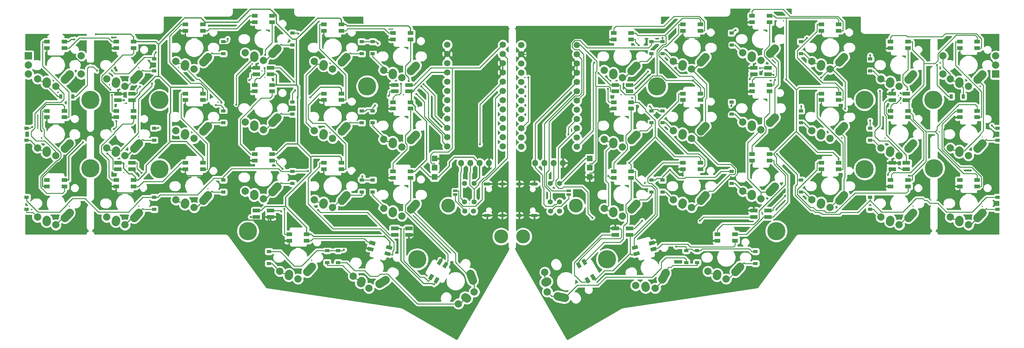
<source format=gbr>
G04 #@! TF.GenerationSoftware,KiCad,Pcbnew,(5.1.5)-3*
G04 #@! TF.CreationDate,2020-07-27T19:09:03+07:00*
G04 #@! TF.ProjectId,corne-classic,636f726e-652d-4636-9c61-737369632e6b,1.1*
G04 #@! TF.SameCoordinates,Original*
G04 #@! TF.FileFunction,Copper,L2,Bot*
G04 #@! TF.FilePolarity,Positive*
%FSLAX46Y46*%
G04 Gerber Fmt 4.6, Leading zero omitted, Abs format (unit mm)*
G04 Created by KiCad (PCBNEW (5.1.5)-3) date 2020-07-27 19:09:03*
%MOMM*%
%LPD*%
G04 APERTURE LIST*
%ADD10C,1.752600*%
%ADD11C,2.000000*%
%ADD12C,2.250000*%
%ADD13C,2.250000*%
%ADD14O,1.700000X1.700000*%
%ADD15R,1.524000X1.524000*%
%ADD16C,0.100000*%
%ADD17R,1.600000X1.000000*%
%ADD18R,2.000000X1.000000*%
%ADD19R,1.200000X0.900000*%
%ADD20R,0.900000X1.200000*%
%ADD21C,1.397000*%
%ADD22R,2.000000X2.000000*%
%ADD23C,5.000000*%
%ADD24R,1.143000X0.635000*%
%ADD25O,1.700000X0.900000*%
%ADD26O,2.000000X0.900000*%
%ADD27C,3.800000*%
%ADD28C,0.600000*%
%ADD29C,0.250000*%
%ADD30C,0.300000*%
%ADD31C,0.254000*%
G04 APERTURE END LIST*
D10*
X146781000Y-28067000D03*
X131541000Y-48387000D03*
X131541000Y-33147000D03*
X131541000Y-35687000D03*
X131541000Y-38227000D03*
X146781000Y-56007000D03*
X131541000Y-30607000D03*
X131541000Y-28067000D03*
X131541000Y-50927000D03*
X131541000Y-53467000D03*
X131541000Y-56007000D03*
X146781000Y-53467000D03*
X146781000Y-50927000D03*
X146781000Y-48387000D03*
X146781000Y-45847000D03*
X146781000Y-43307000D03*
X146781000Y-40767000D03*
X146781000Y-38227000D03*
X146781000Y-33147000D03*
X146781000Y-35687000D03*
X146781000Y-30607000D03*
X131541000Y-45847000D03*
X131541000Y-43307000D03*
X131541000Y-40767000D03*
X167112000Y-28168600D03*
X151872000Y-48488600D03*
X151872000Y-33248600D03*
X151872000Y-35788600D03*
X151872000Y-38328600D03*
X167112000Y-56108600D03*
X151872000Y-30708600D03*
X151872000Y-28168600D03*
X151872000Y-51028600D03*
X151872000Y-53568600D03*
X151872000Y-56108600D03*
X167112000Y-53568600D03*
X167112000Y-51028600D03*
X167112000Y-48488600D03*
X167112000Y-45948600D03*
X167112000Y-43408600D03*
X167112000Y-40868600D03*
X167112000Y-38328600D03*
X167112000Y-33248600D03*
X167112000Y-35788600D03*
X167112000Y-30708600D03*
X151872000Y-45948600D03*
X151872000Y-43408600D03*
X151872000Y-40868600D03*
D11*
X183255883Y-94204413D03*
D12*
X190552091Y-92456456D03*
D13*
X191439578Y-90707151D02*
X190552102Y-92456461D01*
D11*
X188629032Y-94938762D03*
D12*
X185963349Y-94804104D03*
D13*
X185851871Y-94233514D02*
X185963799Y-94804016D01*
D11*
X203102000Y-90289800D03*
D12*
X210602000Y-90489800D03*
D13*
X211912000Y-89029800D02*
X210602010Y-90489808D01*
D11*
X208102000Y-92389800D03*
D12*
X205562000Y-91569800D03*
D13*
X205602000Y-90989800D02*
X205562458Y-91569832D01*
D11*
X174602000Y-73039800D03*
D12*
X182102000Y-73239800D03*
D13*
X183412000Y-71779800D02*
X182102010Y-73239808D01*
D11*
X179602000Y-75139800D03*
D12*
X177062000Y-74319800D03*
D13*
X177102000Y-73739800D02*
X177062458Y-74319832D01*
D11*
X193602000Y-70664800D03*
D12*
X201102000Y-70864800D03*
D13*
X202412000Y-69404800D02*
X201102010Y-70864808D01*
D11*
X198602000Y-72764800D03*
D12*
X196062000Y-71944800D03*
D13*
X196102000Y-71364800D02*
X196062458Y-71944832D01*
D11*
X212602000Y-68289800D03*
D12*
X220102000Y-68489800D03*
D13*
X221412000Y-67029800D02*
X220102010Y-68489808D01*
D11*
X217602000Y-70389800D03*
D12*
X215062000Y-69569800D03*
D13*
X215102000Y-68989800D02*
X215062458Y-69569832D01*
D11*
X231602000Y-70664800D03*
D12*
X239102000Y-70864800D03*
D13*
X240412000Y-69404800D02*
X239102010Y-70864808D01*
D11*
X236602000Y-72764800D03*
D12*
X234062000Y-71944800D03*
D13*
X234102000Y-71364800D02*
X234062458Y-71944832D01*
D11*
X250602000Y-75414800D03*
D12*
X258102000Y-75614800D03*
D13*
X259412000Y-74154800D02*
X258102010Y-75614808D01*
D11*
X255602000Y-77514800D03*
D12*
X253062000Y-76694800D03*
D13*
X253102000Y-76114800D02*
X253062458Y-76694832D01*
D11*
X269602000Y-75414800D03*
D12*
X277102000Y-75614800D03*
D13*
X278412000Y-74154800D02*
X277102010Y-75614808D01*
D11*
X274602000Y-77514800D03*
D12*
X272062000Y-76694800D03*
D13*
X272102000Y-76114800D02*
X272062458Y-76694832D01*
D11*
X174602000Y-54039800D03*
D12*
X182102000Y-54239800D03*
D13*
X183412000Y-52779800D02*
X182102010Y-54239808D01*
D11*
X179602000Y-56139800D03*
D12*
X177062000Y-55319800D03*
D13*
X177102000Y-54739800D02*
X177062458Y-55319832D01*
D11*
X193602000Y-51664800D03*
D12*
X201102000Y-51864800D03*
D13*
X202412000Y-50404800D02*
X201102010Y-51864808D01*
D11*
X198602000Y-53764800D03*
D12*
X196062000Y-52944800D03*
D13*
X196102000Y-52364800D02*
X196062458Y-52944832D01*
D11*
X212602000Y-49289800D03*
D12*
X220102000Y-49489800D03*
D13*
X221412000Y-48029800D02*
X220102010Y-49489808D01*
D11*
X217602000Y-51389800D03*
D12*
X215062000Y-50569800D03*
D13*
X215102000Y-49989800D02*
X215062458Y-50569832D01*
D11*
X231602000Y-51664800D03*
D12*
X239102000Y-51864800D03*
D13*
X240412000Y-50404800D02*
X239102010Y-51864808D01*
D11*
X236602000Y-53764800D03*
D12*
X234062000Y-52944800D03*
D13*
X234102000Y-52364800D02*
X234062458Y-52944832D01*
D11*
X250602000Y-56414800D03*
D12*
X258102000Y-56614800D03*
D13*
X259412000Y-55154800D02*
X258102010Y-56614808D01*
D11*
X255602000Y-58514800D03*
D12*
X253062000Y-57694800D03*
D13*
X253102000Y-57114800D02*
X253062458Y-57694832D01*
D11*
X269602000Y-56414800D03*
D12*
X277102000Y-56614800D03*
D13*
X278412000Y-55154800D02*
X277102010Y-56614808D01*
D11*
X274602000Y-58514800D03*
D12*
X272062000Y-57694800D03*
D13*
X272102000Y-57114800D02*
X272062458Y-57694832D01*
D11*
X174602000Y-35039800D03*
D12*
X182102000Y-35239800D03*
D13*
X183412000Y-33779800D02*
X182102010Y-35239808D01*
D11*
X179602000Y-37139800D03*
D12*
X177062000Y-36319800D03*
D13*
X177102000Y-35739800D02*
X177062458Y-36319832D01*
D11*
X193602000Y-32664800D03*
D12*
X201102000Y-32864800D03*
D13*
X202412000Y-31404800D02*
X201102010Y-32864808D01*
D11*
X198602000Y-34764800D03*
D12*
X196062000Y-33944800D03*
D13*
X196102000Y-33364800D02*
X196062458Y-33944832D01*
D11*
X212602000Y-30289800D03*
D12*
X220102000Y-30489800D03*
D13*
X221412000Y-29029800D02*
X220102010Y-30489808D01*
D11*
X217602000Y-32389800D03*
D12*
X215062000Y-31569800D03*
D13*
X215102000Y-30989800D02*
X215062458Y-31569832D01*
D11*
X231602000Y-32664800D03*
D12*
X239102000Y-32864800D03*
D13*
X240412000Y-31404800D02*
X239102010Y-32864808D01*
D11*
X236602000Y-34764800D03*
D12*
X234062000Y-33944800D03*
D13*
X234102000Y-33364800D02*
X234062458Y-33944832D01*
D11*
X250602000Y-37414800D03*
D12*
X258102000Y-37614800D03*
D13*
X259412000Y-36154800D02*
X258102010Y-37614808D01*
D11*
X255602000Y-39514800D03*
D12*
X253062000Y-38694800D03*
D13*
X253102000Y-38114800D02*
X253062458Y-38694832D01*
D11*
X269602000Y-37414800D03*
D12*
X277102000Y-37614800D03*
D13*
X278412000Y-36154800D02*
X277102010Y-37614808D01*
D11*
X274602000Y-39514800D03*
D12*
X272062000Y-38694800D03*
D13*
X272102000Y-38114800D02*
X272062458Y-38694832D01*
D11*
X105737858Y-91616223D03*
D12*
X112930538Y-93750551D03*
D13*
X114573777Y-92679352D02*
X112930545Y-93750562D01*
D11*
X110023968Y-94938762D03*
D12*
X107782748Y-93489303D03*
D13*
X107971500Y-92939419D02*
X107783182Y-93489453D01*
D11*
X85551400Y-90289800D03*
D12*
X93051400Y-90489800D03*
D13*
X94361400Y-89029800D02*
X93051410Y-90489808D01*
D11*
X90551400Y-92389800D03*
D12*
X88011400Y-91569800D03*
D13*
X88051400Y-90989800D02*
X88011858Y-91569832D01*
D11*
X114051000Y-73039800D03*
D12*
X121551000Y-73239800D03*
D13*
X122861000Y-71779800D02*
X121551010Y-73239808D01*
D11*
X119051000Y-75139800D03*
D12*
X116511000Y-74319800D03*
D13*
X116551000Y-73739800D02*
X116511458Y-74319832D01*
D11*
X95051000Y-70664800D03*
D12*
X102551000Y-70864800D03*
D13*
X103861000Y-69404800D02*
X102551010Y-70864808D01*
D11*
X100051000Y-72764800D03*
D12*
X97511000Y-71944800D03*
D13*
X97551000Y-71364800D02*
X97511458Y-71944832D01*
D11*
X76051400Y-68289800D03*
D12*
X83551400Y-68489800D03*
D13*
X84861400Y-67029800D02*
X83551410Y-68489808D01*
D11*
X81051400Y-70389800D03*
D12*
X78511400Y-69569800D03*
D13*
X78551400Y-68989800D02*
X78511858Y-69569832D01*
D11*
X57051400Y-70664800D03*
D12*
X64551400Y-70864800D03*
D13*
X65861400Y-69404800D02*
X64551410Y-70864808D01*
D11*
X62051400Y-72764800D03*
D12*
X59511400Y-71944800D03*
D13*
X59551400Y-71364800D02*
X59511858Y-71944832D01*
D11*
X38051400Y-75414800D03*
D12*
X45551400Y-75614800D03*
D13*
X46861400Y-74154800D02*
X45551410Y-75614808D01*
D11*
X43051400Y-77514800D03*
D12*
X40511400Y-76694800D03*
D13*
X40551400Y-76114800D02*
X40511858Y-76694832D01*
D11*
X19051400Y-75414800D03*
D12*
X26551400Y-75614800D03*
D13*
X27861400Y-74154800D02*
X26551410Y-75614808D01*
D11*
X24051400Y-77514800D03*
D12*
X21511400Y-76694800D03*
D13*
X21551400Y-76114800D02*
X21511858Y-76694832D01*
D11*
X114051000Y-54039800D03*
D12*
X121551000Y-54239800D03*
D13*
X122861000Y-52779800D02*
X121551010Y-54239808D01*
D11*
X119051000Y-56139800D03*
D12*
X116511000Y-55319800D03*
D13*
X116551000Y-54739800D02*
X116511458Y-55319832D01*
D11*
X95051000Y-51664800D03*
D12*
X102551000Y-51864800D03*
D13*
X103861000Y-50404800D02*
X102551010Y-51864808D01*
D11*
X100051000Y-53764800D03*
D12*
X97511000Y-52944800D03*
D13*
X97551000Y-52364800D02*
X97511458Y-52944832D01*
D11*
X76051400Y-49289800D03*
D12*
X83551400Y-49489800D03*
D13*
X84861400Y-48029800D02*
X83551410Y-49489808D01*
D11*
X81051400Y-51389800D03*
D12*
X78511400Y-50569800D03*
D13*
X78551400Y-49989800D02*
X78511858Y-50569832D01*
D11*
X57051400Y-51664800D03*
D12*
X64551400Y-51864800D03*
D13*
X65861400Y-50404800D02*
X64551410Y-51864808D01*
D11*
X62051400Y-53764800D03*
D12*
X59511400Y-52944800D03*
D13*
X59551400Y-52364800D02*
X59511858Y-52944832D01*
D11*
X38051400Y-56414800D03*
D12*
X45551400Y-56614800D03*
D13*
X46861400Y-55154800D02*
X45551410Y-56614808D01*
D11*
X43051400Y-58514800D03*
D12*
X40511400Y-57694800D03*
D13*
X40551400Y-57114800D02*
X40511858Y-57694832D01*
D11*
X19051400Y-56414800D03*
D12*
X26551400Y-56614800D03*
D13*
X27861400Y-55154800D02*
X26551410Y-56614808D01*
D11*
X24051400Y-58514800D03*
D12*
X21511400Y-57694800D03*
D13*
X21551400Y-57114800D02*
X21511858Y-57694832D01*
D11*
X114051000Y-35039800D03*
D12*
X121551000Y-35239800D03*
D13*
X122861000Y-33779800D02*
X121551010Y-35239808D01*
D11*
X119051000Y-37139800D03*
D12*
X116511000Y-36319800D03*
D13*
X116551000Y-35739800D02*
X116511458Y-36319832D01*
D11*
X95051000Y-32664800D03*
D12*
X102551000Y-32864800D03*
D13*
X103861000Y-31404800D02*
X102551010Y-32864808D01*
D11*
X100051000Y-34764800D03*
D12*
X97511000Y-33944800D03*
D13*
X97551000Y-33364800D02*
X97511458Y-33944832D01*
D11*
X76051400Y-30289800D03*
D12*
X83551400Y-30489800D03*
D13*
X84861400Y-29029800D02*
X83551410Y-30489808D01*
D11*
X81051400Y-32389800D03*
D12*
X78511400Y-31569800D03*
D13*
X78551400Y-30989800D02*
X78511858Y-31569832D01*
D11*
X57051400Y-32664800D03*
D12*
X64551400Y-32864800D03*
D13*
X65861400Y-31404800D02*
X64551410Y-32864808D01*
D11*
X62051400Y-34764800D03*
D12*
X59511400Y-33944800D03*
D13*
X59551400Y-33364800D02*
X59511858Y-33944832D01*
D11*
X38051400Y-37414800D03*
D12*
X45551400Y-37614800D03*
D13*
X46861400Y-36154800D02*
X45551410Y-37614808D01*
D11*
X43051400Y-39514800D03*
D12*
X40511400Y-38694800D03*
D13*
X40551400Y-38114800D02*
X40511858Y-38694832D01*
D11*
X19051400Y-37414800D03*
D12*
X26551400Y-37614800D03*
D13*
X27861400Y-36154800D02*
X26551410Y-37614808D01*
D11*
X24051400Y-39514800D03*
D12*
X21511400Y-38694800D03*
D13*
X21551400Y-38114800D02*
X21511858Y-38694832D01*
D11*
X158299103Y-90559673D03*
D12*
X161875898Y-97154864D03*
D13*
X158942886Y-93074736D02*
X158420792Y-93330506D01*
X163795295Y-97559357D02*
X161875895Y-97154875D01*
D11*
X158980450Y-95939800D03*
D12*
X158420591Y-93330095D03*
D11*
X134591897Y-99219927D03*
D12*
X138515102Y-92824736D03*
D13*
X136448114Y-97404864D02*
X136930664Y-97729124D01*
X137905705Y-90960243D02*
X138515115Y-92824733D01*
D11*
X138910550Y-95939800D03*
D12*
X136930409Y-97729505D03*
D14*
X135351000Y-60528200D03*
X140431000Y-60528200D03*
X137891000Y-60528200D03*
X142971000Y-60528200D03*
X155682000Y-60528200D03*
X160762000Y-60528200D03*
X158222000Y-60528200D03*
X163302000Y-60528200D03*
D15*
X128051000Y-64389800D03*
X128051000Y-59309800D03*
X128051000Y-61849800D03*
X170602000Y-64389800D03*
X170602000Y-59309800D03*
X170602000Y-61849800D03*
G04 #@! TA.AperFunction,SMDPad,CuDef*
D16*
G36*
X166811215Y-88156019D02*
G01*
X167677241Y-87656019D01*
X168477241Y-89041659D01*
X167611215Y-89541659D01*
X166811215Y-88156019D01*
G37*
G04 #@! TD.AperFunction*
G04 #@! TA.AperFunction,SMDPad,CuDef*
G36*
X168326759Y-87281019D02*
G01*
X169192785Y-86781019D01*
X169992785Y-88166659D01*
X169126759Y-88666659D01*
X168326759Y-87281019D01*
G37*
G04 #@! TD.AperFunction*
G04 #@! TA.AperFunction,SMDPad,CuDef*
G36*
X170726759Y-91437941D02*
G01*
X171592785Y-90937941D01*
X172392785Y-92323581D01*
X171526759Y-92823581D01*
X170726759Y-91437941D01*
G37*
G04 #@! TD.AperFunction*
G04 #@! TA.AperFunction,SMDPad,CuDef*
G36*
X169211215Y-92312941D02*
G01*
X170077241Y-91812941D01*
X170877241Y-93198581D01*
X170011215Y-93698581D01*
X169211215Y-92312941D01*
G37*
G04 #@! TD.AperFunction*
G04 #@! TA.AperFunction,SMDPad,CuDef*
G36*
X188337086Y-81833431D02*
G01*
X188595905Y-82799357D01*
X187050424Y-83213467D01*
X186791605Y-82247541D01*
X188337086Y-81833431D01*
G37*
G04 #@! TD.AperFunction*
G04 #@! TA.AperFunction,SMDPad,CuDef*
G36*
X188790020Y-83523801D02*
G01*
X189048839Y-84489727D01*
X187503358Y-84903837D01*
X187244539Y-83937911D01*
X188790020Y-83523801D01*
G37*
G04 #@! TD.AperFunction*
G04 #@! TA.AperFunction,SMDPad,CuDef*
G36*
X184153576Y-84766133D02*
G01*
X184412395Y-85732059D01*
X182866914Y-86146169D01*
X182608095Y-85180243D01*
X184153576Y-84766133D01*
G37*
G04 #@! TD.AperFunction*
G04 #@! TA.AperFunction,SMDPad,CuDef*
G36*
X183700642Y-83075763D02*
G01*
X183959461Y-84041689D01*
X182413980Y-84455799D01*
X182155161Y-83489873D01*
X183700642Y-83075763D01*
G37*
G04 #@! TD.AperFunction*
D17*
X205702000Y-81864800D03*
X205702000Y-80114800D03*
X210502000Y-80114800D03*
X210502000Y-81864800D03*
X177202000Y-64614800D03*
X177202000Y-62864800D03*
X182002000Y-62864800D03*
X182002000Y-64614800D03*
X196202000Y-62239800D03*
X196202000Y-60489800D03*
X201002000Y-60489800D03*
X201002000Y-62239800D03*
X215202000Y-59864800D03*
X215202000Y-58114800D03*
X220002000Y-58114800D03*
X220002000Y-59864800D03*
X234202000Y-62239800D03*
X234202000Y-60489800D03*
X239002000Y-60489800D03*
X239002000Y-62239800D03*
X253202000Y-66989800D03*
X253202000Y-65239800D03*
X258002000Y-65239800D03*
X258002000Y-66989800D03*
X272202000Y-66989800D03*
X272202000Y-65239800D03*
X277002000Y-65239800D03*
X277002000Y-66989800D03*
X177202000Y-45614800D03*
X177202000Y-43864800D03*
X182002000Y-43864800D03*
X182002000Y-45614800D03*
X196202000Y-43239800D03*
X196202000Y-41489800D03*
X201002000Y-41489800D03*
X201002000Y-43239800D03*
X215202000Y-40864800D03*
X215202000Y-39114800D03*
X220002000Y-39114800D03*
X220002000Y-40864800D03*
X234202000Y-43239800D03*
X234202000Y-41489800D03*
X239002000Y-41489800D03*
X239002000Y-43239800D03*
X253202000Y-47989800D03*
X253202000Y-46239800D03*
X258002000Y-46239800D03*
X258002000Y-47989800D03*
X272202000Y-47989800D03*
X272202000Y-46239800D03*
X277002000Y-46239800D03*
X277002000Y-47989800D03*
X177202000Y-26614800D03*
X177202000Y-24864800D03*
X182002000Y-24864800D03*
X182002000Y-26614800D03*
X196202000Y-24239800D03*
X196202000Y-22489800D03*
X201002000Y-22489800D03*
X201002000Y-24239800D03*
X215202000Y-21864800D03*
X215202000Y-20114800D03*
X220002000Y-20114800D03*
X220002000Y-21864800D03*
X234202000Y-24239800D03*
X234202000Y-22489800D03*
X239002000Y-22489800D03*
X239002000Y-24239800D03*
X253202000Y-28989800D03*
X253202000Y-27239800D03*
X258002000Y-27239800D03*
X258002000Y-28989800D03*
X272202000Y-28989800D03*
X272202000Y-27239800D03*
X277002000Y-27239800D03*
X277002000Y-28989800D03*
G04 #@! TA.AperFunction,SMDPad,CuDef*
D16*
G36*
X129460215Y-86781019D02*
G01*
X130326241Y-87281019D01*
X129526241Y-88666659D01*
X128660215Y-88166659D01*
X129460215Y-86781019D01*
G37*
G04 #@! TD.AperFunction*
G04 #@! TA.AperFunction,SMDPad,CuDef*
G36*
X130975759Y-87656019D02*
G01*
X131841785Y-88156019D01*
X131041785Y-89541659D01*
X130175759Y-89041659D01*
X130975759Y-87656019D01*
G37*
G04 #@! TD.AperFunction*
G04 #@! TA.AperFunction,SMDPad,CuDef*
G36*
X128575759Y-91812941D02*
G01*
X129441785Y-92312941D01*
X128641785Y-93698581D01*
X127775759Y-93198581D01*
X128575759Y-91812941D01*
G37*
G04 #@! TD.AperFunction*
G04 #@! TA.AperFunction,SMDPad,CuDef*
G36*
X127060215Y-90937941D02*
G01*
X127926241Y-91437941D01*
X127126241Y-92823581D01*
X126260215Y-92323581D01*
X127060215Y-90937941D01*
G37*
G04 #@! TD.AperFunction*
G04 #@! TA.AperFunction,SMDPad,CuDef*
G36*
X109604161Y-84489727D02*
G01*
X109862980Y-83523801D01*
X111408461Y-83937911D01*
X111149642Y-84903837D01*
X109604161Y-84489727D01*
G37*
G04 #@! TD.AperFunction*
G04 #@! TA.AperFunction,SMDPad,CuDef*
G36*
X110057095Y-82799357D02*
G01*
X110315914Y-81833431D01*
X111861395Y-82247541D01*
X111602576Y-83213467D01*
X110057095Y-82799357D01*
G37*
G04 #@! TD.AperFunction*
G04 #@! TA.AperFunction,SMDPad,CuDef*
G36*
X114693539Y-84041689D02*
G01*
X114952358Y-83075763D01*
X116497839Y-83489873D01*
X116239020Y-84455799D01*
X114693539Y-84041689D01*
G37*
G04 #@! TD.AperFunction*
G04 #@! TA.AperFunction,SMDPad,CuDef*
G36*
X114240605Y-85732059D02*
G01*
X114499424Y-84766133D01*
X116044905Y-85180243D01*
X115786086Y-86146169D01*
X114240605Y-85732059D01*
G37*
G04 #@! TD.AperFunction*
D17*
X88151400Y-81864800D03*
X88151400Y-80114800D03*
X92951400Y-80114800D03*
X92951400Y-81864800D03*
X116651000Y-64614800D03*
X116651000Y-62864800D03*
X121451000Y-62864800D03*
X121451000Y-64614800D03*
X97651000Y-62239800D03*
X97651000Y-60489800D03*
X102451000Y-60489800D03*
X102451000Y-62239800D03*
X78651400Y-59864800D03*
X78651400Y-58114800D03*
X83451400Y-58114800D03*
X83451400Y-59864800D03*
X59651400Y-62239800D03*
X59651400Y-60489800D03*
X64451400Y-60489800D03*
X64451400Y-62239800D03*
X40651400Y-66989800D03*
X40651400Y-65239800D03*
X45451400Y-65239800D03*
X45451400Y-66989800D03*
X21651400Y-66989800D03*
X21651400Y-65239800D03*
X26451400Y-65239800D03*
X26451400Y-66989800D03*
X116651000Y-45614800D03*
X116651000Y-43864800D03*
X121451000Y-43864800D03*
X121451000Y-45614800D03*
X97651000Y-43239800D03*
X97651000Y-41489800D03*
X102451000Y-41489800D03*
X102451000Y-43239800D03*
X78651400Y-40864800D03*
X78651400Y-39114800D03*
X83451400Y-39114800D03*
X83451400Y-40864800D03*
X59651400Y-43239800D03*
X59651400Y-41489800D03*
X64451400Y-41489800D03*
X64451400Y-43239800D03*
X40651400Y-47989800D03*
X40651400Y-46239800D03*
X45451400Y-46239800D03*
X45451400Y-47989800D03*
X21651400Y-47989800D03*
X21651400Y-46239800D03*
X26451400Y-46239800D03*
X26451400Y-47989800D03*
X116651000Y-26614800D03*
X116651000Y-24864800D03*
X121451000Y-24864800D03*
X121451000Y-26614800D03*
X97651000Y-24239800D03*
X97651000Y-22489800D03*
X102451000Y-22489800D03*
X102451000Y-24239800D03*
X78651400Y-21864800D03*
X78651400Y-20114800D03*
X83451400Y-20114800D03*
X83451400Y-21864800D03*
X59651400Y-24239800D03*
X59651400Y-22489800D03*
X64451400Y-22489800D03*
X64451400Y-24239800D03*
X40651400Y-28989800D03*
X40651400Y-27239800D03*
X45451400Y-27239800D03*
X45451400Y-28989800D03*
X21651400Y-28989800D03*
X21651400Y-27239800D03*
X26451400Y-27239800D03*
X26451400Y-28989800D03*
D18*
X181548000Y-78500000D03*
X181548000Y-80250000D03*
X177656000Y-80250000D03*
X177656000Y-78500000D03*
X219548000Y-73597800D03*
X219548000Y-75347800D03*
X215656000Y-75347800D03*
X215656000Y-73597800D03*
X257548000Y-60514800D03*
X257548000Y-62264800D03*
X253656000Y-62264800D03*
X253656000Y-60514800D03*
X177656000Y-40864800D03*
X177656000Y-39114800D03*
X181548000Y-39114800D03*
X181548000Y-40864800D03*
X219548000Y-34414800D03*
X219548000Y-36164800D03*
X215656000Y-36164800D03*
X215656000Y-34414800D03*
X257548000Y-41514800D03*
X257548000Y-43264800D03*
X253656000Y-43264800D03*
X253656000Y-41514800D03*
X117105000Y-80250000D03*
X117105000Y-78500000D03*
X120997000Y-78500000D03*
X120997000Y-80250000D03*
X79105400Y-75347800D03*
X79105400Y-73597800D03*
X82997400Y-73597800D03*
X82997400Y-75347800D03*
X41105400Y-62264800D03*
X41105400Y-60514800D03*
X44997400Y-60514800D03*
X44997400Y-62264800D03*
X120997000Y-39114800D03*
X120997000Y-40864800D03*
X117105000Y-40864800D03*
X117105000Y-39114800D03*
X82997400Y-34414800D03*
X82997400Y-36164800D03*
X79105400Y-36164800D03*
X79105400Y-34414800D03*
X44997400Y-41514800D03*
X44997400Y-43264800D03*
X41105400Y-43264800D03*
X41105400Y-41514800D03*
D19*
X197102000Y-87889800D03*
X197102000Y-84589800D03*
X200102000Y-87889800D03*
X200102000Y-84589800D03*
X216102000Y-88139800D03*
X216102000Y-84839800D03*
X187602000Y-68514800D03*
X187602000Y-65214800D03*
X190602000Y-68514800D03*
X190602000Y-65214800D03*
X209602000Y-66139800D03*
X209602000Y-62839800D03*
X228602000Y-68514800D03*
X228602000Y-65214800D03*
X247602000Y-73264800D03*
X247602000Y-69964800D03*
X282602000Y-73264800D03*
X282602000Y-69964800D03*
X187602000Y-49514800D03*
X187602000Y-46214800D03*
X190602000Y-49514800D03*
X190602000Y-46214800D03*
X209602000Y-47139800D03*
X209602000Y-43839800D03*
X228602000Y-49514800D03*
X228602000Y-46214800D03*
X247602000Y-54264800D03*
X247602000Y-50964800D03*
X282602000Y-54264800D03*
X282602000Y-50964800D03*
X187602000Y-30514800D03*
X187602000Y-27214800D03*
X190602000Y-30514800D03*
X190602000Y-27214800D03*
X209602000Y-28139800D03*
X209602000Y-24839800D03*
X228602000Y-30514800D03*
X228602000Y-27214800D03*
X247602000Y-35264800D03*
X247602000Y-31964800D03*
D20*
X273201000Y-42265600D03*
X269901000Y-42265600D03*
D19*
X101551000Y-87889800D03*
X101551000Y-84589800D03*
X98551400Y-87889800D03*
X98551400Y-84589800D03*
X82551400Y-88139800D03*
X82551400Y-84839800D03*
X111051000Y-68514800D03*
X111051000Y-65214800D03*
X108051000Y-68514800D03*
X108051000Y-65214800D03*
X89051400Y-66139800D03*
X89051400Y-62839800D03*
X70051400Y-68514800D03*
X70051400Y-65214800D03*
X51051400Y-73264800D03*
X51051400Y-69964800D03*
X16051400Y-73264800D03*
X16051400Y-69964800D03*
X111051000Y-49514800D03*
X111051000Y-46214800D03*
X108051000Y-49514800D03*
X108051000Y-46214800D03*
X89051400Y-47139800D03*
X89051400Y-43839800D03*
X70051400Y-49514800D03*
X70051400Y-46214800D03*
X51051400Y-54264800D03*
X51051400Y-50964800D03*
X16051400Y-54264800D03*
X16051400Y-50964800D03*
X111051000Y-30514800D03*
X111051000Y-27214800D03*
X108051000Y-30514800D03*
X108051000Y-27214800D03*
X89051400Y-28139800D03*
X89051400Y-24839800D03*
X70051400Y-30514800D03*
X70051400Y-27214800D03*
X51051400Y-35264800D03*
X51051400Y-31964800D03*
D20*
X25451800Y-42265600D03*
X28751800Y-42265600D03*
D21*
X138861000Y-71246800D03*
X138861000Y-66166800D03*
X136271000Y-71246800D03*
X136271000Y-66166800D03*
X159893000Y-73735800D03*
X162332000Y-73761800D03*
X136321000Y-73761800D03*
X138760000Y-73735800D03*
X159792000Y-71246800D03*
X159792000Y-66166800D03*
X162382000Y-71246800D03*
X162382000Y-66166800D03*
D11*
X267602000Y-31114800D03*
X282102000Y-31114800D03*
X267602000Y-36114800D03*
D22*
X282102000Y-36114800D03*
D11*
X282102000Y-33614800D03*
D23*
X189102000Y-39489800D03*
D24*
X164922000Y-68206420D03*
X164922000Y-69207180D03*
D25*
X151252000Y-74931800D03*
X151252000Y-66291800D03*
D26*
X155422000Y-74931800D03*
X155422000Y-66291800D03*
D23*
X221852000Y-79239800D03*
X175352000Y-86989800D03*
X246102000Y-43239800D03*
X265102000Y-61989800D03*
X246102000Y-62239800D03*
X264922000Y-43180000D03*
D27*
X166852000Y-72239800D03*
X152352000Y-80739800D03*
D11*
X31051400Y-36114800D03*
X16551400Y-36114800D03*
X31051400Y-31114800D03*
D22*
X16551400Y-31114800D03*
D11*
X16551400Y-33614800D03*
D25*
X146639000Y-66291800D03*
X146639000Y-74931800D03*
D26*
X142469000Y-66291800D03*
X142469000Y-74931800D03*
D24*
X133731000Y-68206420D03*
X133731000Y-69207180D03*
D23*
X109551000Y-39489800D03*
X123301000Y-86989800D03*
X52551400Y-43239800D03*
X76801400Y-79239800D03*
X52551400Y-62239800D03*
X33551400Y-61989800D03*
X33551400Y-43239800D03*
D27*
X131801000Y-72239800D03*
X146301000Y-80739800D03*
D28*
X90667900Y-24977100D03*
X51501400Y-30207200D03*
X71218400Y-26448000D03*
X112454500Y-27700300D03*
X35412900Y-35203800D03*
X39451100Y-35203800D03*
X111683900Y-44756600D03*
X52214000Y-50897400D03*
X17631400Y-50647200D03*
X89799200Y-40596200D03*
X68014100Y-44626600D03*
X93336100Y-62780300D03*
X108232100Y-64212200D03*
X103163900Y-84355200D03*
X46876000Y-64101700D03*
X21523300Y-32533000D03*
X53211300Y-70318300D03*
X49336500Y-66679900D03*
X108726100Y-82249100D03*
X122022200Y-81300400D03*
X29163600Y-26573100D03*
X35071300Y-25133700D03*
X42667200Y-60714700D03*
X118786700Y-78721800D03*
X114364800Y-80734900D03*
X31539100Y-54850800D03*
X93923100Y-42526600D03*
X90458200Y-42526600D03*
X20149700Y-51749400D03*
X50481500Y-38744000D03*
X69562000Y-43937000D03*
X73570600Y-44589400D03*
X124998000Y-38886300D03*
X81430700Y-34484000D03*
X81590300Y-30833700D03*
X140521300Y-55394200D03*
X39473200Y-41839800D03*
X39071700Y-40431800D03*
X118786700Y-38799800D03*
X120932300Y-38038300D03*
X86855400Y-73200000D03*
X86293800Y-62168200D03*
X123075300Y-41591500D03*
X124378600Y-39475100D03*
X77208200Y-37761400D03*
X47196000Y-39533800D03*
X38234000Y-57970300D03*
X40000700Y-51272500D03*
X40684800Y-49053800D03*
X42829000Y-43264900D03*
X115436500Y-42146600D03*
X89412900Y-38185600D03*
X77550500Y-75375300D03*
X47647900Y-63305100D03*
X96037500Y-73472100D03*
X85959600Y-73875300D03*
X214589300Y-37517300D03*
X255971200Y-41308800D03*
X186661100Y-35377000D03*
X217334500Y-34486600D03*
X224356000Y-69540600D03*
X252547100Y-63752300D03*
X185013400Y-76409900D03*
X200852900Y-76409900D03*
X255980200Y-42734100D03*
X257831100Y-40451300D03*
X175598200Y-40140400D03*
X184069000Y-28184400D03*
X230227700Y-26223500D03*
X265977600Y-33598500D03*
X247602000Y-30957500D03*
X190655600Y-26212500D03*
X210701200Y-24074700D03*
X281021000Y-50231300D03*
X228742000Y-44987300D03*
X247602000Y-48847400D03*
X209484800Y-44859700D03*
X187136700Y-44987300D03*
X221998900Y-58084900D03*
X192630300Y-62405500D03*
X164810000Y-52696000D03*
X171903300Y-32964200D03*
X250278300Y-40720600D03*
X240729300Y-45683600D03*
X234124100Y-37078900D03*
X153760900Y-37058700D03*
X194326500Y-83519600D03*
X171391400Y-75658000D03*
X258255000Y-64007500D03*
X255602000Y-61927600D03*
X239002000Y-59349000D03*
X172986000Y-35820100D03*
X198975800Y-37880700D03*
X224581300Y-37611100D03*
X181477100Y-60513500D03*
X221549000Y-37728800D03*
X221106500Y-36378100D03*
X245945400Y-55337200D03*
X252594900Y-44348800D03*
X270274600Y-48763200D03*
X251758600Y-42286800D03*
X209390700Y-64431500D03*
X215498100Y-62105400D03*
X175760400Y-64082800D03*
X179970000Y-38814200D03*
X234202000Y-63292900D03*
X196202000Y-64017400D03*
D29*
X71026700Y-27214800D02*
X71218400Y-27023100D01*
X71218400Y-27023100D02*
X71218400Y-26448000D01*
X90026700Y-24839800D02*
X90530600Y-24839800D01*
X90530600Y-24839800D02*
X90667900Y-24977100D01*
X89051400Y-24839800D02*
X90026700Y-24839800D01*
X51051400Y-31552100D02*
X51051400Y-30657200D01*
X51051400Y-30657200D02*
X51501400Y-30207200D01*
X51051400Y-31552100D02*
X48371400Y-31552100D01*
X48371400Y-31552100D02*
X46327900Y-33595600D01*
X46327900Y-33595600D02*
X46327900Y-33691300D01*
X46327900Y-33691300D02*
X44030400Y-35988800D01*
X44030400Y-35988800D02*
X40236100Y-35988800D01*
X40236100Y-35988800D02*
X39451100Y-35203800D01*
X70051400Y-27214800D02*
X71026700Y-27214800D01*
X111051000Y-27214800D02*
X112026300Y-27214800D01*
X112454500Y-27700300D02*
X112026300Y-27272100D01*
X112026300Y-27272100D02*
X112026300Y-27214800D01*
X28751800Y-42265600D02*
X29577100Y-42265600D01*
X29577100Y-42265600D02*
X32676000Y-39166700D01*
X32676000Y-39166700D02*
X32676000Y-34579800D01*
X32676000Y-34579800D02*
X33149600Y-34106200D01*
X33149600Y-34106200D02*
X34315300Y-34106200D01*
X34315300Y-34106200D02*
X35412900Y-35203800D01*
X51051400Y-31964800D02*
X51051400Y-31552100D01*
X108051000Y-27214800D02*
X111051000Y-27214800D01*
X21551400Y-38114800D02*
X19972700Y-38007200D01*
X19051400Y-37414800D02*
X19380300Y-37414800D01*
X19380300Y-37414800D02*
X19972700Y-38007200D01*
X25451800Y-42265600D02*
X24626500Y-42265600D01*
X21511400Y-38694800D02*
X21511400Y-39150500D01*
X21511400Y-39150500D02*
X24626500Y-42265600D01*
X21551400Y-38114800D02*
X21551400Y-38654800D01*
X21551400Y-38654800D02*
X21511400Y-38694800D01*
X111051000Y-45802100D02*
X111051000Y-45389500D01*
X111683900Y-44756600D02*
X111051000Y-45389500D01*
X52026700Y-50964800D02*
X52094100Y-50897400D01*
X52094100Y-50897400D02*
X52214000Y-50897400D01*
X51051400Y-50964800D02*
X52026700Y-50964800D01*
X16051400Y-50964800D02*
X17026700Y-50964800D01*
X17631400Y-50647200D02*
X17344300Y-50647200D01*
X17344300Y-50647200D02*
X17026700Y-50964800D01*
X108051000Y-46214800D02*
X109026300Y-46214800D01*
X111051000Y-45802100D02*
X109439000Y-45802100D01*
X109439000Y-45802100D02*
X109026300Y-46214800D01*
X111051000Y-46214800D02*
X111051000Y-45802100D01*
X89051400Y-43839800D02*
X89051400Y-41344000D01*
X89051400Y-41344000D02*
X89799200Y-40596200D01*
X70051400Y-46214800D02*
X70051400Y-45389500D01*
X68014100Y-44626600D02*
X69288500Y-44626600D01*
X69288500Y-44626600D02*
X70051400Y-45389500D01*
X45551400Y-37614800D02*
X46861400Y-36304800D01*
X46861400Y-36304800D02*
X46861400Y-36154800D01*
X43051400Y-39514800D02*
X43651400Y-39514800D01*
X43651400Y-39514800D02*
X45551400Y-37614800D01*
X46861400Y-36154800D02*
X47885900Y-35013000D01*
X51051400Y-35264800D02*
X48137700Y-35264800D01*
X48137700Y-35264800D02*
X47885900Y-35013000D01*
X70051400Y-64684900D02*
X67488600Y-64684900D01*
X67488600Y-64684900D02*
X65327900Y-66845600D01*
X65327900Y-66845600D02*
X65327900Y-66944500D01*
X65327900Y-66944500D02*
X62983200Y-69289200D01*
X62983200Y-69289200D02*
X52702300Y-69289200D01*
X52702300Y-69289200D02*
X52026700Y-69964800D01*
X51051400Y-69964800D02*
X52026700Y-69964800D01*
X70051400Y-64684900D02*
X70051400Y-64389500D01*
X70051400Y-64980300D02*
X70051400Y-64684900D01*
X70051400Y-65214800D02*
X70051400Y-64996100D01*
X70051400Y-64980300D02*
X70051400Y-64996100D01*
X16051400Y-69964800D02*
X16051400Y-70871200D01*
X16051400Y-70871200D02*
X19179500Y-73999300D01*
X19179500Y-73999300D02*
X25077500Y-73999300D01*
X25077500Y-73999300D02*
X27288000Y-71788800D01*
X27288000Y-71788800D02*
X27288000Y-71689200D01*
X27288000Y-71689200D02*
X28661500Y-70315700D01*
X28661500Y-70315700D02*
X32115300Y-70315700D01*
X32115300Y-70315700D02*
X35803000Y-74003400D01*
X35803000Y-74003400D02*
X44063600Y-74003400D01*
X44063600Y-74003400D02*
X46382700Y-71684300D01*
X46382700Y-71684300D02*
X46382700Y-71577400D01*
X46382700Y-71577400D02*
X47995300Y-69964800D01*
X47995300Y-69964800D02*
X51051400Y-69964800D01*
X88076100Y-62839800D02*
X88072400Y-62843500D01*
X88072400Y-62843500D02*
X86014100Y-62843500D01*
X86014100Y-62843500D02*
X85250400Y-62079800D01*
X85250400Y-62079800D02*
X72361100Y-62079800D01*
X72361100Y-62079800D02*
X70051400Y-64389500D01*
X89051400Y-62839800D02*
X90026700Y-62839800D01*
X93336100Y-62780300D02*
X90086200Y-62780300D01*
X90086200Y-62780300D02*
X90026700Y-62839800D01*
X89051400Y-62839800D02*
X88076100Y-62839800D01*
X108051000Y-65214800D02*
X108051000Y-64389500D01*
X108232100Y-64212200D02*
X108054800Y-64389500D01*
X108054800Y-64389500D02*
X108051000Y-64389500D01*
X108051000Y-65214800D02*
X111051000Y-65214800D01*
X64551400Y-32864800D02*
X65861400Y-31554800D01*
X65861400Y-31554800D02*
X65861400Y-31404800D01*
X65861400Y-31404800D02*
X66885900Y-30263000D01*
X70051400Y-30514800D02*
X67137700Y-30514800D01*
X67137700Y-30514800D02*
X66885900Y-30263000D01*
X102526300Y-84589800D02*
X102929300Y-84589800D01*
X102929300Y-84589800D02*
X103163900Y-84355200D01*
X101551000Y-84589800D02*
X102526300Y-84589800D01*
X98551400Y-84589800D02*
X95708700Y-84589800D01*
X95708700Y-84589800D02*
X93827900Y-86470600D01*
X93827900Y-86470600D02*
X93827900Y-86569500D01*
X93827900Y-86569500D02*
X91538100Y-88859300D01*
X91538100Y-88859300D02*
X89509700Y-88859300D01*
X89509700Y-88859300D02*
X87220300Y-86569900D01*
X87220300Y-86569900D02*
X87220300Y-86403600D01*
X87220300Y-86403600D02*
X85656500Y-84839800D01*
X85656500Y-84839800D02*
X82551400Y-84839800D01*
X101551000Y-84589800D02*
X98551400Y-84589800D01*
X84861400Y-29029800D02*
X85885900Y-27888000D01*
X89051400Y-28139800D02*
X86137700Y-28139800D01*
X86137700Y-28139800D02*
X85885900Y-27888000D01*
X83551400Y-30489800D02*
X84861400Y-29179800D01*
X84861400Y-29179800D02*
X84861400Y-29029800D01*
X81051400Y-32389800D02*
X81651400Y-32389800D01*
X81651400Y-32389800D02*
X83551400Y-30489800D01*
X103861000Y-31404800D02*
X104885500Y-30263000D01*
X108051000Y-30514800D02*
X105137300Y-30514800D01*
X105137300Y-30514800D02*
X104885500Y-30263000D01*
X102551000Y-32864800D02*
X103861000Y-31554800D01*
X103861000Y-31554800D02*
X103861000Y-31404800D01*
X116511000Y-36319800D02*
X116551000Y-36279800D01*
X116551000Y-36279800D02*
X116551000Y-35739800D01*
X116551000Y-35739800D02*
X114972300Y-35632200D01*
X114051000Y-35039800D02*
X114379900Y-35039800D01*
X114379900Y-35039800D02*
X114972300Y-35632200D01*
X114051000Y-35039800D02*
X114051000Y-34340100D01*
X114051000Y-34340100D02*
X111051000Y-31340100D01*
X111051000Y-30514800D02*
X111051000Y-31340100D01*
X21511400Y-57694800D02*
X21551400Y-57654800D01*
X21551400Y-57654800D02*
X21551400Y-57114800D01*
X21551400Y-57114800D02*
X19972700Y-57007200D01*
X19051400Y-56414800D02*
X19380300Y-56414800D01*
X19380300Y-56414800D02*
X19972700Y-57007200D01*
X17026700Y-54264800D02*
X19051400Y-56289500D01*
X19051400Y-56289500D02*
X19051400Y-56414800D01*
X16051400Y-54264800D02*
X17026700Y-54264800D01*
X46861400Y-55154800D02*
X47885900Y-54013000D01*
X51051400Y-54264800D02*
X48137700Y-54264800D01*
X48137700Y-54264800D02*
X47885900Y-54013000D01*
X45551400Y-56614800D02*
X46861400Y-55304800D01*
X46861400Y-55304800D02*
X46861400Y-55154800D01*
X43051400Y-58514800D02*
X43651400Y-58514800D01*
X43651400Y-58514800D02*
X45551400Y-56614800D01*
X64551400Y-51864800D02*
X65861400Y-50554800D01*
X65861400Y-50554800D02*
X65861400Y-50404800D01*
X65861400Y-50404800D02*
X66885900Y-49263000D01*
X70051400Y-49514800D02*
X67137700Y-49514800D01*
X67137700Y-49514800D02*
X66885900Y-49263000D01*
X84861400Y-48029800D02*
X85885900Y-46888000D01*
X89051400Y-47139800D02*
X86137700Y-47139800D01*
X86137700Y-47139800D02*
X85885900Y-46888000D01*
X83551400Y-49489800D02*
X84861400Y-48179800D01*
X84861400Y-48179800D02*
X84861400Y-48029800D01*
X81051400Y-51389800D02*
X81651400Y-51389800D01*
X81651400Y-51389800D02*
X83551400Y-49489800D01*
X102551000Y-51864800D02*
X103861000Y-50554800D01*
X103861000Y-50554800D02*
X103861000Y-50404800D01*
X103861000Y-50404800D02*
X104885500Y-49263000D01*
X108051000Y-49514800D02*
X105137300Y-49514800D01*
X105137300Y-49514800D02*
X104885500Y-49263000D01*
X114051000Y-54039800D02*
X114379900Y-54039800D01*
X114379900Y-54039800D02*
X114972300Y-54632200D01*
X111051000Y-50340100D02*
X114051000Y-53340100D01*
X114051000Y-53340100D02*
X114051000Y-54039800D01*
X116551000Y-54739800D02*
X114972300Y-54632200D01*
X116511000Y-55319800D02*
X116551000Y-55279800D01*
X116551000Y-55279800D02*
X116551000Y-54739800D01*
X111051000Y-49514800D02*
X111051000Y-50340100D01*
X16051400Y-73264800D02*
X16051400Y-74090100D01*
X16051400Y-74090100D02*
X17726700Y-74090100D01*
X17726700Y-74090100D02*
X19051400Y-75414800D01*
X45551400Y-75614800D02*
X44951400Y-75614800D01*
X44951400Y-75614800D02*
X43051400Y-77514800D01*
X46861400Y-74154800D02*
X46861400Y-74304800D01*
X46861400Y-74304800D02*
X45551400Y-75614800D01*
X46861400Y-74154800D02*
X47885900Y-73013000D01*
X51051400Y-73264800D02*
X48137700Y-73264800D01*
X48137700Y-73264800D02*
X47885900Y-73013000D01*
X64551400Y-70864800D02*
X65861400Y-69554800D01*
X65861400Y-69554800D02*
X65861400Y-69404800D01*
X62051400Y-72764800D02*
X62651400Y-72764800D01*
X62651400Y-72764800D02*
X64551400Y-70864800D01*
X65861400Y-69404800D02*
X66885900Y-68263000D01*
X70051400Y-68514800D02*
X67137700Y-68514800D01*
X67137700Y-68514800D02*
X66885900Y-68263000D01*
X83551400Y-68489800D02*
X84861400Y-67179800D01*
X84861400Y-67179800D02*
X84861400Y-67029800D01*
X81051400Y-70389800D02*
X81651400Y-70389800D01*
X81651400Y-70389800D02*
X83551400Y-68489800D01*
X84861400Y-67029800D02*
X85885900Y-65888000D01*
X89051400Y-66139800D02*
X86137700Y-66139800D01*
X86137700Y-66139800D02*
X85885900Y-65888000D01*
X102551000Y-70864800D02*
X101951000Y-70864800D01*
X101951000Y-70864800D02*
X100051000Y-72764800D01*
X103936000Y-69479800D02*
X102551000Y-70864800D01*
X108051000Y-69340100D02*
X104075700Y-69340100D01*
X104075700Y-69340100D02*
X103936000Y-69479800D01*
X103861000Y-69404800D02*
X103936000Y-69479800D01*
X108051000Y-68514800D02*
X108051000Y-69340100D01*
X111051000Y-68514800D02*
X111051000Y-69340100D01*
X111051000Y-69340100D02*
X114051000Y-72340100D01*
X114051000Y-72340100D02*
X114051000Y-73039800D01*
X88011400Y-91569800D02*
X88051400Y-91529800D01*
X88051400Y-91529800D02*
X88051400Y-90989800D01*
X88051400Y-90989800D02*
X86472700Y-90882200D01*
X85551400Y-90289800D02*
X85880300Y-90289800D01*
X85880300Y-90289800D02*
X86472700Y-90882200D01*
X83526700Y-88139800D02*
X83526700Y-88265100D01*
X83526700Y-88265100D02*
X85551400Y-90289800D01*
X82551400Y-88139800D02*
X83526700Y-88139800D01*
X98551400Y-87889800D02*
X98551400Y-88715100D01*
X98551400Y-88715100D02*
X102836800Y-88715100D01*
X102836800Y-88715100D02*
X105737900Y-91616200D01*
X107782700Y-93489300D02*
X107971500Y-93300500D01*
X107971500Y-93300500D02*
X107971500Y-92939400D01*
X107971500Y-92939400D02*
X106264000Y-92354800D01*
X105737900Y-91616200D02*
X106264000Y-92142300D01*
X106264000Y-92142300D02*
X106264000Y-92354800D01*
X101551000Y-87889800D02*
X103956700Y-87889800D01*
X103956700Y-87889800D02*
X106151800Y-90084900D01*
X106151800Y-90084900D02*
X108858100Y-90084900D01*
X108858100Y-90084900D02*
X110394200Y-91621000D01*
X110394200Y-91621000D02*
X112520600Y-91621000D01*
X112520600Y-91621000D02*
X113068200Y-91073400D01*
X113068200Y-91073400D02*
X115191400Y-91073400D01*
X115191400Y-91073400D02*
X123337900Y-99219900D01*
X123337900Y-99219900D02*
X134591900Y-99219900D01*
X136448100Y-97404900D02*
X135543300Y-98751400D01*
X134591900Y-99219900D02*
X135060400Y-98751400D01*
X135060400Y-98751400D02*
X135543300Y-98751400D01*
X136448100Y-97404900D02*
X136772700Y-97729500D01*
X136772700Y-97729500D02*
X136930400Y-97729500D01*
D30*
X146781000Y-35687000D02*
X139787700Y-42680300D01*
X139787700Y-42680300D02*
X139787700Y-59309800D01*
X146781000Y-33147000D02*
X146781000Y-35687000D01*
X73298800Y-45326500D02*
X73335600Y-45289700D01*
X73335600Y-45289700D02*
X73860700Y-45289700D01*
X73860700Y-45289700D02*
X74270900Y-44879500D01*
X74270900Y-44879500D02*
X74270900Y-44354300D01*
X74270900Y-44354300D02*
X77451100Y-41174100D01*
X77451100Y-41174100D02*
X77451100Y-40864800D01*
X71893800Y-47155300D02*
X73040900Y-46008200D01*
X73040900Y-46008200D02*
X73040900Y-45584400D01*
X73040900Y-45584400D02*
X73298800Y-45326500D01*
X71541200Y-28077100D02*
X71541200Y-43569000D01*
X71541200Y-43569000D02*
X73298800Y-45326500D01*
X71541200Y-28077100D02*
X77451100Y-22167200D01*
X77451100Y-22167200D02*
X77451100Y-21864800D01*
X59651400Y-24239800D02*
X59651400Y-25617300D01*
X59651400Y-25617300D02*
X60107900Y-26073800D01*
X60107900Y-26073800D02*
X66851100Y-26073800D01*
X66851100Y-26073800D02*
X68854400Y-28077100D01*
X68854400Y-28077100D02*
X71541200Y-28077100D01*
X79105400Y-34414800D02*
X77705100Y-34414800D01*
X77705100Y-34414800D02*
X76501000Y-35618900D01*
X76501000Y-35618900D02*
X76501000Y-39914700D01*
X76501000Y-39914700D02*
X77451100Y-40864800D01*
X78651400Y-40864800D02*
X77451100Y-40864800D01*
X71893800Y-47155300D02*
X73013200Y-48274700D01*
X73013200Y-48274700D02*
X73013200Y-55426900D01*
X59651400Y-43239800D02*
X59651400Y-44603500D01*
X59651400Y-44603500D02*
X60218000Y-45170100D01*
X60218000Y-45170100D02*
X66947400Y-45170100D01*
X66947400Y-45170100D02*
X68932600Y-47155300D01*
X68932600Y-47155300D02*
X71893800Y-47155300D01*
X44997400Y-62264800D02*
X45039100Y-62264800D01*
X45039100Y-62264800D02*
X46876000Y-64101700D01*
X36138600Y-33173400D02*
X36138600Y-38505100D01*
X36138600Y-38505100D02*
X38773000Y-41139500D01*
X39451100Y-28989800D02*
X36138600Y-32302300D01*
X36138600Y-32302300D02*
X36138600Y-33173400D01*
X36138600Y-33173400D02*
X31129600Y-33173400D01*
X31129600Y-33173400D02*
X29145600Y-31189400D01*
X29145600Y-31189400D02*
X21651400Y-31189400D01*
X21651400Y-31189400D02*
X21651400Y-32404900D01*
X21651400Y-32404900D02*
X21523300Y-32533000D01*
X21651400Y-28989800D02*
X21651400Y-31189400D01*
X30952300Y-52211000D02*
X28583600Y-49842300D01*
X28583600Y-49842300D02*
X22140200Y-49842300D01*
X22140200Y-49842300D02*
X21651400Y-49353500D01*
X21651400Y-49353500D02*
X21651400Y-47989800D01*
X88151400Y-81864800D02*
X86951100Y-81864800D01*
X82426300Y-75347800D02*
X82426300Y-77340000D01*
X82426300Y-77340000D02*
X86951100Y-81864800D01*
X82426300Y-75347800D02*
X81597100Y-75347800D01*
X82997400Y-75347800D02*
X82426300Y-75347800D01*
X73013200Y-55426900D02*
X77451100Y-59864800D01*
X73013200Y-55426900D02*
X66271000Y-62169100D01*
X66271000Y-62169100D02*
X66271000Y-62424200D01*
X66271000Y-62424200D02*
X64648300Y-64046900D01*
X64648300Y-64046900D02*
X60117900Y-64046900D01*
X60117900Y-64046900D02*
X59651400Y-63580400D01*
X59651400Y-63580400D02*
X59651400Y-62239800D01*
X59651400Y-62239800D02*
X58451100Y-62239800D01*
X49336500Y-66679900D02*
X49336500Y-67773700D01*
X49336500Y-67773700D02*
X48317100Y-68793100D01*
X48317100Y-68793100D02*
X41114000Y-68793100D01*
X41114000Y-68793100D02*
X40651400Y-68330500D01*
X40651400Y-68330500D02*
X40651400Y-66989800D01*
X58451100Y-62239800D02*
X54011000Y-66679900D01*
X54011000Y-66679900D02*
X49336500Y-66679900D01*
X78651400Y-59864800D02*
X77451100Y-59864800D01*
X81597100Y-75347800D02*
X80696800Y-76248100D01*
X80696800Y-76248100D02*
X59141100Y-76248100D01*
X59141100Y-76248100D02*
X53211300Y-70318300D01*
X40651400Y-28989800D02*
X39451100Y-28989800D01*
X38773000Y-41139500D02*
X38707900Y-41204600D01*
X38707900Y-41204600D02*
X38707900Y-47246600D01*
X38707900Y-47246600D02*
X39451100Y-47989800D01*
X41105400Y-41514800D02*
X40730100Y-41139500D01*
X40730100Y-41139500D02*
X38773000Y-41139500D01*
X110050600Y-29604800D02*
X112460700Y-29604800D01*
X112460700Y-29604800D02*
X115450700Y-26614800D01*
X114736200Y-45590200D02*
X113317500Y-45590200D01*
X113317500Y-45590200D02*
X110050600Y-48857100D01*
X115450700Y-45614800D02*
X115426100Y-45590200D01*
X115426100Y-45590200D02*
X114736200Y-45590200D01*
X115704700Y-39114800D02*
X114736200Y-40083300D01*
X114736200Y-40083300D02*
X114736200Y-45590200D01*
X116651000Y-26614800D02*
X115450700Y-26614800D01*
X97651000Y-24239800D02*
X97651000Y-25603500D01*
X97651000Y-25603500D02*
X98217600Y-26170100D01*
X98217600Y-26170100D02*
X104947000Y-26170100D01*
X104947000Y-26170100D02*
X108381700Y-29604800D01*
X108381700Y-29604800D02*
X110050600Y-29604800D01*
X115704700Y-39114800D02*
X110050600Y-33460700D01*
X110050600Y-33460700D02*
X110050600Y-29604800D01*
X117105000Y-39114800D02*
X115704700Y-39114800D01*
X105278200Y-64099400D02*
X108043600Y-66864800D01*
X108043600Y-66864800D02*
X110050600Y-66864800D01*
X97651000Y-62239800D02*
X97651000Y-63617000D01*
X97651000Y-63617000D02*
X98133400Y-64099400D01*
X98133400Y-64099400D02*
X105278200Y-64099400D01*
X110050600Y-48857100D02*
X110050600Y-59327000D01*
X110050600Y-59327000D02*
X105278200Y-64099400D01*
X110050600Y-48857100D02*
X109714800Y-48521300D01*
X109714800Y-48521300D02*
X108298200Y-48521300D01*
X108298200Y-48521300D02*
X104850700Y-45073800D01*
X104850700Y-45073800D02*
X98107800Y-45073800D01*
X98107800Y-45073800D02*
X97651000Y-44617000D01*
X97651000Y-44617000D02*
X97651000Y-43239800D01*
X110050600Y-66864800D02*
X113200700Y-66864800D01*
X113200700Y-66864800D02*
X115450700Y-64614800D01*
X110050600Y-66864800D02*
X110050600Y-71020700D01*
X110050600Y-71020700D02*
X116180900Y-77151000D01*
X116180900Y-77151000D02*
X121716500Y-77151000D01*
X121716500Y-77151000D02*
X122397300Y-77831800D01*
X122397300Y-77831800D02*
X122397300Y-80250000D01*
X116651000Y-64614800D02*
X115450700Y-64614800D01*
X122397300Y-80925300D02*
X122397300Y-80250000D01*
X108446300Y-83173100D02*
X107974000Y-83645400D01*
X107974000Y-83645400D02*
X88603200Y-83645400D01*
X88603200Y-83645400D02*
X88151400Y-83193600D01*
X88151400Y-83193600D02*
X88151400Y-81864800D01*
X39451100Y-47989800D02*
X35288200Y-52152700D01*
X35288200Y-52152700D02*
X35288200Y-52211000D01*
X35288200Y-52211000D02*
X35288200Y-58050600D01*
X35288200Y-58050600D02*
X37951800Y-60714200D01*
X37951800Y-60714200D02*
X37951800Y-65490500D01*
X37951800Y-65490500D02*
X39451100Y-66989800D01*
X30952300Y-52211000D02*
X35288200Y-52211000D01*
X40651400Y-66989800D02*
X39451100Y-66989800D01*
X20451100Y-66989800D02*
X20451100Y-64553200D01*
X20451100Y-64553200D02*
X24491100Y-60513200D01*
X24491100Y-60513200D02*
X24875600Y-60513200D01*
X24875600Y-60513200D02*
X30952300Y-54436500D01*
X30952300Y-54436500D02*
X30952300Y-52211000D01*
X40651400Y-47989800D02*
X39451100Y-47989800D01*
X21651400Y-66989800D02*
X20451100Y-66989800D01*
X108446300Y-83173100D02*
X108446300Y-82528900D01*
X108446300Y-82528900D02*
X108726100Y-82249100D01*
X144629000Y-67051500D02*
X143869300Y-66291800D01*
X143869300Y-66291800D02*
X142469000Y-66291800D01*
X144629000Y-67051500D02*
X145388700Y-66291800D01*
X144629000Y-74931800D02*
X144629000Y-67051500D01*
X109113900Y-83840700D02*
X108446300Y-83173100D01*
X122397300Y-80925300D02*
X122022200Y-81300400D01*
X122397300Y-80925300D02*
X122735000Y-80925300D01*
X122735000Y-80925300D02*
X128043900Y-86234200D01*
X128043900Y-86234200D02*
X129972700Y-86234200D01*
X129972700Y-86234200D02*
X130214000Y-86475500D01*
X129493200Y-87723800D02*
X130214000Y-86475500D01*
X120997000Y-80250000D02*
X122397300Y-80250000D01*
X110506300Y-84213800D02*
X109113900Y-83840700D01*
X144629000Y-74931800D02*
X142469000Y-74931800D01*
X146639000Y-74931800D02*
X144629000Y-74931800D01*
X146639000Y-66291800D02*
X145388700Y-66291800D01*
X78651400Y-21864800D02*
X77451100Y-21864800D01*
X116651000Y-45614800D02*
X115450700Y-45614800D01*
X128051000Y-59309800D02*
X132003000Y-59309800D01*
X132003000Y-59309800D02*
X134035800Y-57277000D01*
X134035800Y-57277000D02*
X141071600Y-57277000D01*
X142971000Y-59176400D02*
X142971000Y-60528200D01*
X141071600Y-57277000D02*
X142971000Y-59176400D01*
X65090000Y-21851200D02*
X63965600Y-20726900D01*
X63965600Y-20726900D02*
X59484500Y-20726900D01*
X59484500Y-20726900D02*
X52254900Y-27956500D01*
X84502500Y-20114800D02*
X84502500Y-19874500D01*
X84502500Y-19874500D02*
X82967100Y-18339100D01*
X82967100Y-18339100D02*
X77547800Y-18339100D01*
X77547800Y-18339100D02*
X74035600Y-21851300D01*
X74035600Y-21851300D02*
X65090000Y-21851300D01*
X65090000Y-21851300D02*
X65090000Y-21851200D01*
X64451400Y-22489800D02*
X65090000Y-21851200D01*
X52254900Y-27956500D02*
X51538200Y-27239800D01*
X51538200Y-27239800D02*
X46651700Y-27239800D01*
X52254900Y-36774200D02*
X52254900Y-27956500D01*
X84502500Y-20114800D02*
X84651700Y-20114800D01*
X83451400Y-20114800D02*
X84502500Y-20114800D01*
X52254900Y-36774200D02*
X51449800Y-36774200D01*
X51449800Y-36774200D02*
X47078800Y-41145200D01*
X47078800Y-41145200D02*
X47078800Y-41637400D01*
X47078800Y-41637400D02*
X45451400Y-43264800D01*
X55591300Y-39715300D02*
X52650200Y-36774200D01*
X52650200Y-36774200D02*
X52254900Y-36774200D01*
X90144400Y-26539700D02*
X89028700Y-26539700D01*
X89028700Y-26539700D02*
X84651700Y-22162700D01*
X84651700Y-22162700D02*
X84651700Y-20114800D01*
X102451000Y-22489800D02*
X102451000Y-21207100D01*
X102451000Y-21207100D02*
X101976800Y-20732900D01*
X101976800Y-20732900D02*
X95951200Y-20732900D01*
X95951200Y-20732900D02*
X90144400Y-26539700D01*
X90144400Y-39114800D02*
X90144400Y-26539700D01*
X45451400Y-43264800D02*
X45451400Y-46239800D01*
X45451400Y-43264800D02*
X44997400Y-43264800D01*
X94086300Y-58962900D02*
X94340800Y-58708400D01*
X94340800Y-58708400D02*
X101969100Y-58708400D01*
X101969100Y-58708400D02*
X102451000Y-59190300D01*
X102451000Y-59190300D02*
X102451000Y-60489800D01*
X87182800Y-72499000D02*
X87182800Y-69924000D01*
X87182800Y-69924000D02*
X94086300Y-63020500D01*
X94086300Y-63020500D02*
X94086300Y-58962900D01*
X90458200Y-55334800D02*
X94086300Y-58962900D01*
X87182800Y-72499000D02*
X81604500Y-72499000D01*
X81604500Y-72499000D02*
X80505700Y-73597800D01*
X92951400Y-80114800D02*
X92951400Y-78267600D01*
X92951400Y-78267600D02*
X87182800Y-72499000D01*
X79105400Y-73597800D02*
X80505700Y-73597800D01*
X93006000Y-80114800D02*
X92951400Y-80114800D01*
X45451400Y-27239800D02*
X46651700Y-27239800D01*
X45451400Y-27239800D02*
X45451400Y-25913500D01*
X45451400Y-25913500D02*
X44671600Y-25133700D01*
X44671600Y-25133700D02*
X35071300Y-25133700D01*
X26451400Y-27239800D02*
X27651700Y-27239800D01*
X29163600Y-26573100D02*
X28318400Y-26573100D01*
X28318400Y-26573100D02*
X27651700Y-27239800D01*
X128051000Y-64389800D02*
X129213300Y-64389800D01*
X102451000Y-22489800D02*
X103651300Y-22489800D01*
X103651300Y-22489800D02*
X104086200Y-22924700D01*
X104086200Y-22924700D02*
X120844800Y-22924700D01*
X120844800Y-22924700D02*
X121451000Y-23530900D01*
X121451000Y-23530900D02*
X121451000Y-24864800D01*
X131541000Y-35687000D02*
X127176400Y-35687000D01*
X127176400Y-35687000D02*
X122397300Y-40466100D01*
X122397300Y-40466100D02*
X122397300Y-40864800D01*
X90144400Y-39114800D02*
X84651700Y-39114800D01*
X90458200Y-42526600D02*
X90524900Y-42459900D01*
X90524900Y-42459900D02*
X90524900Y-39495300D01*
X90524900Y-39495300D02*
X90144400Y-39114800D01*
X27651700Y-65239800D02*
X27651700Y-58738200D01*
X27651700Y-58738200D02*
X31539100Y-54850800D01*
X46651700Y-65239800D02*
X46740700Y-65239800D01*
X46740700Y-65239800D02*
X48925500Y-63055000D01*
X48925500Y-63055000D02*
X48925500Y-61249200D01*
X48925500Y-61249200D02*
X55542500Y-54632200D01*
X46051600Y-65239800D02*
X46051600Y-64556200D01*
X46051600Y-64556200D02*
X44984800Y-63489400D01*
X44984800Y-63489400D02*
X44117400Y-63489400D01*
X44117400Y-63489400D02*
X42667200Y-62039200D01*
X42667200Y-62039200D02*
X42667200Y-60714700D01*
X42667200Y-60714700D02*
X42505700Y-60553200D01*
X42505700Y-60553200D02*
X42505700Y-60514800D01*
X55542500Y-54632200D02*
X59893400Y-54632200D01*
X59893400Y-54632200D02*
X64451400Y-59190200D01*
X64451400Y-59190200D02*
X64451400Y-60489800D01*
X55591300Y-39715300D02*
X55591300Y-46772200D01*
X55591300Y-46772200D02*
X55301100Y-47062400D01*
X55301100Y-47062400D02*
X55301100Y-54390800D01*
X55301100Y-54390800D02*
X55542500Y-54632200D01*
X41105400Y-60514800D02*
X42505700Y-60514800D01*
X46051600Y-65239800D02*
X46651700Y-65239800D01*
X45451400Y-65239800D02*
X46051600Y-65239800D01*
X26451400Y-46239800D02*
X26451400Y-44973700D01*
X26451400Y-44973700D02*
X25967100Y-44489400D01*
X25967100Y-44489400D02*
X21476400Y-44489400D01*
X21476400Y-44489400D02*
X19906600Y-46059200D01*
X19906600Y-46059200D02*
X19906600Y-51506300D01*
X19906600Y-51506300D02*
X20149700Y-51749400D01*
X26451400Y-65239800D02*
X27651700Y-65239800D01*
X93006000Y-80114800D02*
X94151700Y-80114800D01*
X90458200Y-55334800D02*
X90458200Y-42526600D01*
X83451400Y-39114800D02*
X84651700Y-39114800D01*
X82997400Y-36164800D02*
X84397700Y-36164800D01*
X84397700Y-36164800D02*
X84651700Y-36418800D01*
X84651700Y-36418800D02*
X84651700Y-39114800D01*
X84651700Y-58114800D02*
X87431700Y-55334800D01*
X87431700Y-55334800D02*
X90458200Y-55334800D01*
X118786700Y-78721800D02*
X118786700Y-87362600D01*
X118786700Y-87362600D02*
X125055900Y-93631800D01*
X125055900Y-93631800D02*
X127515700Y-93631800D01*
X127515700Y-93631800D02*
X127888000Y-94004100D01*
X128608800Y-92755800D02*
X127888000Y-94004100D01*
X118786700Y-78721800D02*
X118727100Y-78721800D01*
X118727100Y-78721800D02*
X118505300Y-78500000D01*
X117105000Y-78500000D02*
X118505300Y-78500000D01*
X94151700Y-80114800D02*
X94771800Y-80734900D01*
X94771800Y-80734900D02*
X114364800Y-80734900D01*
X114364800Y-80734900D02*
X115800600Y-82170700D01*
X115800600Y-82170700D02*
X115800600Y-83560900D01*
X115800600Y-83560900D02*
X115595700Y-83765800D01*
X124007500Y-61508600D02*
X122651300Y-62864800D01*
X121568800Y-43864800D02*
X122715100Y-45011100D01*
X122715100Y-45011100D02*
X122715100Y-46043000D01*
X122715100Y-46043000D02*
X125832800Y-49160700D01*
X125832800Y-49160700D02*
X125832800Y-59683300D01*
X125832800Y-59683300D02*
X124007500Y-61508600D01*
X124007500Y-61508600D02*
X126888700Y-64389800D01*
X128051000Y-64389800D02*
X126888700Y-64389800D01*
X121451000Y-62864800D02*
X122651300Y-62864800D01*
X121568800Y-43864800D02*
X121686600Y-43864800D01*
X121451000Y-43864800D02*
X121568800Y-43864800D01*
X121686600Y-40864800D02*
X122397300Y-40864800D01*
X120997000Y-40864800D02*
X121686600Y-40864800D01*
X121686600Y-40864800D02*
X121686600Y-43864800D01*
X83451400Y-58114800D02*
X84651700Y-58114800D01*
X55591300Y-39715300D02*
X64009900Y-39715300D01*
X64009900Y-39715300D02*
X64451400Y-40156800D01*
X64451400Y-40156800D02*
X64451400Y-41489800D01*
X102451000Y-41489800D02*
X102451000Y-40149600D01*
X102451000Y-40149600D02*
X102016900Y-39715500D01*
X102016900Y-39715500D02*
X96734200Y-39715500D01*
X96734200Y-39715500D02*
X93923100Y-42526600D01*
X129113000Y-64389800D02*
X132130800Y-61372000D01*
X128051000Y-64389800D02*
X129113000Y-64389800D01*
X132130800Y-61036200D02*
X132130800Y-60325000D01*
X132130800Y-61372000D02*
X132130800Y-61036200D01*
X132130800Y-60325000D02*
X133502400Y-58953400D01*
X140228269Y-60528200D02*
X140431000Y-60528200D01*
X138653469Y-58953400D02*
X140228269Y-60528200D01*
X133502400Y-58953400D02*
X138653469Y-58953400D01*
X140431000Y-64596800D02*
X138861000Y-66166800D01*
X140431000Y-60528200D02*
X140431000Y-64596800D01*
D29*
X24051400Y-39514800D02*
X24281700Y-39514800D01*
X24281700Y-39514800D02*
X26277200Y-41510300D01*
X26277200Y-41510300D02*
X26277200Y-43066000D01*
X26277200Y-43066000D02*
X25471800Y-43871400D01*
X25471800Y-43871400D02*
X21338400Y-43871400D01*
X21338400Y-43871400D02*
X18306700Y-46903100D01*
X18306700Y-46903100D02*
X18306700Y-50932100D01*
X18306700Y-50932100D02*
X17273400Y-51965400D01*
X17273400Y-51965400D02*
X17273400Y-53073900D01*
X17273400Y-53073900D02*
X18628900Y-54429400D01*
X18628900Y-54429400D02*
X21032200Y-54429400D01*
X21032200Y-54429400D02*
X24051400Y-57448600D01*
X24051400Y-57448600D02*
X24051400Y-58514800D01*
X26551400Y-75614800D02*
X25951400Y-75614800D01*
X25951400Y-75614800D02*
X24051400Y-77514800D01*
X26551400Y-37614800D02*
X27861400Y-36304800D01*
X27861400Y-36304800D02*
X27861400Y-36154800D01*
X40511400Y-76694800D02*
X40551400Y-76654800D01*
X40551400Y-76654800D02*
X40551400Y-76114800D01*
X40551400Y-57114800D02*
X38972700Y-57007200D01*
X38051400Y-56414800D02*
X38380300Y-56414800D01*
X38380300Y-56414800D02*
X38972700Y-57007200D01*
X40551400Y-57114800D02*
X42090600Y-57219700D01*
X42090600Y-57219700D02*
X42090600Y-56947300D01*
X42090600Y-56947300D02*
X46668100Y-52369800D01*
X46668100Y-52369800D02*
X46668100Y-47382400D01*
X46668100Y-47382400D02*
X46794200Y-47256300D01*
X46794200Y-47256300D02*
X46794200Y-43067800D01*
X46794200Y-43067800D02*
X50452800Y-39409200D01*
X50452800Y-39409200D02*
X50452800Y-38772700D01*
X50452800Y-38772700D02*
X50481500Y-38744000D01*
X40551400Y-57114800D02*
X40551400Y-57654800D01*
X40551400Y-57654800D02*
X40511400Y-57694800D01*
X59551400Y-71364800D02*
X57972700Y-71257200D01*
X57051400Y-70664800D02*
X57380300Y-70664800D01*
X57380300Y-70664800D02*
X57972700Y-71257200D01*
X59511400Y-71944800D02*
X59551400Y-71904800D01*
X59551400Y-71904800D02*
X59551400Y-71364800D01*
X59551400Y-33880300D02*
X59551400Y-34270000D01*
X59551400Y-34270000D02*
X62792400Y-37511000D01*
X62792400Y-37511000D02*
X63353700Y-37511000D01*
X63353700Y-37511000D02*
X69562000Y-43719300D01*
X69562000Y-43719300D02*
X69562000Y-43937000D01*
X59551400Y-33880300D02*
X59551400Y-33364800D01*
X59511400Y-33944800D02*
X59551400Y-33904800D01*
X59551400Y-33904800D02*
X59551400Y-33880300D01*
X59551400Y-33364800D02*
X57972700Y-33257200D01*
X57972700Y-33257200D02*
X57972700Y-33257300D01*
X57972700Y-33257300D02*
X57643900Y-33257300D01*
X57643900Y-33257300D02*
X57051400Y-32664800D01*
X59511400Y-52944800D02*
X59551400Y-52904800D01*
X59551400Y-52904800D02*
X59551400Y-52364800D01*
X73570600Y-44589400D02*
X73570600Y-36510600D01*
X73570600Y-36510600D02*
X78511400Y-31569800D01*
X78511400Y-50569800D02*
X78551400Y-50529800D01*
X78551400Y-50529800D02*
X78551400Y-49989800D01*
X94361400Y-89029800D02*
X93051400Y-90339800D01*
X93051400Y-90339800D02*
X93051400Y-90489800D01*
X78511400Y-69569800D02*
X78551400Y-69529800D01*
X78551400Y-69529800D02*
X78551400Y-68989800D01*
X97511000Y-71944800D02*
X97551000Y-71904800D01*
X97551000Y-71904800D02*
X97551000Y-71364800D01*
X97551000Y-71364800D02*
X95972300Y-71257200D01*
X95051000Y-70664800D02*
X95379900Y-70664800D01*
X95379900Y-70664800D02*
X95972300Y-71257200D01*
X95771000Y-33384800D02*
X95051000Y-32664800D01*
X97511000Y-33384800D02*
X95771000Y-33384800D01*
X95051000Y-51664800D02*
X92750800Y-49364600D01*
X92750800Y-49364600D02*
X92750800Y-36405000D01*
X92750800Y-36405000D02*
X95771000Y-33384800D01*
X114573800Y-92679400D02*
X114001700Y-92679400D01*
X114001700Y-92679400D02*
X112930500Y-93750600D01*
X97511000Y-33384800D02*
X97511000Y-33944800D01*
X97551000Y-33364800D02*
X97531000Y-33384800D01*
X97531000Y-33384800D02*
X97511000Y-33384800D01*
X121551000Y-73239800D02*
X133782500Y-85471300D01*
X133782500Y-85471300D02*
X133782500Y-87853000D01*
X133782500Y-87853000D02*
X136889700Y-90960200D01*
X136889700Y-90960200D02*
X137905700Y-90960200D01*
X137905700Y-90960200D02*
X137905700Y-92215300D01*
X137905700Y-92215300D02*
X138515100Y-92824700D01*
X122861000Y-52779800D02*
X121551000Y-54089800D01*
X121551000Y-54089800D02*
X121551000Y-54239800D01*
X131541000Y-50927000D02*
X128166300Y-47552300D01*
X128166300Y-47552300D02*
X128166300Y-42054600D01*
X128166300Y-42054600D02*
X124998000Y-38886300D01*
X138515100Y-92824700D02*
X138910500Y-93220100D01*
X138910500Y-93220100D02*
X138910500Y-95939800D01*
X122861000Y-33779800D02*
X121551000Y-35089800D01*
X121551000Y-35089800D02*
X121551000Y-35239800D01*
X132853300Y-34416900D02*
X127070200Y-34416900D01*
X127070200Y-34416900D02*
X122372300Y-39114800D01*
X146781000Y-28067000D02*
X140431100Y-34416900D01*
X140431100Y-34416900D02*
X132853300Y-34416900D01*
X132853300Y-34416900D02*
X132853300Y-56478300D01*
X132853300Y-56478300D02*
X131795200Y-57536400D01*
X131795200Y-57536400D02*
X127718900Y-57536400D01*
X127718900Y-57536400D02*
X126913700Y-58341600D01*
X126913700Y-58341600D02*
X126913700Y-60286100D01*
X126913700Y-60286100D02*
X127340100Y-60712500D01*
X127340100Y-60712500D02*
X128051000Y-60712500D01*
X128051000Y-61849800D02*
X128051000Y-60712500D01*
X120997000Y-39114800D02*
X122372300Y-39114800D01*
X134677800Y-68206400D02*
X134677800Y-71190900D01*
X134677800Y-71190900D02*
X135863700Y-72376800D01*
X135863700Y-72376800D02*
X139249600Y-72376800D01*
X139249600Y-72376800D02*
X141075500Y-70550900D01*
X141075500Y-70550900D02*
X141075500Y-65923500D01*
X141075500Y-65923500D02*
X141857000Y-65142000D01*
X141857000Y-65142000D02*
X142129300Y-65142000D01*
X142129300Y-65142000D02*
X148058200Y-59213100D01*
X148058200Y-59213100D02*
X148058200Y-31884200D01*
X148058200Y-31884200D02*
X146781000Y-30607000D01*
X133731000Y-68206400D02*
X134677800Y-68206400D01*
X64451400Y-24239800D02*
X65626700Y-24239800D01*
X65626700Y-24239800D02*
X66205600Y-23660900D01*
X66205600Y-23660900D02*
X73709800Y-23660900D01*
X73709800Y-23660900D02*
X77255900Y-20114800D01*
X77255900Y-20114800D02*
X78651400Y-20114800D01*
X96475700Y-22489800D02*
X96475700Y-29158700D01*
X96475700Y-29158700D02*
X103626300Y-36309300D01*
X103626300Y-36309300D02*
X103626300Y-43239800D01*
X102451000Y-43239800D02*
X103626300Y-43239800D01*
X97651000Y-22489800D02*
X96475700Y-22489800D01*
X21651400Y-46239800D02*
X20476100Y-46239800D01*
X20476100Y-46239800D02*
X20476100Y-50981800D01*
X20476100Y-50981800D02*
X20826800Y-51332500D01*
X20826800Y-51332500D02*
X20826800Y-53195200D01*
X20826800Y-53195200D02*
X25442800Y-57811200D01*
X25442800Y-57811200D02*
X25442800Y-59074800D01*
X25442800Y-59074800D02*
X24627400Y-59890200D01*
X24627400Y-59890200D02*
X24346000Y-59890200D01*
X24346000Y-59890200D02*
X19919600Y-64316600D01*
X19919600Y-64316600D02*
X19919600Y-67206000D01*
X19919600Y-67206000D02*
X21536200Y-68822600D01*
X21536200Y-68822600D02*
X25929900Y-68822600D01*
X25929900Y-68822600D02*
X26451400Y-68301100D01*
X26451400Y-68301100D02*
X26451400Y-66989800D01*
X40651400Y-65239800D02*
X39476100Y-65239800D01*
X45451400Y-47989800D02*
X45451400Y-49295400D01*
X45451400Y-49295400D02*
X44918500Y-49828300D01*
X44918500Y-49828300D02*
X42432800Y-49828300D01*
X42432800Y-49828300D02*
X40129000Y-52132100D01*
X40129000Y-52132100D02*
X40129000Y-52315100D01*
X40129000Y-52315100D02*
X36650500Y-55793600D01*
X36650500Y-55793600D02*
X36650500Y-57671100D01*
X36650500Y-57671100D02*
X38676500Y-59697100D01*
X38676500Y-59697100D02*
X38676500Y-64440200D01*
X38676500Y-64440200D02*
X39476100Y-65239800D01*
X83451400Y-21864800D02*
X83451400Y-27560100D01*
X83451400Y-27560100D02*
X81590300Y-29421200D01*
X81590300Y-29421200D02*
X81590300Y-30833700D01*
X78651400Y-39114800D02*
X78651400Y-37827100D01*
X78651400Y-37827100D02*
X79163700Y-37314800D01*
X79163700Y-37314800D02*
X80017800Y-37314800D01*
X80017800Y-37314800D02*
X81430700Y-35901900D01*
X81430700Y-35901900D02*
X81430700Y-34484000D01*
X26451400Y-47989800D02*
X27626700Y-47989800D01*
X21651400Y-27239800D02*
X20476100Y-27239800D01*
X20476100Y-27239800D02*
X20476100Y-33859100D01*
X20476100Y-33859100D02*
X27626700Y-41009700D01*
X27626700Y-41009700D02*
X27626700Y-47989800D01*
X64451400Y-43239800D02*
X65626700Y-43239800D01*
X59651400Y-22489800D02*
X58476100Y-22489800D01*
X58476100Y-22489800D02*
X55313100Y-25652800D01*
X55313100Y-25652800D02*
X55313100Y-32906000D01*
X55313100Y-32906000D02*
X61083800Y-38676700D01*
X61083800Y-38676700D02*
X63781300Y-38676700D01*
X63781300Y-38676700D02*
X65626700Y-40522100D01*
X65626700Y-40522100D02*
X65626700Y-43239800D01*
X78651400Y-58114800D02*
X77476100Y-58114800D01*
X83451400Y-40864800D02*
X83451400Y-42178900D01*
X83451400Y-42178900D02*
X82939500Y-42690800D01*
X82939500Y-42690800D02*
X80445300Y-42690800D01*
X80445300Y-42690800D02*
X78129000Y-45007100D01*
X78129000Y-45007100D02*
X78129000Y-45137000D01*
X78129000Y-45137000D02*
X74674600Y-48591400D01*
X74674600Y-48591400D02*
X74674600Y-55313300D01*
X74674600Y-55313300D02*
X77476100Y-58114800D01*
X146781000Y-40767000D02*
X144725400Y-42822600D01*
X144725400Y-42822600D02*
X144725400Y-61813300D01*
X144725400Y-61813300D02*
X141897000Y-64641700D01*
X141897000Y-64641700D02*
X141585100Y-64641700D01*
X141585100Y-64641700D02*
X140117700Y-66109100D01*
X140117700Y-66109100D02*
X140117700Y-66494200D01*
X140117700Y-66494200D02*
X138893700Y-67718200D01*
X138893700Y-67718200D02*
X137728500Y-66553000D01*
X137728500Y-66553000D02*
X137728500Y-63177600D01*
X137728500Y-63177600D02*
X137891000Y-63015100D01*
X138861000Y-71246800D02*
X138861000Y-67750900D01*
X138861000Y-67750900D02*
X138893700Y-67718200D01*
X137891000Y-62286400D02*
X137891000Y-60528200D01*
X137891000Y-62286400D02*
X137891000Y-63015100D01*
X137891000Y-61789800D02*
X137891000Y-62286400D01*
X146781000Y-38227000D02*
X140521300Y-44486700D01*
X140521300Y-44486700D02*
X140521300Y-55394200D01*
X135351000Y-61789800D02*
X135351000Y-63015100D01*
X135351000Y-63015100D02*
X135182700Y-63183400D01*
X135182700Y-63183400D02*
X135182700Y-70158500D01*
X135182700Y-70158500D02*
X136271000Y-71246800D01*
X135351000Y-61789800D02*
X135351000Y-60528200D01*
X116651000Y-24864800D02*
X115475700Y-24864800D01*
X102451000Y-24239800D02*
X103626300Y-24239800D01*
X103626300Y-24239800D02*
X104200900Y-23665200D01*
X104200900Y-23665200D02*
X114276100Y-23665200D01*
X114276100Y-23665200D02*
X115475700Y-24864800D01*
X40651400Y-46239800D02*
X39476100Y-46239800D01*
X45451400Y-28989800D02*
X45451400Y-30315200D01*
X45451400Y-30315200D02*
X44938300Y-30828300D01*
X44938300Y-30828300D02*
X42432800Y-30828300D01*
X42432800Y-30828300D02*
X40129000Y-33132100D01*
X40129000Y-33132100D02*
X40129000Y-33262000D01*
X40129000Y-33262000D02*
X36664100Y-36726900D01*
X36664100Y-36726900D02*
X36664100Y-38024200D01*
X36664100Y-38024200D02*
X39071700Y-40431800D01*
X39473200Y-41839800D02*
X39473200Y-46236900D01*
X39473200Y-46236900D02*
X39476100Y-46239800D01*
X121451000Y-26614800D02*
X121451000Y-32492900D01*
X121451000Y-32492900D02*
X120027000Y-33916900D01*
X120027000Y-33916900D02*
X120027000Y-36170400D01*
X120027000Y-36170400D02*
X120932300Y-37075700D01*
X120932300Y-37075700D02*
X120932300Y-38038300D01*
X118786700Y-38799800D02*
X118786700Y-41283700D01*
X118786700Y-41283700D02*
X118320100Y-41750300D01*
X118320100Y-41750300D02*
X117438900Y-41750300D01*
X117438900Y-41750300D02*
X116651000Y-42538200D01*
X116651000Y-42538200D02*
X116651000Y-43864800D01*
X102451000Y-62239800D02*
X103626300Y-62239800D01*
X97651000Y-41489800D02*
X96475700Y-41489800D01*
X96475700Y-41489800D02*
X93305900Y-44659600D01*
X93305900Y-44659600D02*
X93305900Y-48352800D01*
X93305900Y-48352800D02*
X94632500Y-49679400D01*
X94632500Y-49679400D02*
X97965400Y-49679400D01*
X97965400Y-49679400D02*
X103626300Y-55340300D01*
X103626300Y-55340300D02*
X103626300Y-62239800D01*
X121451000Y-45614800D02*
X121451000Y-51492900D01*
X121451000Y-51492900D02*
X120009200Y-52934700D01*
X120009200Y-52934700D02*
X120009200Y-55003000D01*
X120009200Y-55003000D02*
X120432100Y-55425900D01*
X120432100Y-55425900D02*
X120432100Y-56775800D01*
X120432100Y-56775800D02*
X116651000Y-60556900D01*
X116651000Y-60556900D02*
X116651000Y-62864800D01*
X83451400Y-59864800D02*
X84626700Y-59864800D01*
X88151400Y-80114800D02*
X86976100Y-80114800D01*
X86855400Y-73200000D02*
X86855400Y-79994100D01*
X86855400Y-79994100D02*
X86976100Y-80114800D01*
X84626700Y-59864800D02*
X84626700Y-60501100D01*
X84626700Y-60501100D02*
X86293800Y-62168200D01*
X40651400Y-27239800D02*
X39476100Y-27239800D01*
X27626700Y-28989800D02*
X27701900Y-28989800D01*
X27701900Y-28989800D02*
X30482400Y-26209300D01*
X30482400Y-26209300D02*
X38445600Y-26209300D01*
X38445600Y-26209300D02*
X39476100Y-27239800D01*
X26451400Y-28989800D02*
X27626700Y-28989800D01*
X65626700Y-62239800D02*
X65626700Y-55245100D01*
X65626700Y-55245100D02*
X58476100Y-48094500D01*
X58476100Y-48094500D02*
X58476100Y-41489800D01*
X64451400Y-62239800D02*
X65626700Y-62239800D01*
X59651400Y-41489800D02*
X58476100Y-41489800D01*
X59651400Y-60489800D02*
X58476100Y-60489800D01*
X45451400Y-66989800D02*
X46746100Y-66989800D01*
X46746100Y-66989800D02*
X48121500Y-65614400D01*
X48121500Y-65614400D02*
X53351500Y-65614400D01*
X53351500Y-65614400D02*
X58476100Y-60489800D01*
X115142800Y-85456200D02*
X116504500Y-85821000D01*
X97651000Y-60489800D02*
X96475700Y-60489800D01*
X96475700Y-60489800D02*
X96475700Y-61535900D01*
X96475700Y-61535900D02*
X93310700Y-64700900D01*
X93310700Y-64700900D02*
X93310700Y-71734500D01*
X93310700Y-71734500D02*
X100140600Y-78564400D01*
X100140600Y-78564400D02*
X113167600Y-78564400D01*
X113167600Y-78564400D02*
X116899700Y-82296500D01*
X116899700Y-82296500D02*
X116899700Y-84402000D01*
X116899700Y-84402000D02*
X116504500Y-84797200D01*
X116504500Y-84797200D02*
X116504500Y-85821000D01*
X121451000Y-64614800D02*
X121451000Y-70741100D01*
X121451000Y-70741100D02*
X120026600Y-72165500D01*
X120026600Y-72165500D02*
X120026600Y-73873600D01*
X120026600Y-73873600D02*
X131713700Y-85560700D01*
X131713700Y-85560700D02*
X131713700Y-87377800D01*
X131008800Y-88598800D02*
X131713700Y-87377800D01*
X110959200Y-82523400D02*
X109597500Y-82158600D01*
X92951400Y-81864800D02*
X94126700Y-81864800D01*
X94126700Y-81864800D02*
X94681600Y-81309900D01*
X94681600Y-81309900D02*
X108748900Y-81309900D01*
X108748900Y-81309900D02*
X109597500Y-82158500D01*
X109597500Y-82158500D02*
X109597500Y-82158600D01*
X127093200Y-91880800D02*
X126388300Y-93101800D01*
X120997000Y-78500000D02*
X119621700Y-78500000D01*
X119621700Y-78500000D02*
X119621700Y-87402300D01*
X119621700Y-87402300D02*
X124100200Y-91880800D01*
X124100200Y-91880800D02*
X125167300Y-91880800D01*
X125167300Y-91880800D02*
X126388300Y-93101800D01*
X136321000Y-73761800D02*
X136321000Y-73541800D01*
X136321000Y-73541800D02*
X133731000Y-70951800D01*
X133731000Y-70951800D02*
X133731000Y-69207200D01*
X131541000Y-56007000D02*
X130252700Y-54718700D01*
X130252700Y-54718700D02*
X130252700Y-52785000D01*
X130252700Y-52785000D02*
X125246400Y-47778700D01*
X125246400Y-47778700D02*
X125246400Y-43762600D01*
X125246400Y-43762600D02*
X123075300Y-41591500D01*
X131541000Y-53467000D02*
X131541000Y-53365600D01*
X131541000Y-53365600D02*
X126375600Y-48200200D01*
X126375600Y-48200200D02*
X126375600Y-41472100D01*
X126375600Y-41472100D02*
X124378600Y-39475100D01*
X267602000Y-31114800D02*
X267602000Y-34169600D01*
X267602000Y-34169600D02*
X269602000Y-36169600D01*
X269602000Y-36169600D02*
X269602000Y-37414800D01*
X272102000Y-38694800D02*
X272102000Y-38114800D01*
X273201000Y-42265600D02*
X273201000Y-39793800D01*
X273201000Y-39793800D02*
X272102000Y-38694800D01*
X272102000Y-38694800D02*
X272062000Y-38694800D01*
X272102000Y-38114800D02*
X270523300Y-38007200D01*
X269602000Y-37414800D02*
X269930900Y-37414800D01*
X269930900Y-37414800D02*
X270523300Y-38007200D01*
X247602000Y-35264800D02*
X248577300Y-35264800D01*
X248577300Y-35264800D02*
X248577300Y-35390100D01*
X248577300Y-35390100D02*
X250602000Y-37414800D01*
X253062000Y-38694800D02*
X253102000Y-38654800D01*
X253102000Y-38654800D02*
X253102000Y-38114800D01*
X253102000Y-38114800D02*
X251523300Y-38007200D01*
X250602000Y-37414800D02*
X250930900Y-37414800D01*
X250930900Y-37414800D02*
X251523300Y-38007200D01*
X234062000Y-33944800D02*
X234102000Y-33904800D01*
X234102000Y-33904800D02*
X234102000Y-33364800D01*
X234102000Y-33364800D02*
X232523300Y-33257200D01*
X231602000Y-32664800D02*
X231930900Y-32664800D01*
X231930900Y-32664800D02*
X232523300Y-33257200D01*
X229577300Y-30514800D02*
X229577300Y-30640100D01*
X229577300Y-30640100D02*
X231602000Y-32664800D01*
X228602000Y-30514800D02*
X229577300Y-30514800D01*
X209602000Y-28139800D02*
X210577300Y-28139800D01*
X210577300Y-28139800D02*
X210577300Y-28265100D01*
X210577300Y-28265100D02*
X212602000Y-30289800D01*
X196062000Y-33944800D02*
X196102000Y-33904800D01*
X196102000Y-33904800D02*
X196102000Y-33364800D01*
X196102000Y-33364800D02*
X194523300Y-33257200D01*
X194523300Y-33257200D02*
X194523300Y-33257300D01*
X194523300Y-33257300D02*
X194194500Y-33257300D01*
X194194500Y-33257300D02*
X193602000Y-32664800D01*
X191577300Y-30514800D02*
X191577300Y-30640100D01*
X191577300Y-30640100D02*
X193602000Y-32664800D01*
X190602000Y-30514800D02*
X191577300Y-30514800D01*
X183412000Y-33779800D02*
X184436500Y-32638000D01*
X187602000Y-30514800D02*
X187602000Y-31340100D01*
X187602000Y-31340100D02*
X186304100Y-32638000D01*
X186304100Y-32638000D02*
X184436500Y-32638000D01*
X183412000Y-33779800D02*
X183412000Y-33929800D01*
X183412000Y-33929800D02*
X182102000Y-35239800D01*
X179602000Y-37139800D02*
X180202000Y-37139800D01*
X180202000Y-37139800D02*
X182102000Y-35239800D01*
X278412000Y-55154800D02*
X279436500Y-54013000D01*
X282602000Y-54264800D02*
X279688300Y-54264800D01*
X279688300Y-54264800D02*
X279436500Y-54013000D01*
X277102000Y-56614800D02*
X277102000Y-56464800D01*
X277102000Y-56464800D02*
X278412000Y-55154800D01*
X247602000Y-54264800D02*
X248577300Y-54264800D01*
X248577300Y-54264800D02*
X248577300Y-54390100D01*
X248577300Y-54390100D02*
X250602000Y-56414800D01*
X228602000Y-49514800D02*
X229577300Y-49514800D01*
X229577300Y-49514800D02*
X229577300Y-49640100D01*
X229577300Y-49640100D02*
X231602000Y-51664800D01*
X209602000Y-47139800D02*
X210577300Y-47139800D01*
X210577300Y-47139800D02*
X210577300Y-47265100D01*
X210577300Y-47265100D02*
X212602000Y-49289800D01*
X190602000Y-49514800D02*
X191577300Y-49514800D01*
X191577300Y-49514800D02*
X191577300Y-49640100D01*
X191577300Y-49640100D02*
X193602000Y-51664800D01*
X183412000Y-52779800D02*
X184436500Y-51638000D01*
X187602000Y-49514800D02*
X187602000Y-50340100D01*
X187602000Y-50340100D02*
X186304100Y-51638000D01*
X186304100Y-51638000D02*
X184436500Y-51638000D01*
X182102000Y-54239800D02*
X183412000Y-52929800D01*
X183412000Y-52929800D02*
X183412000Y-52779800D01*
X277102000Y-75614800D02*
X278412000Y-74304800D01*
X278412000Y-74304800D02*
X278412000Y-74154800D01*
X274602000Y-77514800D02*
X275202000Y-77514800D01*
X275202000Y-77514800D02*
X277102000Y-75614800D01*
X278412000Y-74154800D02*
X279436500Y-73013000D01*
X282602000Y-73264800D02*
X279688300Y-73264800D01*
X279688300Y-73264800D02*
X279436500Y-73013000D01*
X253102000Y-76114800D02*
X253062000Y-76154800D01*
X253062000Y-76154800D02*
X253062000Y-76694800D01*
X248577300Y-73264800D02*
X248577300Y-73390100D01*
X248577300Y-73390100D02*
X250602000Y-75414800D01*
X247602000Y-73264800D02*
X248577300Y-73264800D01*
X228602000Y-68514800D02*
X229577300Y-68514800D01*
X229577300Y-68514800D02*
X229577300Y-68640100D01*
X229577300Y-68640100D02*
X231602000Y-70664800D01*
X215062000Y-69569800D02*
X215102000Y-69529800D01*
X215102000Y-69529800D02*
X215102000Y-68989800D01*
X215102000Y-68989800D02*
X213523300Y-68882200D01*
X212602000Y-68289800D02*
X212930900Y-68289800D01*
X212930900Y-68289800D02*
X213523300Y-68882200D01*
X210577300Y-66139800D02*
X210577300Y-66265100D01*
X210577300Y-66265100D02*
X212602000Y-68289800D01*
X209602000Y-66139800D02*
X210577300Y-66139800D01*
X190602000Y-68514800D02*
X191577300Y-68514800D01*
X191577300Y-68514800D02*
X191577300Y-68640100D01*
X191577300Y-68640100D02*
X193602000Y-70664800D01*
X183412000Y-71779800D02*
X184436500Y-70638000D01*
X187602000Y-68514800D02*
X187602000Y-69340100D01*
X187602000Y-69340100D02*
X186304100Y-70638000D01*
X186304100Y-70638000D02*
X184436500Y-70638000D01*
X182102000Y-73239800D02*
X182102000Y-73089800D01*
X182102000Y-73089800D02*
X183412000Y-71779800D01*
X210602000Y-90489800D02*
X211912000Y-89179800D01*
X211912000Y-89179800D02*
X211912000Y-89029800D01*
X208102000Y-92389800D02*
X208702000Y-92389800D01*
X208702000Y-92389800D02*
X210602000Y-90489800D01*
X211912000Y-89029800D02*
X212936500Y-87888000D01*
X216102000Y-88139800D02*
X213188300Y-88139800D01*
X213188300Y-88139800D02*
X212936500Y-87888000D01*
X191439600Y-90707200D02*
X192210300Y-89188000D01*
X200102000Y-87889800D02*
X200102000Y-88715100D01*
X200102000Y-88715100D02*
X193431700Y-88715100D01*
X193431700Y-88715100D02*
X192958800Y-89188000D01*
X192958800Y-89188000D02*
X192210300Y-89188000D01*
X190552100Y-92456500D02*
X191439600Y-91569000D01*
X191439600Y-91569000D02*
X191439600Y-90707200D01*
X188629000Y-94938800D02*
X190552100Y-93015700D01*
X190552100Y-93015700D02*
X190552100Y-92456500D01*
X197102000Y-87889800D02*
X197102000Y-87064500D01*
X197102000Y-87064500D02*
X196622600Y-86585100D01*
X196622600Y-86585100D02*
X191560000Y-86585100D01*
X191560000Y-86585100D02*
X190291900Y-87853200D01*
X190291900Y-87853200D02*
X190291900Y-89400700D01*
X190291900Y-89400700D02*
X187803900Y-91888700D01*
X187803900Y-91888700D02*
X175104800Y-91888700D01*
X175104800Y-91888700D02*
X172882000Y-94111500D01*
X172882000Y-94111500D02*
X167243200Y-94111500D01*
X167243200Y-94111500D02*
X163795300Y-97559400D01*
X161875900Y-97154900D02*
X163390800Y-97154900D01*
X163390800Y-97154900D02*
X163795300Y-97559400D01*
X158980500Y-95939800D02*
X160195600Y-97154900D01*
X160195600Y-97154900D02*
X161875900Y-97154900D01*
X44997400Y-41514800D02*
X46372700Y-41514800D01*
X79105400Y-36164800D02*
X77730100Y-36164800D01*
X77208200Y-37761400D02*
X77730100Y-37239500D01*
X77730100Y-37239500D02*
X77730100Y-36164800D01*
X46372700Y-41514800D02*
X46372700Y-40357100D01*
X46372700Y-40357100D02*
X47196000Y-39533800D01*
X40684800Y-49053800D02*
X40684800Y-50588400D01*
X40684800Y-50588400D02*
X40000700Y-51272500D01*
X41105400Y-43264800D02*
X42829000Y-43264800D01*
X42829000Y-43264800D02*
X42829000Y-43264900D01*
X41105400Y-62264800D02*
X39730100Y-62264800D01*
X38234000Y-57970300D02*
X39730100Y-59466400D01*
X39730100Y-59466400D02*
X39730100Y-62264800D01*
X115729700Y-40864800D02*
X115729700Y-41853400D01*
X115729700Y-41853400D02*
X115436500Y-42146600D01*
X82997400Y-34414800D02*
X85642100Y-34414800D01*
X85642100Y-34414800D02*
X89412900Y-38185600D01*
X117105000Y-40864800D02*
X115729700Y-40864800D01*
X46372700Y-60514800D02*
X46372700Y-62029900D01*
X46372700Y-62029900D02*
X47647900Y-63305100D01*
X44997400Y-60514800D02*
X46372700Y-60514800D01*
X79105400Y-75347800D02*
X77730100Y-75347800D01*
X77550500Y-75375300D02*
X77702600Y-75375300D01*
X77702600Y-75375300D02*
X77730100Y-75347800D01*
X115729700Y-80250000D02*
X109619800Y-74140100D01*
X109619800Y-74140100D02*
X96705500Y-74140100D01*
X96705500Y-74140100D02*
X96037500Y-73472100D01*
X82997400Y-73597800D02*
X85682100Y-73597800D01*
X85682100Y-73597800D02*
X85959600Y-73875300D01*
X117105000Y-80250000D02*
X115729700Y-80250000D01*
X214589300Y-37517300D02*
X214589300Y-37231500D01*
X214589300Y-37231500D02*
X215656000Y-36164800D01*
X257548000Y-41514800D02*
X256172700Y-41514800D01*
X256172700Y-41514800D02*
X256172700Y-41510300D01*
X256172700Y-41510300D02*
X255971200Y-41308800D01*
X252280700Y-43264800D02*
X251487500Y-44058000D01*
X251487500Y-44058000D02*
X251487500Y-47072400D01*
X251487500Y-47072400D02*
X251987800Y-47572700D01*
X251987800Y-47572700D02*
X251987800Y-52805600D01*
X251987800Y-52805600D02*
X257548000Y-58365800D01*
X257548000Y-58365800D02*
X257548000Y-60514800D01*
X253656000Y-43264800D02*
X252280700Y-43264800D01*
X186661100Y-35377000D02*
X182923300Y-39114800D01*
X181548000Y-39114800D02*
X182923300Y-39114800D01*
X219548000Y-34414800D02*
X217406300Y-34414800D01*
X217406300Y-34414800D02*
X217334500Y-34486600D01*
X219548000Y-73597800D02*
X220923300Y-73597800D01*
X224356000Y-69540600D02*
X220923300Y-72973300D01*
X220923300Y-72973300D02*
X220923300Y-73597800D01*
X253656000Y-62264800D02*
X252547100Y-63373700D01*
X252547100Y-63373700D02*
X252547100Y-63752300D01*
X200852900Y-76409900D02*
X201915000Y-75347800D01*
X201915000Y-75347800D02*
X214280700Y-75347800D01*
X215656000Y-75347800D02*
X214280700Y-75347800D01*
X182923300Y-78500000D02*
X185013400Y-76409900D01*
X181548000Y-78500000D02*
X182923300Y-78500000D01*
X170044200Y-92755800D02*
X169516400Y-93283600D01*
X169516400Y-93283600D02*
X168364900Y-93283600D01*
X168364900Y-93283600D02*
X166388200Y-91306900D01*
X166388200Y-91306900D02*
X166388200Y-87921600D01*
X166388200Y-87921600D02*
X174059800Y-80250000D01*
X174059800Y-80250000D02*
X177656000Y-80250000D01*
X277002000Y-47989800D02*
X278177300Y-47989800D01*
X272202000Y-27239800D02*
X271026700Y-27239800D01*
X271026700Y-27239800D02*
X271026700Y-33740900D01*
X271026700Y-33740900D02*
X278177300Y-40891500D01*
X278177300Y-40891500D02*
X278177300Y-47989800D01*
X277002000Y-28989800D02*
X278177300Y-28989800D01*
X278177300Y-28989800D02*
X278177300Y-26434100D01*
X278177300Y-26434100D02*
X276710500Y-24967300D01*
X276710500Y-24967300D02*
X268255500Y-24967300D01*
X268255500Y-24967300D02*
X267342400Y-25880400D01*
X267342400Y-25880400D02*
X257873300Y-25880400D01*
X257873300Y-25880400D02*
X257507400Y-25514500D01*
X257507400Y-25514500D02*
X253696600Y-25514500D01*
X253696600Y-25514500D02*
X253202000Y-26009100D01*
X253202000Y-26009100D02*
X253202000Y-27239800D01*
X253202000Y-46239800D02*
X253270200Y-46171600D01*
X253270200Y-46171600D02*
X253270200Y-44940700D01*
X253270200Y-44940700D02*
X254060600Y-44150300D01*
X254060600Y-44150300D02*
X254821000Y-44150300D01*
X254821000Y-44150300D02*
X255980200Y-42991100D01*
X255980200Y-42991100D02*
X255980200Y-42734100D01*
X258002000Y-28989800D02*
X258002000Y-34867900D01*
X258002000Y-34867900D02*
X256578000Y-36291900D01*
X256578000Y-36291900D02*
X256578000Y-38545400D01*
X256578000Y-38545400D02*
X257831100Y-39798500D01*
X257831100Y-39798500D02*
X257831100Y-40451300D01*
X240177300Y-43239800D02*
X240177300Y-40703100D01*
X240177300Y-40703100D02*
X238021800Y-38547600D01*
X238021800Y-38547600D02*
X234596800Y-38547600D01*
X234596800Y-38547600D02*
X227626600Y-31577400D01*
X227626600Y-31577400D02*
X227626600Y-29785000D01*
X227626600Y-29785000D02*
X233026700Y-24384900D01*
X233026700Y-24384900D02*
X233026700Y-22489800D01*
X239002000Y-43239800D02*
X240177300Y-43239800D01*
X234202000Y-22489800D02*
X233026700Y-22489800D01*
X239002000Y-24239800D02*
X240177300Y-24239800D01*
X240177300Y-24239800D02*
X240177300Y-21696800D01*
X240177300Y-21696800D02*
X238701500Y-20221000D01*
X238701500Y-20221000D02*
X225563800Y-20221000D01*
X225563800Y-20221000D02*
X223699100Y-18356300D01*
X223699100Y-18356300D02*
X215656000Y-18356300D01*
X215656000Y-18356300D02*
X215202000Y-18810300D01*
X215202000Y-18810300D02*
X215202000Y-20114800D01*
X215202000Y-39114800D02*
X215264600Y-39052200D01*
X215264600Y-39052200D02*
X215264600Y-37786600D01*
X215264600Y-37786600D02*
X215997700Y-37053500D01*
X215997700Y-37053500D02*
X221409800Y-37053500D01*
X221409800Y-37053500D02*
X221824500Y-36638800D01*
X221824500Y-36638800D02*
X221824500Y-34387600D01*
X221824500Y-34387600D02*
X218527200Y-31090300D01*
X218527200Y-31090300D02*
X218527200Y-29729300D01*
X218527200Y-29729300D02*
X220002000Y-28254500D01*
X220002000Y-28254500D02*
X220002000Y-21864800D01*
X201002000Y-43239800D02*
X201125700Y-43239800D01*
X201125700Y-43239800D02*
X202177400Y-42188100D01*
X202177400Y-42188100D02*
X202177400Y-40127200D01*
X202177400Y-40127200D02*
X198764900Y-36714700D01*
X198764900Y-36714700D02*
X195219800Y-36714700D01*
X195219800Y-36714700D02*
X189626600Y-31121500D01*
X189626600Y-31121500D02*
X189626600Y-29836400D01*
X189626600Y-29836400D02*
X190922600Y-28540400D01*
X190922600Y-28540400D02*
X191564700Y-28540400D01*
X191564700Y-28540400D02*
X195026700Y-25078400D01*
X195026700Y-25078400D02*
X195026700Y-22489800D01*
X196202000Y-22489800D02*
X195026700Y-22489800D01*
X201002000Y-24239800D02*
X202177300Y-24239800D01*
X202177300Y-24239800D02*
X202177300Y-21663100D01*
X202177300Y-21663100D02*
X200738100Y-20223900D01*
X200738100Y-20223900D02*
X193719200Y-20223900D01*
X193719200Y-20223900D02*
X190975700Y-22967400D01*
X190975700Y-22967400D02*
X177794900Y-22967400D01*
X177794900Y-22967400D02*
X177202000Y-23560300D01*
X177202000Y-23560300D02*
X177202000Y-24864800D01*
X183177300Y-26614800D02*
X183177300Y-27292700D01*
X183177300Y-27292700D02*
X184069000Y-28184400D01*
X177202000Y-43864800D02*
X176026700Y-43864800D01*
X182002000Y-26614800D02*
X183177300Y-26614800D01*
X175598200Y-40140400D02*
X175598200Y-43436300D01*
X175598200Y-43436300D02*
X176026700Y-43864800D01*
X271026700Y-46239800D02*
X267358800Y-49907700D01*
X267358800Y-49907700D02*
X267358800Y-56840900D01*
X267358800Y-56840900D02*
X272223900Y-61706000D01*
X272223900Y-61706000D02*
X275483700Y-61706000D01*
X275483700Y-61706000D02*
X278177300Y-64399600D01*
X278177300Y-64399600D02*
X278177300Y-66989800D01*
X277002000Y-66989800D02*
X278177300Y-66989800D01*
X272202000Y-46239800D02*
X271026700Y-46239800D01*
X258002000Y-47989800D02*
X258243300Y-47989800D01*
X258243300Y-47989800D02*
X262334000Y-52080500D01*
X262334000Y-52080500D02*
X262334000Y-59517400D01*
X262334000Y-59517400D02*
X258701100Y-63150300D01*
X258701100Y-63150300D02*
X254004300Y-63150300D01*
X254004300Y-63150300D02*
X253476600Y-63678000D01*
X253476600Y-63678000D02*
X253476600Y-64965200D01*
X253476600Y-64965200D02*
X253202000Y-65239800D01*
X233026700Y-41489800D02*
X233026700Y-47944800D01*
X233026700Y-47944800D02*
X240177300Y-55095400D01*
X240177300Y-55095400D02*
X240177300Y-62239800D01*
X239002000Y-62239800D02*
X240177300Y-62239800D01*
X234202000Y-41489800D02*
X233026700Y-41489800D01*
X220002000Y-40864800D02*
X220002000Y-46742900D01*
X220002000Y-46742900D02*
X218560200Y-48184700D01*
X218560200Y-48184700D02*
X218560200Y-50253000D01*
X218560200Y-50253000D02*
X218983100Y-50675900D01*
X218983100Y-50675900D02*
X218983100Y-52025800D01*
X218983100Y-52025800D02*
X215202000Y-55806900D01*
X215202000Y-55806900D02*
X215202000Y-58114800D01*
X196202000Y-41489800D02*
X195026700Y-41489800D01*
X195026700Y-41489800D02*
X195026700Y-43445600D01*
X195026700Y-43445600D02*
X189626600Y-48845700D01*
X189626600Y-48845700D02*
X189626600Y-50171000D01*
X189626600Y-50171000D02*
X197503500Y-58047900D01*
X197503500Y-58047900D02*
X200560800Y-58047900D01*
X200560800Y-58047900D02*
X202182200Y-59669300D01*
X202182200Y-59669300D02*
X202182200Y-61203500D01*
X202182200Y-61203500D02*
X201145900Y-62239800D01*
X201145900Y-62239800D02*
X201002000Y-62239800D01*
X182002000Y-45614800D02*
X182002000Y-51492900D01*
X182002000Y-51492900D02*
X180560200Y-52934700D01*
X180560200Y-52934700D02*
X180560200Y-55003000D01*
X180560200Y-55003000D02*
X180983100Y-55425900D01*
X180983100Y-55425900D02*
X180983100Y-56775800D01*
X180983100Y-56775800D02*
X177202000Y-60556900D01*
X177202000Y-60556900D02*
X177202000Y-62864800D01*
X234202000Y-60489800D02*
X233026700Y-60489800D01*
X258002000Y-66989800D02*
X258002000Y-68315200D01*
X258002000Y-68315200D02*
X257538500Y-68778700D01*
X257538500Y-68778700D02*
X243427500Y-68778700D01*
X243427500Y-68778700D02*
X238063100Y-74143100D01*
X238063100Y-74143100D02*
X235462300Y-74143100D01*
X235462300Y-74143100D02*
X234962000Y-73642800D01*
X234962000Y-73642800D02*
X232851100Y-73642800D01*
X232851100Y-73642800D02*
X231952200Y-72743900D01*
X231952200Y-72743900D02*
X231167700Y-72743900D01*
X231167700Y-72743900D02*
X227626600Y-69202800D01*
X227626600Y-69202800D02*
X227626600Y-67839200D01*
X227626600Y-67839200D02*
X233026700Y-62439100D01*
X233026700Y-62439100D02*
X233026700Y-60489800D01*
X220002000Y-59864800D02*
X221177300Y-59864800D01*
X221177300Y-59864800D02*
X221177300Y-60760100D01*
X221177300Y-60760100D02*
X224336700Y-63919500D01*
X224336700Y-63919500D02*
X224336700Y-66469800D01*
X224336700Y-66469800D02*
X217086400Y-73720100D01*
X217086400Y-73720100D02*
X217086400Y-75999100D01*
X217086400Y-75999100D02*
X215643000Y-77442500D01*
X215643000Y-77442500D02*
X207121600Y-77442500D01*
X207121600Y-77442500D02*
X205702000Y-78862100D01*
X205702000Y-78862100D02*
X205702000Y-80114800D01*
X196202000Y-60489800D02*
X190727200Y-60489800D01*
X190727200Y-60489800D02*
X186582900Y-64634100D01*
X186582900Y-64634100D02*
X186582900Y-65780000D01*
X186582900Y-65780000D02*
X186993800Y-66190900D01*
X186993800Y-66190900D02*
X187645100Y-66190900D01*
X187645100Y-66190900D02*
X189077800Y-67623600D01*
X189077800Y-67623600D02*
X189077800Y-74974200D01*
X189077800Y-74974200D02*
X182866300Y-81185700D01*
X182866300Y-81185700D02*
X182866300Y-83574800D01*
X182866300Y-83574800D02*
X183057300Y-83765800D01*
X182002000Y-64614800D02*
X182002000Y-70507900D01*
X182002000Y-70507900D02*
X180567900Y-71942000D01*
X180567900Y-71942000D02*
X180567900Y-74010700D01*
X180567900Y-74010700D02*
X180983300Y-74426100D01*
X180983300Y-74426100D02*
X180983300Y-76812000D01*
X174539800Y-82343800D02*
X169159800Y-87723800D01*
X179862750Y-77932550D02*
X179862750Y-81401650D01*
X180983300Y-76812000D02*
X179862750Y-77932550D01*
X178920600Y-82343800D02*
X174539800Y-82343800D01*
X179862750Y-81401650D02*
X178920600Y-82343800D01*
X210502000Y-81864800D02*
X210502000Y-83168300D01*
X210502000Y-83168300D02*
X210054900Y-83615400D01*
X210054900Y-83615400D02*
X198244400Y-83615400D01*
X198244400Y-83615400D02*
X197480300Y-82851300D01*
X197480300Y-82851300D02*
X194613300Y-82851300D01*
X194613300Y-82851300D02*
X194606300Y-82844300D01*
X194606300Y-82844300D02*
X194046800Y-82844300D01*
X194046800Y-82844300D02*
X194039800Y-82851300D01*
X194039800Y-82851300D02*
X190506000Y-82851300D01*
X190506000Y-82851300D02*
X189508400Y-83848900D01*
X189508400Y-83848900D02*
X189508400Y-83849000D01*
X188146700Y-84213800D02*
X189508400Y-83849000D01*
X159893000Y-73735800D02*
X161210800Y-72418000D01*
X161210800Y-72418000D02*
X162801600Y-72418000D01*
X162801600Y-72418000D02*
X164922000Y-70297600D01*
X164922000Y-70297600D02*
X164922000Y-69207200D01*
X228602000Y-27214800D02*
X229236400Y-27214800D01*
X229236400Y-27214800D02*
X230227700Y-26223500D01*
X269901000Y-42265600D02*
X269075700Y-42265600D01*
X265977600Y-33598500D02*
X265977600Y-39167500D01*
X265977600Y-39167500D02*
X269075700Y-42265600D01*
X247602000Y-30957500D02*
X247602000Y-31964800D01*
X187602000Y-27214800D02*
X189626700Y-27214800D01*
X190602000Y-27214800D02*
X189626700Y-27214800D01*
X187602000Y-27421100D02*
X187602000Y-27214800D01*
X190602000Y-26389500D02*
X190655600Y-26335900D01*
X190655600Y-26335900D02*
X190655600Y-26212500D01*
X190602000Y-27214800D02*
X190602000Y-26389500D01*
X187602000Y-27421100D02*
X187602000Y-28040100D01*
X167112000Y-43408600D02*
X168917900Y-41602700D01*
X168917900Y-41602700D02*
X168917900Y-30689500D01*
X168917900Y-30689500D02*
X167667000Y-29438600D01*
X167667000Y-29438600D02*
X166554400Y-29438600D01*
X166554400Y-29438600D02*
X165837300Y-28721500D01*
X165837300Y-28721500D02*
X165837300Y-27625000D01*
X165837300Y-27625000D02*
X166597400Y-26864900D01*
X166597400Y-26864900D02*
X167900200Y-26864900D01*
X167900200Y-26864900D02*
X169895100Y-28859800D01*
X169895100Y-28859800D02*
X186782300Y-28859800D01*
X186782300Y-28859800D02*
X187602000Y-28040100D01*
X209602000Y-24839800D02*
X210367100Y-24074700D01*
X210367100Y-24074700D02*
X210701200Y-24074700D01*
X281626700Y-50964800D02*
X281626700Y-50837000D01*
X281626700Y-50837000D02*
X281021000Y-50231300D01*
X282602000Y-50964800D02*
X281626700Y-50964800D01*
X247602000Y-48847400D02*
X247602000Y-50964800D01*
X228742000Y-44987300D02*
X228602000Y-45127300D01*
X228602000Y-45127300D02*
X228602000Y-46214800D01*
X209602000Y-43839800D02*
X209602000Y-44742500D01*
X209602000Y-44742500D02*
X209484800Y-44859700D01*
X190602000Y-46214800D02*
X189626700Y-46214800D01*
X187602000Y-45802100D02*
X189214000Y-45802100D01*
X189214000Y-45802100D02*
X189626700Y-46214800D01*
X187602000Y-45802100D02*
X187602000Y-45389500D01*
X187602000Y-46214800D02*
X187602000Y-45802100D01*
X187136700Y-44987300D02*
X187538900Y-45389500D01*
X187538900Y-45389500D02*
X187602000Y-45389500D01*
X227626700Y-65214800D02*
X227626700Y-66439300D01*
X227626700Y-66439300D02*
X227063900Y-67002100D01*
X227063900Y-67002100D02*
X227063900Y-69347800D01*
X227063900Y-69347800D02*
X231310100Y-73594000D01*
X231310100Y-73594000D02*
X232035200Y-73594000D01*
X232035200Y-73594000D02*
X232584400Y-74143200D01*
X232584400Y-74143200D02*
X233626500Y-74143200D01*
X233626500Y-74143200D02*
X233795300Y-74312000D01*
X233795300Y-74312000D02*
X233796300Y-74312000D01*
X233796300Y-74312000D02*
X233796400Y-74312100D01*
X233796400Y-74312100D02*
X233800400Y-74312100D01*
X233800400Y-74312100D02*
X233800500Y-74312200D01*
X233800500Y-74312200D02*
X233816300Y-74312200D01*
X233816300Y-74312200D02*
X233816400Y-74312300D01*
X233816400Y-74312300D02*
X233880200Y-74312300D01*
X233880200Y-74312300D02*
X233880300Y-74312400D01*
X233880300Y-74312400D02*
X234135000Y-74312400D01*
X234135000Y-74312400D02*
X234466100Y-74643500D01*
X234466100Y-74643500D02*
X239235300Y-74643500D01*
X239235300Y-74643500D02*
X239735600Y-74143200D01*
X239735600Y-74143200D02*
X244248900Y-74143200D01*
X244248900Y-74143200D02*
X247564000Y-70828100D01*
X227626700Y-65214800D02*
X227626700Y-63712700D01*
X227626700Y-63712700D02*
X221998900Y-58084900D01*
X247564000Y-70828100D02*
X250752600Y-74016800D01*
X250752600Y-74016800D02*
X256598400Y-74016800D01*
X256598400Y-74016800D02*
X259267700Y-71347500D01*
X259267700Y-71347500D02*
X259267700Y-71258700D01*
X259267700Y-71258700D02*
X260208100Y-70318300D01*
X260208100Y-70318300D02*
X262046200Y-70318300D01*
X262046200Y-70318300D02*
X262503800Y-70775900D01*
X262503800Y-70775900D02*
X263211400Y-70775900D01*
X263211400Y-70775900D02*
X264009000Y-71573500D01*
X264009000Y-71573500D02*
X266111300Y-71573500D01*
X266111300Y-71573500D02*
X268541200Y-74003400D01*
X268541200Y-74003400D02*
X275614200Y-74003400D01*
X275614200Y-74003400D02*
X278140700Y-71476900D01*
X278140700Y-71476900D02*
X278140700Y-71351700D01*
X278140700Y-71351700D02*
X279527600Y-69964800D01*
X279527600Y-69964800D02*
X282602000Y-69964800D01*
X247564000Y-70828100D02*
X247602000Y-70790100D01*
X247602000Y-69964800D02*
X247602000Y-70790100D01*
X228602000Y-65214800D02*
X227626700Y-65214800D01*
X192630300Y-62405500D02*
X192586000Y-62405500D01*
X192586000Y-62405500D02*
X190602000Y-64389500D01*
X209602000Y-62839800D02*
X206695400Y-62839800D01*
X206695400Y-62839800D02*
X205092700Y-64442500D01*
X205092700Y-64442500D02*
X197005000Y-64442500D01*
X197005000Y-64442500D02*
X196724000Y-64723500D01*
X196724000Y-64723500D02*
X194948300Y-64723500D01*
X194948300Y-64723500D02*
X192630300Y-62405500D01*
X187602000Y-65214800D02*
X188577300Y-65214800D01*
X190602000Y-64802100D02*
X188990000Y-64802100D01*
X188990000Y-64802100D02*
X188577300Y-65214800D01*
X190602000Y-64802100D02*
X190602000Y-64389500D01*
X190602000Y-65214800D02*
X190602000Y-64802100D01*
X167112000Y-48488600D02*
X164810000Y-50790600D01*
X164810000Y-50790600D02*
X164810000Y-52696000D01*
X167112000Y-56108600D02*
X171528800Y-51691800D01*
X171528800Y-51691800D02*
X171528800Y-33338700D01*
X171528800Y-33338700D02*
X171903300Y-32964200D01*
X272102000Y-76114800D02*
X270523300Y-76007200D01*
X269602000Y-75414800D02*
X269930900Y-75414800D01*
X269930900Y-75414800D02*
X270523300Y-76007200D01*
X272062000Y-76694800D02*
X272102000Y-76654800D01*
X272102000Y-76654800D02*
X272102000Y-76114800D01*
X272102000Y-57114800D02*
X273641200Y-57219700D01*
X277102000Y-37614800D02*
X278679000Y-39191800D01*
X278679000Y-39191800D02*
X278679000Y-51701800D01*
X278679000Y-51701800D02*
X277878500Y-52502300D01*
X277878500Y-52502300D02*
X277878500Y-52746800D01*
X277878500Y-52746800D02*
X273641200Y-56984100D01*
X273641200Y-56984100D02*
X273641200Y-57219700D01*
X272102000Y-57114800D02*
X270523300Y-57007200D01*
X269602000Y-56414800D02*
X269930900Y-56414800D01*
X269930900Y-56414800D02*
X270523300Y-57007200D01*
X272062000Y-57694800D02*
X272102000Y-57654800D01*
X272102000Y-57654800D02*
X272102000Y-57114800D01*
X250278300Y-40720600D02*
X250278300Y-50324000D01*
X250278300Y-50324000D02*
X248860400Y-51741900D01*
X248860400Y-51741900D02*
X248860400Y-53183400D01*
X248860400Y-53183400D02*
X250106400Y-54429400D01*
X250106400Y-54429400D02*
X252643800Y-54429400D01*
X252643800Y-54429400D02*
X255602000Y-57387600D01*
X255602000Y-57387600D02*
X255602000Y-58514800D01*
X258102000Y-56614800D02*
X258102000Y-56464800D01*
X258102000Y-56464800D02*
X259412000Y-55154800D01*
X255602000Y-77514800D02*
X257502000Y-75614800D01*
X257502000Y-75614800D02*
X258102000Y-75614800D01*
X239102000Y-51864800D02*
X240679300Y-53442100D01*
X240679300Y-53442100D02*
X240679300Y-64534600D01*
X240679300Y-64534600D02*
X240412000Y-64801900D01*
X240412000Y-64801900D02*
X240412000Y-69404800D01*
X240412000Y-50404800D02*
X239102000Y-51714800D01*
X239102000Y-51714800D02*
X239102000Y-51864800D01*
X240729300Y-45683600D02*
X240729300Y-38292100D01*
X240729300Y-38292100D02*
X237202000Y-34764800D01*
X237202000Y-34764800D02*
X239102000Y-32864800D01*
X236602000Y-34764800D02*
X237202000Y-34764800D01*
X234124100Y-37078900D02*
X236438200Y-34764800D01*
X236438200Y-34764800D02*
X236602000Y-34764800D01*
X240412000Y-31404800D02*
X239102000Y-32714800D01*
X239102000Y-32714800D02*
X239102000Y-32864800D01*
X240412000Y-69404800D02*
X239102000Y-70714800D01*
X239102000Y-70714800D02*
X239102000Y-70864800D01*
X239102000Y-70864800D02*
X238502000Y-70864800D01*
X238502000Y-70864800D02*
X236602000Y-72764800D01*
X217602000Y-68489800D02*
X217602000Y-70389800D01*
X217602000Y-51389800D02*
X213984100Y-55007700D01*
X213984100Y-55007700D02*
X213984100Y-64871900D01*
X213984100Y-64871900D02*
X217602000Y-68489800D01*
X217602000Y-68489800D02*
X220102000Y-68489800D01*
X221412000Y-48029800D02*
X221412000Y-39999800D01*
X221412000Y-39999800D02*
X222334500Y-39077300D01*
X222334500Y-39077300D02*
X222334500Y-32722300D01*
X222334500Y-32722300D02*
X220102000Y-30489800D01*
X220102000Y-49489800D02*
X221412000Y-48179800D01*
X221412000Y-48179800D02*
X221412000Y-48029800D01*
X221412000Y-67029800D02*
X220102000Y-68339800D01*
X220102000Y-68339800D02*
X220102000Y-68489800D01*
X221412000Y-29029800D02*
X220102000Y-30339800D01*
X220102000Y-30339800D02*
X220102000Y-30489800D01*
X205602000Y-90989800D02*
X204023300Y-90882200D01*
X203102000Y-90289800D02*
X203430900Y-90289800D01*
X203430900Y-90289800D02*
X204023300Y-90882200D01*
X205562000Y-91569800D02*
X205602000Y-91529800D01*
X205602000Y-91529800D02*
X205602000Y-90989800D01*
X202412000Y-69404800D02*
X203436500Y-68263000D01*
X201102000Y-70864800D02*
X202412000Y-69554800D01*
X202412000Y-69554800D02*
X202412000Y-69404800D01*
X203436500Y-68263000D02*
X204502000Y-68263000D01*
X204502000Y-68263000D02*
X209097500Y-63667500D01*
X209097500Y-63667500D02*
X210363000Y-63667500D01*
X210363000Y-63667500D02*
X210599700Y-63430800D01*
X210599700Y-63430800D02*
X210599700Y-62193100D01*
X210599700Y-62193100D02*
X209338200Y-60931600D01*
X209338200Y-60931600D02*
X205768800Y-60931600D01*
X205768800Y-60931600D02*
X198602000Y-53764800D01*
X198902000Y-35064800D02*
X198602000Y-34764800D01*
X202412000Y-50404800D02*
X202412000Y-42955200D01*
X202412000Y-42955200D02*
X202689600Y-42677600D01*
X202689600Y-42677600D02*
X202689600Y-38852400D01*
X202689600Y-38852400D02*
X198902000Y-35064800D01*
X198902000Y-35064800D02*
X201102000Y-32864800D01*
X201102000Y-51864800D02*
X201102000Y-51714800D01*
X201102000Y-51714800D02*
X202412000Y-50404800D01*
X185851900Y-94233500D02*
X185963300Y-94344900D01*
X185963300Y-94344900D02*
X185963300Y-94804100D01*
X201102000Y-32864800D02*
X202412000Y-31554800D01*
X202412000Y-31554800D02*
X202412000Y-31404800D01*
X198602000Y-72764800D02*
X199202000Y-72764800D01*
X199202000Y-72764800D02*
X201102000Y-70864800D01*
X151872000Y-51028600D02*
X153760900Y-49139700D01*
X153760900Y-49139700D02*
X153760900Y-37058700D01*
X174930900Y-73039800D02*
X175523300Y-73632200D01*
X174602000Y-73039800D02*
X174930900Y-73039800D01*
X174930900Y-73039800D02*
X175772400Y-72198300D01*
X175772400Y-72198300D02*
X175772400Y-66128000D01*
X175772400Y-66128000D02*
X175083900Y-65439500D01*
X175083900Y-65439500D02*
X175083900Y-57297900D01*
X175083900Y-57297900D02*
X177062000Y-55319800D01*
X177102000Y-73739800D02*
X175523300Y-73632200D01*
X177102000Y-54739800D02*
X175523300Y-54632200D01*
X174602000Y-54039800D02*
X174930900Y-54039800D01*
X174930900Y-54039800D02*
X175523300Y-54632200D01*
X177062000Y-55319800D02*
X177102000Y-55279800D01*
X177102000Y-55279800D02*
X177102000Y-54739800D01*
X177062000Y-74319800D02*
X177102000Y-74279800D01*
X177102000Y-74279800D02*
X177102000Y-73739800D01*
X158420600Y-93330100D02*
X158676000Y-93074700D01*
X158676000Y-93074700D02*
X158942900Y-93074700D01*
X158942900Y-93074700D02*
X158148900Y-91453900D01*
X158299100Y-90559700D02*
X158299100Y-91303800D01*
X158299100Y-91303800D02*
X158149000Y-91453900D01*
X158149000Y-91453900D02*
X158148900Y-91453900D01*
X167112000Y-28168600D02*
X168124000Y-28168600D01*
X168124000Y-28168600D02*
X172583300Y-32627900D01*
X172583300Y-32627900D02*
X172583300Y-35264300D01*
X172583300Y-35264300D02*
X172250300Y-35597300D01*
X172250300Y-35597300D02*
X172250300Y-39367000D01*
X172250300Y-39367000D02*
X172324000Y-39440700D01*
X172324000Y-39440700D02*
X172324000Y-59701300D01*
X172324000Y-59701300D02*
X171312800Y-60712500D01*
X171312800Y-60712500D02*
X170602000Y-60712500D01*
X176280700Y-40864800D02*
X176280700Y-39867800D01*
X176280700Y-39867800D02*
X175853600Y-39440700D01*
X175853600Y-39440700D02*
X172324000Y-39440700D01*
X170602000Y-61849800D02*
X170602000Y-60712500D01*
X177656000Y-40864800D02*
X176280700Y-40864800D01*
X164922000Y-68206400D02*
X160268100Y-68206400D01*
X160268100Y-68206400D02*
X158704600Y-66642900D01*
X158704600Y-66642900D02*
X158704600Y-63257400D01*
X158704600Y-63257400D02*
X159492000Y-62470000D01*
X159492000Y-62470000D02*
X159492000Y-49196300D01*
X159492000Y-49196300D02*
X166549700Y-42138600D01*
X166549700Y-42138600D02*
X167612500Y-42138600D01*
X167612500Y-42138600D02*
X168400300Y-41350800D01*
X168400300Y-41350800D02*
X168400300Y-31996900D01*
X168400300Y-31996900D02*
X167112000Y-30708600D01*
X167112000Y-40868600D02*
X158222000Y-49758600D01*
X158222000Y-49758600D02*
X158222000Y-61789800D01*
X158204590Y-63009291D02*
X158204590Y-66850010D01*
X158222000Y-61789800D02*
X158222000Y-62991881D01*
X158222000Y-62991881D02*
X158204590Y-63009291D01*
X159792000Y-68437420D02*
X159792000Y-71246800D01*
X158204590Y-66850010D02*
X159792000Y-68437420D01*
X167112000Y-38328600D02*
X155682000Y-49758600D01*
X155682000Y-49758600D02*
X155682000Y-61789800D01*
X161457210Y-71917990D02*
X161003690Y-71917990D01*
X162382000Y-71246800D02*
X162128400Y-71246800D01*
X162128400Y-71246800D02*
X161457210Y-71917990D01*
X161003690Y-71917990D02*
X161003688Y-71917992D01*
X161003688Y-71917992D02*
X160480880Y-72440800D01*
X160480880Y-72440800D02*
X158572200Y-72440800D01*
X156531999Y-62653599D02*
X157704580Y-63826180D01*
X155682000Y-61789800D02*
X156531999Y-62639799D01*
X156531999Y-62639799D02*
X156531999Y-62653599D01*
X157704580Y-67057120D02*
X157988000Y-67340540D01*
X157704580Y-63826180D02*
X157704580Y-67057120D01*
X157988000Y-71856600D02*
X158572200Y-72440800D01*
X157988000Y-67340540D02*
X157988000Y-71856600D01*
X162165300Y-67513500D02*
X161288400Y-66636600D01*
X161288400Y-66636600D02*
X161288400Y-65378100D01*
X161288400Y-65378100D02*
X162032000Y-64634500D01*
X162032000Y-64634500D02*
X162032000Y-56429100D01*
X162032000Y-56429100D02*
X167112000Y-51349100D01*
X167112000Y-51349100D02*
X167112000Y-51028600D01*
X200102000Y-84589800D02*
X199126700Y-84589800D01*
X197102000Y-84177100D02*
X198714000Y-84177100D01*
X198714000Y-84177100D02*
X199126700Y-84589800D01*
X197102000Y-84177100D02*
X197102000Y-83764500D01*
X197102000Y-84589800D02*
X197102000Y-84177100D01*
X194326500Y-83519600D02*
X196857100Y-83519600D01*
X196857100Y-83519600D02*
X197102000Y-83764500D01*
X200102000Y-84589800D02*
X201077300Y-84589800D01*
X216102000Y-84839800D02*
X215126700Y-84839800D01*
X215126700Y-84839800D02*
X214402700Y-84115800D01*
X214402700Y-84115800D02*
X201551300Y-84115800D01*
X201551300Y-84115800D02*
X201077300Y-84589800D01*
X163143900Y-67513500D02*
X163143900Y-67462700D01*
X163143900Y-67513500D02*
X162165300Y-67513500D01*
X163143900Y-67462700D02*
X163525200Y-67081400D01*
X163525200Y-67081400D02*
X168579800Y-67081400D01*
X168579800Y-67081400D02*
X170101990Y-68603590D01*
X170101990Y-74368590D02*
X171391400Y-75658000D01*
X170101990Y-68603590D02*
X170101990Y-74368590D01*
X221253600Y-58114800D02*
X221253600Y-58394400D01*
X221253600Y-58394400D02*
X221822200Y-58963000D01*
X221822200Y-58963000D02*
X221822200Y-60697300D01*
X221822200Y-60697300D02*
X225031300Y-63906400D01*
X225031300Y-63906400D02*
X225031300Y-71239800D01*
X225031300Y-71239800D02*
X220923300Y-75347800D01*
X227401200Y-51890900D02*
X227197800Y-51890900D01*
X227197800Y-51890900D02*
X221253600Y-57835100D01*
X221253600Y-57835100D02*
X221253600Y-58114800D01*
X221253600Y-58114800D02*
X221177300Y-58114800D01*
X259017900Y-64007500D02*
X262884500Y-60140900D01*
X262884500Y-60140900D02*
X262884500Y-51923300D01*
X258255000Y-64007500D02*
X259017900Y-64007500D01*
X259177300Y-65239800D02*
X259177300Y-64166900D01*
X259177300Y-64166900D02*
X259017900Y-64007500D01*
X257548000Y-62264800D02*
X256172700Y-62264800D01*
X262884500Y-51923300D02*
X265446400Y-51923300D01*
X258235700Y-46239800D02*
X259409300Y-47413400D01*
X259409300Y-47413400D02*
X259409300Y-48448100D01*
X259409300Y-48448100D02*
X262884500Y-51923300D01*
X258002000Y-65239800D02*
X259177300Y-65239800D01*
X239002000Y-59349000D02*
X239002000Y-59251700D01*
X239002000Y-59251700D02*
X237370500Y-57620200D01*
X237370500Y-57620200D02*
X233130500Y-57620200D01*
X233130500Y-57620200D02*
X227401200Y-51890900D01*
X239002000Y-60489800D02*
X239002000Y-59349000D01*
X255602000Y-61927600D02*
X255835500Y-61927600D01*
X255835500Y-61927600D02*
X256172700Y-62264800D01*
X262336800Y-33201200D02*
X265413100Y-33201200D01*
X265413100Y-33201200D02*
X266187700Y-32426600D01*
X266187700Y-32426600D02*
X266187700Y-30532200D01*
X266187700Y-30532200D02*
X271252100Y-25467800D01*
X271252100Y-25467800D02*
X276490200Y-25467800D01*
X276490200Y-25467800D02*
X277002000Y-25979600D01*
X277002000Y-25979600D02*
X277002000Y-27239800D01*
X224581300Y-20721400D02*
X238482100Y-20721400D01*
X238482100Y-20721400D02*
X239002000Y-21241300D01*
X239002000Y-21241300D02*
X239002000Y-22489800D01*
X227401200Y-40431000D02*
X227401200Y-51890900D01*
X224581300Y-37611100D02*
X227401200Y-40431000D01*
X239002000Y-41489800D02*
X239002000Y-40254000D01*
X239002000Y-40254000D02*
X238479000Y-39731000D01*
X238479000Y-39731000D02*
X228101200Y-39731000D01*
X228101200Y-39731000D02*
X227401200Y-40431000D01*
X224581300Y-20721400D02*
X224581300Y-37611100D01*
X265446400Y-51923300D02*
X265977400Y-51392300D01*
X265977400Y-51392300D02*
X265977400Y-50534800D01*
X265977400Y-50534800D02*
X271998000Y-44514200D01*
X271998000Y-44514200D02*
X276514500Y-44514200D01*
X276514500Y-44514200D02*
X277002000Y-45001700D01*
X277002000Y-45001700D02*
X277002000Y-46239800D01*
X265446400Y-51923300D02*
X266240900Y-52717800D01*
X266240900Y-52717800D02*
X266240900Y-56431500D01*
X266240900Y-56431500D02*
X273255000Y-63445600D01*
X273255000Y-63445600D02*
X276515500Y-63445600D01*
X276515500Y-63445600D02*
X277002000Y-63932100D01*
X277002000Y-63932100D02*
X277002000Y-65239800D01*
X262336800Y-33201200D02*
X262336800Y-32524200D01*
X262336800Y-32524200D02*
X259177300Y-29364700D01*
X259177300Y-29364700D02*
X259177300Y-27239800D01*
X258149800Y-43264800D02*
X262336800Y-39077800D01*
X262336800Y-39077800D02*
X262336800Y-33201200D01*
X258002000Y-27239800D02*
X259177300Y-27239800D01*
X258149800Y-43264800D02*
X258235700Y-43350700D01*
X258235700Y-43350700D02*
X258235700Y-46239800D01*
X258063900Y-43264800D02*
X258149800Y-43264800D01*
X219548000Y-75347800D02*
X220923300Y-75347800D01*
X218860400Y-75347800D02*
X219548000Y-75347800D01*
X220002000Y-58114800D02*
X221177300Y-58114800D01*
X211677300Y-80114800D02*
X213681400Y-80114800D01*
X213681400Y-80114800D02*
X218172700Y-75623500D01*
X218172700Y-75623500D02*
X218172700Y-75347800D01*
X257892100Y-43264800D02*
X258063900Y-43264800D01*
X257548000Y-43264800D02*
X257892000Y-43264800D01*
X257892000Y-43264800D02*
X257892100Y-43264800D01*
X258002000Y-46239800D02*
X258235700Y-46239800D01*
X218860400Y-75347800D02*
X218172700Y-75347800D01*
X188595400Y-53395200D02*
X181477100Y-60513500D01*
X183177300Y-43864800D02*
X184046900Y-43864800D01*
X184046900Y-43864800D02*
X185999700Y-45817600D01*
X185999700Y-45817600D02*
X185999700Y-46217500D01*
X185999700Y-46217500D02*
X188595400Y-48813200D01*
X188595400Y-48813200D02*
X188595400Y-53395200D01*
X201002000Y-60489800D02*
X201002000Y-59233600D01*
X201002000Y-59233600D02*
X200532800Y-58764400D01*
X200532800Y-58764400D02*
X193964600Y-58764400D01*
X193964600Y-58764400D02*
X188595400Y-53395200D01*
X183177300Y-43864800D02*
X183177300Y-42141000D01*
X183177300Y-42141000D02*
X182776500Y-41740200D01*
X181477100Y-60513500D02*
X182002000Y-61038400D01*
X182002000Y-61038400D02*
X182002000Y-62864800D01*
X182002000Y-24864800D02*
X183177300Y-24864800D01*
X191271700Y-25499400D02*
X196011000Y-20760100D01*
X196011000Y-20760100D02*
X200555000Y-20760100D01*
X200555000Y-20760100D02*
X201002000Y-21207100D01*
X201002000Y-21207100D02*
X201002000Y-22489800D01*
X189102100Y-36566500D02*
X189102100Y-29634300D01*
X189102100Y-29634300D02*
X190696300Y-28040100D01*
X190696300Y-28040100D02*
X191357400Y-28040100D01*
X191357400Y-28040100D02*
X191584100Y-27813400D01*
X191584100Y-27813400D02*
X191584100Y-25811800D01*
X191584100Y-25811800D02*
X191271700Y-25499400D01*
X191271700Y-25499400D02*
X183811900Y-25499400D01*
X183811900Y-25499400D02*
X183177300Y-24864800D01*
X189102100Y-36566500D02*
X190245700Y-36566500D01*
X190245700Y-36566500D02*
X191559900Y-37880700D01*
X191559900Y-37880700D02*
X198975800Y-37880700D01*
X182776500Y-41740200D02*
X187950200Y-36566500D01*
X187950200Y-36566500D02*
X189102100Y-36566500D01*
X176280700Y-39114800D02*
X172986000Y-35820100D01*
X183177300Y-62864800D02*
X183177300Y-64804500D01*
X183177300Y-64804500D02*
X185241000Y-66868200D01*
X185241000Y-66868200D02*
X187594700Y-66868200D01*
X187594700Y-66868200D02*
X188577400Y-67850900D01*
X188577400Y-67850900D02*
X188577400Y-74595900D01*
X188577400Y-74595900D02*
X182923300Y-80250000D01*
X182776500Y-41740200D02*
X180391600Y-41740200D01*
X180391600Y-41740200D02*
X179031300Y-40379900D01*
X179031300Y-40379900D02*
X179031300Y-39114800D01*
X177656000Y-39114800D02*
X179031300Y-39114800D01*
X177656000Y-39114800D02*
X176280700Y-39114800D01*
X198975800Y-37880700D02*
X201002000Y-39906900D01*
X201002000Y-39906900D02*
X201002000Y-41489800D01*
X221177300Y-39114800D02*
X221177300Y-38100500D01*
X221177300Y-38100500D02*
X221549000Y-37728800D01*
X221106500Y-36378100D02*
X220923300Y-36194900D01*
X220923300Y-36194900D02*
X220923300Y-36164800D01*
X182002000Y-43864800D02*
X183177300Y-43864800D01*
X224581300Y-20721400D02*
X221783900Y-20721400D01*
X221783900Y-20721400D02*
X221177300Y-20114800D01*
X220002000Y-39114800D02*
X221177300Y-39114800D01*
X219548000Y-36164800D02*
X220923300Y-36164800D01*
X170602000Y-59309800D02*
X169464700Y-59309800D01*
X162382000Y-66166800D02*
X162607700Y-66166800D01*
X162607700Y-66166800D02*
X169464700Y-59309800D01*
X181728800Y-85401300D02*
X176976000Y-90154100D01*
X176976000Y-90154100D02*
X174655500Y-90154100D01*
X174655500Y-90154100D02*
X172060900Y-92748700D01*
X182148500Y-85821000D02*
X181728800Y-85401300D01*
X181779800Y-80250000D02*
X181728800Y-80301000D01*
X181728800Y-80301000D02*
X181728800Y-85401300D01*
X181548000Y-80250000D02*
X181779800Y-80250000D01*
X181789100Y-80250000D02*
X181779800Y-80250000D01*
X181789100Y-80250000D02*
X182923300Y-80250000D01*
X182002000Y-62864800D02*
X183177300Y-62864800D01*
X220002000Y-20114800D02*
X221177300Y-20114800D01*
X183510200Y-85456200D02*
X182148500Y-85821000D01*
X171559800Y-91880800D02*
X172060900Y-92748700D01*
X210502000Y-80114800D02*
X211677300Y-80114800D01*
X159792000Y-66166800D02*
X160762000Y-65196800D01*
X160762000Y-62591000D02*
X160762000Y-60528200D01*
X160762000Y-62591000D02*
X160762000Y-61789800D01*
X160762000Y-65196800D02*
X160762000Y-62591000D01*
X271026700Y-47989800D02*
X271026700Y-48011100D01*
X271026700Y-48011100D02*
X270274600Y-48763200D01*
X272202000Y-66989800D02*
X272202000Y-68301100D01*
X272202000Y-68301100D02*
X272723500Y-68822600D01*
X272723500Y-68822600D02*
X277085700Y-68822600D01*
X277085700Y-68822600D02*
X278679300Y-67229000D01*
X278679300Y-67229000D02*
X278679300Y-64170700D01*
X278679300Y-64170700D02*
X274670700Y-60162100D01*
X274670700Y-60162100D02*
X271404200Y-60162100D01*
X271404200Y-60162100D02*
X267865900Y-56623800D01*
X267865900Y-56623800D02*
X267865900Y-51171900D01*
X267865900Y-51171900D02*
X270274600Y-48763200D01*
X246266100Y-55016500D02*
X246266100Y-47162700D01*
X245945400Y-55337200D02*
X246266100Y-55016500D01*
X251871800Y-60535100D02*
X246353200Y-55016500D01*
X246353200Y-55016500D02*
X246266100Y-55016500D01*
X251871800Y-60535100D02*
X251892100Y-60514800D01*
X251892100Y-60514800D02*
X252280700Y-60514800D01*
X252026700Y-66989800D02*
X251871800Y-66834900D01*
X251871800Y-66834900D02*
X251871800Y-60535100D01*
X234202000Y-62239800D02*
X234202000Y-63292900D01*
X253202000Y-47989800D02*
X253112500Y-47989800D01*
X253112500Y-47989800D02*
X251987800Y-46865100D01*
X251987800Y-46865100D02*
X251987800Y-44955900D01*
X251987800Y-44955900D02*
X252594900Y-44348800D01*
X253202000Y-66989800D02*
X252026700Y-66989800D01*
X272202000Y-47989800D02*
X271026700Y-47989800D01*
X252280700Y-41514800D02*
X251758600Y-42036900D01*
X251758600Y-42036900D02*
X251758600Y-42286800D01*
X234202000Y-43239800D02*
X234202000Y-44551100D01*
X234202000Y-44551100D02*
X234798000Y-45147100D01*
X234798000Y-45147100D02*
X239237800Y-45147100D01*
X239237800Y-45147100D02*
X240705100Y-46614400D01*
X240705100Y-46614400D02*
X245717800Y-46614400D01*
X245717800Y-46614400D02*
X246266100Y-47162700D01*
X246266100Y-47162700D02*
X249319100Y-44109700D01*
X249319100Y-44109700D02*
X249319100Y-40456900D01*
X249319100Y-40456900D02*
X249886500Y-39889500D01*
X272202000Y-28989800D02*
X272202000Y-30301100D01*
X272202000Y-30301100D02*
X272798000Y-30897100D01*
X272798000Y-30897100D02*
X279384300Y-30897100D01*
X279384300Y-30897100D02*
X282102000Y-33614800D01*
X253656000Y-60514800D02*
X252280700Y-60514800D01*
X246577700Y-28989800D02*
X243735000Y-26147100D01*
X243735000Y-26147100D02*
X234798000Y-26147100D01*
X234798000Y-26147100D02*
X234202000Y-25551100D01*
X234202000Y-25551100D02*
X234202000Y-24239800D01*
X249886500Y-39889500D02*
X246577700Y-36580700D01*
X246577700Y-36580700D02*
X246577700Y-28989800D01*
X246577700Y-28989800D02*
X252026700Y-28989800D01*
X252280700Y-41514800D02*
X250655400Y-39889500D01*
X250655400Y-39889500D02*
X249886500Y-39889500D01*
X200133400Y-77471500D02*
X204526700Y-81864800D01*
X189055500Y-82158600D02*
X189055500Y-82158500D01*
X189055500Y-82158500D02*
X193742500Y-77471500D01*
X193742500Y-77471500D02*
X200133400Y-77471500D01*
X208605800Y-67922900D02*
X208379300Y-67922900D01*
X208379300Y-67922900D02*
X200133400Y-76168800D01*
X200133400Y-76168800D02*
X200133400Y-77471500D01*
X208605800Y-67922900D02*
X214280700Y-73597800D01*
X209390700Y-64431500D02*
X208605800Y-65216400D01*
X208605800Y-65216400D02*
X208605800Y-67922900D01*
X202170400Y-52990300D02*
X211148400Y-61968300D01*
X211148400Y-61968300D02*
X211148400Y-63650100D01*
X211148400Y-63650100D02*
X210367000Y-64431500D01*
X210367000Y-64431500D02*
X209390700Y-64431500D01*
X215656000Y-73597800D02*
X214280700Y-73597800D01*
X215202000Y-59864800D02*
X215202000Y-61809300D01*
X215202000Y-61809300D02*
X215498100Y-62105400D01*
X202170400Y-52990300D02*
X209467800Y-45692900D01*
X209467800Y-45692900D02*
X209616200Y-45692900D01*
X209616200Y-45692900D02*
X213948600Y-41360500D01*
X213948600Y-41360500D02*
X213948600Y-40864800D01*
X187693800Y-82523400D02*
X189055500Y-82158600D01*
X205702000Y-81864800D02*
X204526700Y-81864800D01*
X176026700Y-26614800D02*
X175776500Y-26364600D01*
X175776500Y-26364600D02*
X166390100Y-26364600D01*
X166390100Y-26364600D02*
X165313900Y-27440800D01*
X165313900Y-27440800D02*
X165313900Y-30708600D01*
X202170400Y-52990300D02*
X201760200Y-53400500D01*
X201760200Y-53400500D02*
X200439100Y-53400500D01*
X200439100Y-53400500D02*
X196202000Y-49163400D01*
X196202000Y-49163400D02*
X196202000Y-43239800D01*
X176614400Y-45614800D02*
X172824300Y-49404900D01*
X172824300Y-49404900D02*
X172824300Y-61741000D01*
X172824300Y-61741000D02*
X171312800Y-63252500D01*
X171312800Y-63252500D02*
X170602000Y-63252500D01*
X214280700Y-34414800D02*
X213870500Y-34825000D01*
X213870500Y-34825000D02*
X213870500Y-40786700D01*
X213870500Y-40786700D02*
X213948600Y-40864800D01*
X213948600Y-40864800D02*
X214026700Y-40864800D01*
X208564000Y-27413900D02*
X208564000Y-28698100D01*
X208564000Y-28698100D02*
X214280700Y-34414800D01*
X214026700Y-21864800D02*
X214026700Y-22076400D01*
X214026700Y-22076400D02*
X208751800Y-27351300D01*
X208751800Y-27351300D02*
X208626600Y-27351300D01*
X208626600Y-27351300D02*
X208564000Y-27413900D01*
X208564000Y-27413900D02*
X207180900Y-26030800D01*
X207180900Y-26030800D02*
X196687600Y-26030800D01*
X196687600Y-26030800D02*
X196202000Y-25545200D01*
X196202000Y-25545200D02*
X196202000Y-24239800D01*
X215202000Y-40864800D02*
X214026700Y-40864800D01*
X215656000Y-34414800D02*
X214280700Y-34414800D01*
X253656000Y-41514800D02*
X252280700Y-41514800D01*
X172693000Y-75375900D02*
X175817100Y-78500000D01*
X175817100Y-78500000D02*
X177656000Y-78500000D01*
X170602000Y-65527100D02*
X170602000Y-73284900D01*
X170602000Y-73284900D02*
X172693000Y-75375900D01*
X172693000Y-75375900D02*
X171693800Y-76375100D01*
X171693800Y-76375100D02*
X158240600Y-76375100D01*
X158240600Y-76375100D02*
X156797300Y-74931800D01*
X176026700Y-64614800D02*
X176026700Y-64349100D01*
X176026700Y-64349100D02*
X175760400Y-64082800D01*
X177202000Y-64614800D02*
X176026700Y-64614800D01*
X154453000Y-30708600D02*
X151872000Y-30708600D01*
X165313900Y-30708600D02*
X154453000Y-30708600D01*
X154046700Y-66291800D02*
X154046700Y-64966000D01*
X154046700Y-64966000D02*
X154453000Y-64559700D01*
X154453000Y-64559700D02*
X154453000Y-30708600D01*
X181548000Y-40864800D02*
X181230900Y-40864800D01*
X181230900Y-40864800D02*
X179970000Y-39603900D01*
X179970000Y-39603900D02*
X179970000Y-38814200D01*
X253202000Y-28989800D02*
X252026700Y-28989800D01*
X196202000Y-62239800D02*
X196202000Y-64017400D01*
X154046700Y-66291800D02*
X151318000Y-66291800D01*
X155422000Y-66291800D02*
X154046700Y-66291800D01*
X155422000Y-74931800D02*
X152477300Y-74931800D01*
X155596500Y-74931800D02*
X155422000Y-74931800D01*
X151252000Y-74931800D02*
X152477300Y-74931800D01*
X152477300Y-67484100D02*
X152477300Y-74931800D01*
X151285000Y-66291800D02*
X151318000Y-66291800D01*
X151252000Y-66291800D02*
X151285000Y-66291800D01*
X170602000Y-64389800D02*
X170602000Y-63252500D01*
X170602000Y-64389800D02*
X170602000Y-65527100D01*
X165313900Y-30708600D02*
X165313900Y-31450500D01*
X165313900Y-31450500D02*
X167112000Y-33248600D01*
X155596500Y-74931800D02*
X156797300Y-74931800D01*
X177202000Y-26614800D02*
X176026700Y-26614800D01*
X177202000Y-45614800D02*
X176614400Y-45614800D01*
X167112000Y-33248600D02*
X167112000Y-35788600D01*
X215202000Y-21864800D02*
X214026700Y-21864800D01*
X178906000Y-78500000D02*
X177656000Y-78500000D01*
X179031300Y-78625300D02*
X178906000Y-78500000D01*
X179044600Y-78638400D02*
X179031300Y-78625300D01*
X179362740Y-78956540D02*
X179044600Y-78638400D01*
X167644200Y-88598800D02*
X167644200Y-87384500D01*
X167644200Y-87384500D02*
X173705000Y-81323700D01*
X173705000Y-81323700D02*
X178975500Y-81323700D01*
X178975500Y-81323700D02*
X179362740Y-80936460D01*
X179362740Y-80936460D02*
X179362740Y-78956540D01*
D31*
G36*
X134035010Y-59824789D02*
G01*
X133923068Y-60095042D01*
X133866000Y-60381940D01*
X133866000Y-60674460D01*
X133923068Y-60961358D01*
X134035010Y-61231611D01*
X134197525Y-61474832D01*
X134404368Y-61681675D01*
X134591000Y-61806378D01*
X134591001Y-62706394D01*
X134547726Y-62759124D01*
X134491241Y-62864800D01*
X134477154Y-62891154D01*
X134433697Y-63034415D01*
X134422700Y-63146068D01*
X134422700Y-63146078D01*
X134419024Y-63183400D01*
X134422700Y-63220723D01*
X134422701Y-67262686D01*
X134302500Y-67250848D01*
X133159500Y-67250848D01*
X133035018Y-67263108D01*
X132915320Y-67299418D01*
X132805006Y-67358383D01*
X132708315Y-67437735D01*
X132628963Y-67534426D01*
X132569998Y-67644740D01*
X132533688Y-67764438D01*
X132521428Y-67888920D01*
X132521428Y-68523920D01*
X132533688Y-68648402D01*
X132551403Y-68706800D01*
X132533688Y-68765198D01*
X132521428Y-68889680D01*
X132521428Y-69524680D01*
X132533688Y-69649162D01*
X132569998Y-69768860D01*
X132601306Y-69827433D01*
X132540432Y-69802218D01*
X132050676Y-69704800D01*
X131551324Y-69704800D01*
X131061568Y-69802218D01*
X130600227Y-69993312D01*
X130185032Y-70270737D01*
X129831937Y-70623832D01*
X129554512Y-71039027D01*
X129363418Y-71500368D01*
X129266000Y-71990124D01*
X129266000Y-72489476D01*
X129363418Y-72979232D01*
X129554512Y-73440573D01*
X129831937Y-73855768D01*
X130185032Y-74208863D01*
X130600227Y-74486288D01*
X131061568Y-74677382D01*
X131551324Y-74774800D01*
X132050676Y-74774800D01*
X132540432Y-74677382D01*
X133001773Y-74486288D01*
X133416968Y-74208863D01*
X133770063Y-73855768D01*
X134047488Y-73440573D01*
X134238582Y-72979232D01*
X134312420Y-72608021D01*
X135050018Y-73345620D01*
X135038746Y-73372832D01*
X134987500Y-73630462D01*
X134987500Y-73893138D01*
X135038746Y-74150768D01*
X135139268Y-74393449D01*
X135285203Y-74611857D01*
X135470943Y-74797597D01*
X135689351Y-74943532D01*
X135932032Y-75044054D01*
X136189662Y-75095300D01*
X136452338Y-75095300D01*
X136709968Y-75044054D01*
X136952649Y-74943532D01*
X137171057Y-74797597D01*
X137356797Y-74611857D01*
X137502732Y-74393449D01*
X137545885Y-74289269D01*
X137578268Y-74367449D01*
X137724203Y-74585857D01*
X137909943Y-74771597D01*
X138128351Y-74917532D01*
X138371032Y-75018054D01*
X138628662Y-75069300D01*
X138891338Y-75069300D01*
X139148968Y-75018054D01*
X139391649Y-74917532D01*
X139610057Y-74771597D01*
X139795797Y-74585857D01*
X139941732Y-74367449D01*
X140042254Y-74124768D01*
X140093500Y-73867138D01*
X140093500Y-73604462D01*
X140042254Y-73346832D01*
X139941732Y-73104151D01*
X139804455Y-72898701D01*
X139813404Y-72887797D01*
X141586504Y-71114698D01*
X141615501Y-71090901D01*
X141710474Y-70975176D01*
X141781046Y-70843147D01*
X141824503Y-70699886D01*
X141835500Y-70588233D01*
X141835500Y-70588232D01*
X141839177Y-70550900D01*
X141835500Y-70513567D01*
X141835500Y-67373825D01*
X141865706Y-67376800D01*
X142079867Y-67376800D01*
X142049932Y-67449071D01*
X142014000Y-67629711D01*
X142014000Y-67813889D01*
X142049932Y-67994529D01*
X142120414Y-68164689D01*
X142222738Y-68317828D01*
X142352972Y-68448062D01*
X142506111Y-68550386D01*
X142676271Y-68620868D01*
X142856911Y-68656800D01*
X143041089Y-68656800D01*
X143221729Y-68620868D01*
X143391889Y-68550386D01*
X143545028Y-68448062D01*
X143675262Y-68317828D01*
X143777586Y-68164689D01*
X143844001Y-68004348D01*
X143844000Y-73219250D01*
X143777586Y-73058911D01*
X143675262Y-72905772D01*
X143545028Y-72775538D01*
X143391889Y-72673214D01*
X143221729Y-72602732D01*
X143041089Y-72566800D01*
X142856911Y-72566800D01*
X142676271Y-72602732D01*
X142506111Y-72673214D01*
X142352972Y-72775538D01*
X142222738Y-72905772D01*
X142120414Y-73058911D01*
X142049932Y-73229071D01*
X142014000Y-73409711D01*
X142014000Y-73593889D01*
X142049932Y-73774529D01*
X142079867Y-73846800D01*
X141865706Y-73846800D01*
X141706303Y-73862500D01*
X141501780Y-73924541D01*
X141313290Y-74025291D01*
X141148078Y-74160878D01*
X141012491Y-74326090D01*
X140911741Y-74514580D01*
X140849700Y-74719103D01*
X140828751Y-74931800D01*
X140849700Y-75144497D01*
X140911741Y-75349020D01*
X141012491Y-75537510D01*
X141148078Y-75702722D01*
X141313290Y-75838309D01*
X141501780Y-75939059D01*
X141706303Y-76001100D01*
X141865706Y-76016800D01*
X143072294Y-76016800D01*
X143231697Y-76001100D01*
X143436220Y-75939059D01*
X143624710Y-75838309D01*
X143772768Y-75716800D01*
X144590439Y-75716800D01*
X144629000Y-75720598D01*
X144667560Y-75716800D01*
X145485232Y-75716800D01*
X145633290Y-75838309D01*
X145821780Y-75939059D01*
X146026303Y-76001100D01*
X146185706Y-76016800D01*
X147092294Y-76016800D01*
X147251697Y-76001100D01*
X147456220Y-75939059D01*
X147644710Y-75838309D01*
X147809922Y-75702722D01*
X147945509Y-75537510D01*
X148046259Y-75349020D01*
X148108300Y-75144497D01*
X148129249Y-74931800D01*
X148108300Y-74719103D01*
X148046259Y-74514580D01*
X147945509Y-74326090D01*
X147809922Y-74160878D01*
X147644710Y-74025291D01*
X147456220Y-73924541D01*
X147251697Y-73862500D01*
X147092294Y-73846800D01*
X146185706Y-73846800D01*
X146026303Y-73862500D01*
X145821780Y-73924541D01*
X145633290Y-74025291D01*
X145485232Y-74146800D01*
X145414000Y-74146800D01*
X145414000Y-67376657D01*
X145610803Y-67179854D01*
X145633290Y-67198309D01*
X145821780Y-67299059D01*
X146026303Y-67361100D01*
X146185706Y-67376800D01*
X147092294Y-67376800D01*
X147251697Y-67361100D01*
X147456220Y-67299059D01*
X147644710Y-67198309D01*
X147809922Y-67062722D01*
X147945509Y-66897510D01*
X148046259Y-66709020D01*
X148108300Y-66504497D01*
X148129249Y-66291800D01*
X148108300Y-66079103D01*
X148046259Y-65874580D01*
X147945509Y-65686090D01*
X147809922Y-65520878D01*
X147644710Y-65385291D01*
X147456220Y-65284541D01*
X147251697Y-65222500D01*
X147092294Y-65206800D01*
X146185706Y-65206800D01*
X146026303Y-65222500D01*
X145821780Y-65284541D01*
X145633290Y-65385291D01*
X145485232Y-65506800D01*
X145427252Y-65506800D01*
X145388699Y-65503003D01*
X145350146Y-65506800D01*
X145350139Y-65506800D01*
X145234813Y-65518159D01*
X145086840Y-65563046D01*
X144950467Y-65635938D01*
X144890900Y-65684824D01*
X144860887Y-65709455D01*
X144860884Y-65709458D01*
X144830936Y-65734036D01*
X144806357Y-65763985D01*
X144629000Y-65941342D01*
X144451647Y-65763989D01*
X144427064Y-65734036D01*
X144307533Y-65635938D01*
X144171160Y-65563046D01*
X144023187Y-65518159D01*
X143907861Y-65506800D01*
X143907853Y-65506800D01*
X143869300Y-65503003D01*
X143830747Y-65506800D01*
X143772768Y-65506800D01*
X143624710Y-65385291D01*
X143436220Y-65284541D01*
X143231697Y-65222500D01*
X143133293Y-65212808D01*
X148167001Y-60179101D01*
X148167001Y-79020770D01*
X147916968Y-78770737D01*
X147501773Y-78493312D01*
X147040432Y-78302218D01*
X146550676Y-78204800D01*
X146051324Y-78204800D01*
X145561568Y-78302218D01*
X145100227Y-78493312D01*
X144685032Y-78770737D01*
X144331937Y-79123832D01*
X144054512Y-79539027D01*
X143863418Y-80000368D01*
X143766000Y-80490124D01*
X143766000Y-80989476D01*
X143863418Y-81479232D01*
X144054512Y-81940573D01*
X144331937Y-82355768D01*
X144685032Y-82708863D01*
X145100227Y-82986288D01*
X145561568Y-83177382D01*
X146051324Y-83274800D01*
X146550676Y-83274800D01*
X147040432Y-83177382D01*
X147501773Y-82986288D01*
X147916968Y-82708863D01*
X148167001Y-82458830D01*
X148167001Y-83396779D01*
X148183786Y-83567200D01*
X148250116Y-83785860D01*
X148357830Y-83987379D01*
X148465134Y-84118129D01*
X148448511Y-84134869D01*
X148402527Y-84179899D01*
X148396208Y-84187538D01*
X148334532Y-84263159D01*
X148298928Y-84316747D01*
X148262559Y-84369862D01*
X148257844Y-84378583D01*
X148212032Y-84464744D01*
X148187521Y-84524212D01*
X148162162Y-84583380D01*
X148159231Y-84592849D01*
X148131026Y-84686267D01*
X148118528Y-84749387D01*
X148117228Y-84755500D01*
X134267045Y-108881629D01*
X134241313Y-108912286D01*
X134215239Y-108933243D01*
X134185585Y-108948741D01*
X134153495Y-108958180D01*
X134120181Y-108961207D01*
X134086906Y-108957705D01*
X134054951Y-108947808D01*
X133987902Y-108911542D01*
X119191366Y-100395047D01*
X119168366Y-100377978D01*
X119130895Y-100360242D01*
X119125352Y-100357051D01*
X119099423Y-100345345D01*
X119041954Y-100318142D01*
X119035695Y-100316572D01*
X119029825Y-100313922D01*
X118967979Y-100299588D01*
X118940291Y-100292644D01*
X118933946Y-100291701D01*
X118893578Y-100282345D01*
X118864963Y-100281447D01*
X81923121Y-94790093D01*
X71458064Y-80439723D01*
X71388304Y-80361499D01*
X71346905Y-80330276D01*
X71276841Y-80273132D01*
X71223253Y-80237528D01*
X71170138Y-80201159D01*
X71161417Y-80196444D01*
X71075256Y-80150632D01*
X71015788Y-80126121D01*
X70956620Y-80100762D01*
X70947151Y-80097831D01*
X70853733Y-80069626D01*
X70790613Y-80057128D01*
X70727657Y-80043746D01*
X70717798Y-80042710D01*
X70620681Y-80033188D01*
X70620677Y-80033188D01*
X70586277Y-80029800D01*
X34740064Y-80029800D01*
X34734358Y-80002003D01*
X34722301Y-79938799D01*
X34719436Y-79929309D01*
X34690580Y-79836090D01*
X34665653Y-79776791D01*
X34641535Y-79717098D01*
X34636881Y-79708345D01*
X34590468Y-79622508D01*
X34554502Y-79569188D01*
X34519248Y-79515314D01*
X34512982Y-79507632D01*
X34450781Y-79432443D01*
X34405131Y-79387111D01*
X34360101Y-79341127D01*
X34352462Y-79334808D01*
X34276841Y-79273132D01*
X34223253Y-79237528D01*
X34170138Y-79201159D01*
X34161417Y-79196444D01*
X34086626Y-79156678D01*
X34185023Y-79104084D01*
X34357849Y-78962249D01*
X34499684Y-78789423D01*
X34605076Y-78592247D01*
X34669977Y-78378299D01*
X34686400Y-78211552D01*
X34686400Y-73961602D01*
X35239201Y-74514403D01*
X35262999Y-74543401D01*
X35378724Y-74638374D01*
X35510753Y-74708946D01*
X35654014Y-74752403D01*
X35765667Y-74763400D01*
X35765676Y-74763400D01*
X35802999Y-74767076D01*
X35840322Y-74763400D01*
X36551507Y-74763400D01*
X36479232Y-74937888D01*
X36416400Y-75253767D01*
X36416400Y-75575833D01*
X36479232Y-75891712D01*
X36602482Y-76189263D01*
X36781413Y-76457052D01*
X37009148Y-76684787D01*
X37276937Y-76863718D01*
X37574488Y-76986968D01*
X37890367Y-77049800D01*
X38212433Y-77049800D01*
X38528312Y-76986968D01*
X38756255Y-76892551D01*
X38757153Y-76897066D01*
X38757876Y-76921080D01*
X38787531Y-77049786D01*
X38819036Y-77208173D01*
X38830277Y-77235312D01*
X38835716Y-77258917D01*
X38890349Y-77380338D01*
X38951708Y-77528473D01*
X38967915Y-77552728D01*
X38977971Y-77575078D01*
X39056157Y-77684792D01*
X39144319Y-77816735D01*
X39164731Y-77837147D01*
X39179172Y-77857411D01*
X39278753Y-77951169D01*
X39389465Y-78061881D01*
X39413149Y-78077706D01*
X39431587Y-78095066D01*
X39549604Y-78168883D01*
X39677727Y-78254492D01*
X39703626Y-78265220D01*
X39725517Y-78278912D01*
X39858231Y-78329259D01*
X39998027Y-78387164D01*
X40025024Y-78392534D01*
X40049665Y-78401882D01*
X40192536Y-78425854D01*
X40338055Y-78454800D01*
X40365047Y-78454800D01*
X40391574Y-78459251D01*
X40539357Y-78454800D01*
X40684745Y-78454800D01*
X40710687Y-78449640D01*
X40738106Y-78448814D01*
X40885061Y-78414954D01*
X41024773Y-78387164D01*
X41048712Y-78377248D01*
X41075943Y-78370974D01*
X41216015Y-78307949D01*
X41345073Y-78254492D01*
X41366205Y-78240372D01*
X41392104Y-78228719D01*
X41519243Y-78138115D01*
X41535402Y-78127318D01*
X41602482Y-78289263D01*
X41781413Y-78557052D01*
X42009148Y-78784787D01*
X42276937Y-78963718D01*
X42574488Y-79086968D01*
X42890367Y-79149800D01*
X43212433Y-79149800D01*
X43528312Y-79086968D01*
X43825863Y-78963718D01*
X44093652Y-78784787D01*
X44321387Y-78557052D01*
X44500318Y-78289263D01*
X44623568Y-77991712D01*
X44686400Y-77675833D01*
X44686400Y-77353767D01*
X44641989Y-77130498D01*
X44649835Y-77136256D01*
X44685239Y-77152784D01*
X44717727Y-77174492D01*
X44842014Y-77225973D01*
X44963978Y-77282911D01*
X45001948Y-77292220D01*
X45038027Y-77307164D01*
X45169909Y-77333397D01*
X45300697Y-77365461D01*
X45339767Y-77367184D01*
X45378055Y-77374800D01*
X45512467Y-77374800D01*
X45647049Y-77380735D01*
X45685721Y-77374800D01*
X45724745Y-77374800D01*
X45856541Y-77348584D01*
X45989726Y-77328144D01*
X46026504Y-77314776D01*
X46064773Y-77307164D01*
X46188892Y-77255752D01*
X46315560Y-77209712D01*
X46349032Y-77189421D01*
X46385073Y-77174492D01*
X46496768Y-77099860D01*
X46612027Y-77029987D01*
X46640899Y-77003554D01*
X46673335Y-76981881D01*
X46768304Y-76886912D01*
X46803662Y-76854541D01*
X46829745Y-76825471D01*
X46918481Y-76736735D01*
X46945077Y-76696932D01*
X48229124Y-75265838D01*
X48382848Y-75056375D01*
X48529503Y-74742233D01*
X48612053Y-74405514D01*
X48627327Y-74059161D01*
X48622054Y-74024800D01*
X49897080Y-74024800D01*
X49920863Y-74069294D01*
X50000215Y-74165985D01*
X50096906Y-74245337D01*
X50207220Y-74304302D01*
X50326918Y-74340612D01*
X50451400Y-74352872D01*
X51651400Y-74352872D01*
X51775882Y-74340612D01*
X51895580Y-74304302D01*
X52005894Y-74245337D01*
X52102585Y-74165985D01*
X52181937Y-74069294D01*
X52240902Y-73958980D01*
X52277212Y-73839282D01*
X52289472Y-73714800D01*
X52289472Y-72814800D01*
X52277212Y-72690318D01*
X52240902Y-72570620D01*
X52181937Y-72460306D01*
X52102585Y-72363615D01*
X52005894Y-72284263D01*
X51895580Y-72225298D01*
X51775882Y-72188988D01*
X51651400Y-72176728D01*
X50451400Y-72176728D01*
X50326918Y-72188988D01*
X50207220Y-72225298D01*
X50096906Y-72284263D01*
X50000215Y-72363615D01*
X49920863Y-72460306D01*
X49897080Y-72504800D01*
X49742715Y-72504800D01*
X49867390Y-72318211D01*
X49979332Y-72047958D01*
X50036400Y-71761060D01*
X50036400Y-71468540D01*
X49979332Y-71181642D01*
X49867390Y-70911389D01*
X49742715Y-70724800D01*
X49897080Y-70724800D01*
X49920863Y-70769294D01*
X50000215Y-70865985D01*
X50096906Y-70945337D01*
X50207220Y-71004302D01*
X50326918Y-71040612D01*
X50451400Y-71052872D01*
X51651400Y-71052872D01*
X51775882Y-71040612D01*
X51895580Y-71004302D01*
X52005894Y-70945337D01*
X52102585Y-70865985D01*
X52181937Y-70769294D01*
X52218548Y-70700801D01*
X52318947Y-70670346D01*
X52340348Y-70658907D01*
X52382714Y-70761189D01*
X52485038Y-70914328D01*
X52615272Y-71044562D01*
X52768411Y-71146886D01*
X52938571Y-71217368D01*
X53015517Y-71232674D01*
X58558753Y-76775910D01*
X58583336Y-76805864D01*
X58702867Y-76903962D01*
X58809553Y-76960986D01*
X58839240Y-76976854D01*
X58987213Y-77021742D01*
X59062126Y-77029120D01*
X59102539Y-77033100D01*
X59102544Y-77033100D01*
X59141100Y-77036897D01*
X59179656Y-77033100D01*
X74574540Y-77033100D01*
X74366286Y-77241354D01*
X74023199Y-77754821D01*
X73786876Y-78325354D01*
X73666400Y-78931029D01*
X73666400Y-79548571D01*
X73786876Y-80154246D01*
X74023199Y-80724779D01*
X74366286Y-81238246D01*
X74802954Y-81674914D01*
X75316421Y-82018001D01*
X75886954Y-82254324D01*
X76492629Y-82374800D01*
X77110171Y-82374800D01*
X77715846Y-82254324D01*
X78286379Y-82018001D01*
X78799846Y-81674914D01*
X79236514Y-81238246D01*
X79579601Y-80724779D01*
X79815924Y-80154246D01*
X79936400Y-79548571D01*
X79936400Y-78931029D01*
X79815924Y-78325354D01*
X79579601Y-77754821D01*
X79236514Y-77241354D01*
X79028260Y-77033100D01*
X80658247Y-77033100D01*
X80696800Y-77036897D01*
X80735353Y-77033100D01*
X80735361Y-77033100D01*
X80850687Y-77021741D01*
X80998660Y-76976854D01*
X81135033Y-76903962D01*
X81254564Y-76805864D01*
X81279147Y-76775910D01*
X81641301Y-76413757D01*
X81641301Y-77301437D01*
X81637503Y-77340000D01*
X81652659Y-77493886D01*
X81697546Y-77641859D01*
X81715706Y-77675833D01*
X81770439Y-77778233D01*
X81800939Y-77815397D01*
X81843955Y-77867812D01*
X81843959Y-77867816D01*
X81868537Y-77897764D01*
X81898485Y-77922342D01*
X86368753Y-82392610D01*
X86393336Y-82422564D01*
X86512867Y-82520662D01*
X86629076Y-82582776D01*
X86649240Y-82593554D01*
X86773859Y-82631358D01*
X86820863Y-82719294D01*
X86900215Y-82815985D01*
X86996906Y-82895337D01*
X87107220Y-82954302D01*
X87226918Y-82990612D01*
X87351400Y-83002872D01*
X87366400Y-83002872D01*
X87366400Y-83155047D01*
X87362603Y-83193600D01*
X87366400Y-83232153D01*
X87366400Y-83232160D01*
X87377759Y-83347486D01*
X87422646Y-83495459D01*
X87495538Y-83631832D01*
X87593636Y-83751364D01*
X87623590Y-83775947D01*
X88020849Y-84173205D01*
X88045436Y-84203164D01*
X88164967Y-84301262D01*
X88276216Y-84360725D01*
X88301340Y-84374154D01*
X88449313Y-84419042D01*
X88524226Y-84426420D01*
X88564639Y-84430400D01*
X88564644Y-84430400D01*
X88603200Y-84434197D01*
X88641756Y-84430400D01*
X88901615Y-84430400D01*
X88875574Y-84447800D01*
X88509400Y-84813974D01*
X88221699Y-85244549D01*
X88023527Y-85722978D01*
X87938184Y-86152027D01*
X87937661Y-86150303D01*
X87925846Y-86111353D01*
X87871810Y-86010261D01*
X87855274Y-85979324D01*
X87760301Y-85863599D01*
X87731303Y-85839801D01*
X86220304Y-84328803D01*
X86196501Y-84299799D01*
X86080776Y-84204826D01*
X85948747Y-84134254D01*
X85805486Y-84090797D01*
X85693833Y-84079800D01*
X85693822Y-84079800D01*
X85656500Y-84076124D01*
X85619178Y-84079800D01*
X83705720Y-84079800D01*
X83681937Y-84035306D01*
X83602585Y-83938615D01*
X83505894Y-83859263D01*
X83395580Y-83800298D01*
X83275882Y-83763988D01*
X83151400Y-83751728D01*
X81951400Y-83751728D01*
X81826918Y-83763988D01*
X81707220Y-83800298D01*
X81596906Y-83859263D01*
X81500215Y-83938615D01*
X81420863Y-84035306D01*
X81361898Y-84145620D01*
X81325588Y-84265318D01*
X81313328Y-84389800D01*
X81313328Y-85289800D01*
X81325588Y-85414282D01*
X81361898Y-85533980D01*
X81420863Y-85644294D01*
X81500215Y-85740985D01*
X81596906Y-85820337D01*
X81707220Y-85879302D01*
X81826918Y-85915612D01*
X81951400Y-85927872D01*
X83151400Y-85927872D01*
X83275882Y-85915612D01*
X83395580Y-85879302D01*
X83505894Y-85820337D01*
X83602585Y-85740985D01*
X83681937Y-85644294D01*
X83705720Y-85599800D01*
X83860085Y-85599800D01*
X83735410Y-85786389D01*
X83623468Y-86056642D01*
X83566400Y-86343540D01*
X83566400Y-86636060D01*
X83623468Y-86922958D01*
X83735410Y-87193211D01*
X83897925Y-87436432D01*
X84036539Y-87575046D01*
X84036258Y-87574815D01*
X83950976Y-87504826D01*
X83818947Y-87434254D01*
X83718548Y-87403799D01*
X83681937Y-87335306D01*
X83602585Y-87238615D01*
X83505894Y-87159263D01*
X83395580Y-87100298D01*
X83275882Y-87063988D01*
X83151400Y-87051728D01*
X81951400Y-87051728D01*
X81826918Y-87063988D01*
X81707220Y-87100298D01*
X81596906Y-87159263D01*
X81500215Y-87238615D01*
X81420863Y-87335306D01*
X81361898Y-87445620D01*
X81325588Y-87565318D01*
X81313328Y-87689800D01*
X81313328Y-88589800D01*
X81325588Y-88714282D01*
X81361898Y-88833980D01*
X81420863Y-88944294D01*
X81500215Y-89040985D01*
X81596906Y-89120337D01*
X81707220Y-89179302D01*
X81826918Y-89215612D01*
X81951400Y-89227872D01*
X83151400Y-89227872D01*
X83275882Y-89215612D01*
X83372962Y-89186163D01*
X83985223Y-89798424D01*
X83979232Y-89812888D01*
X83916400Y-90128767D01*
X83916400Y-90450833D01*
X83979232Y-90766712D01*
X84102482Y-91064263D01*
X84281413Y-91332052D01*
X84509148Y-91559787D01*
X84776937Y-91738718D01*
X85074488Y-91861968D01*
X85390367Y-91924800D01*
X85712433Y-91924800D01*
X86028312Y-91861968D01*
X86256255Y-91767551D01*
X86257153Y-91772066D01*
X86257876Y-91796080D01*
X86287531Y-91924786D01*
X86319036Y-92083173D01*
X86330277Y-92110312D01*
X86335716Y-92133917D01*
X86390349Y-92255338D01*
X86451708Y-92403473D01*
X86467915Y-92427728D01*
X86477971Y-92450078D01*
X86556157Y-92559792D01*
X86644319Y-92691735D01*
X86664731Y-92712147D01*
X86679172Y-92732411D01*
X86778753Y-92826169D01*
X86889465Y-92936881D01*
X86913149Y-92952706D01*
X86931587Y-92970066D01*
X87049604Y-93043883D01*
X87177727Y-93129492D01*
X87203626Y-93140220D01*
X87225517Y-93153912D01*
X87358231Y-93204259D01*
X87498027Y-93262164D01*
X87525024Y-93267534D01*
X87549665Y-93276882D01*
X87692536Y-93300854D01*
X87838055Y-93329800D01*
X87865047Y-93329800D01*
X87891574Y-93334251D01*
X88039357Y-93329800D01*
X88184745Y-93329800D01*
X88210687Y-93324640D01*
X88238106Y-93323814D01*
X88385061Y-93289954D01*
X88524773Y-93262164D01*
X88548712Y-93252248D01*
X88575943Y-93245974D01*
X88716015Y-93182949D01*
X88845073Y-93129492D01*
X88866205Y-93115372D01*
X88892104Y-93103719D01*
X89019243Y-93013115D01*
X89035402Y-93002318D01*
X89102482Y-93164263D01*
X89281413Y-93432052D01*
X89509148Y-93659787D01*
X89776937Y-93838718D01*
X90074488Y-93961968D01*
X90390367Y-94024800D01*
X90712433Y-94024800D01*
X91028312Y-93961968D01*
X91325863Y-93838718D01*
X91593652Y-93659787D01*
X91821387Y-93432052D01*
X92000318Y-93164263D01*
X92123568Y-92866712D01*
X92186400Y-92550833D01*
X92186400Y-92228767D01*
X92141989Y-92005498D01*
X92149835Y-92011256D01*
X92185239Y-92027784D01*
X92217727Y-92049492D01*
X92342014Y-92100973D01*
X92463978Y-92157911D01*
X92501948Y-92167220D01*
X92538027Y-92182164D01*
X92669909Y-92208397D01*
X92800697Y-92240461D01*
X92839767Y-92242184D01*
X92878055Y-92249800D01*
X93012467Y-92249800D01*
X93147049Y-92255735D01*
X93185721Y-92249800D01*
X93224745Y-92249800D01*
X93356541Y-92223584D01*
X93489726Y-92203144D01*
X93526504Y-92189776D01*
X93564773Y-92182164D01*
X93688892Y-92130752D01*
X93815560Y-92084712D01*
X93849032Y-92064421D01*
X93885073Y-92049492D01*
X93996768Y-91974860D01*
X94112027Y-91904987D01*
X94140899Y-91878554D01*
X94173335Y-91856881D01*
X94268304Y-91761912D01*
X94303662Y-91729541D01*
X94329745Y-91700471D01*
X94418481Y-91611735D01*
X94445077Y-91571932D01*
X95729124Y-90140838D01*
X95882848Y-89931375D01*
X96029503Y-89617233D01*
X96112053Y-89280514D01*
X96127327Y-88934161D01*
X96074736Y-88591484D01*
X95956304Y-88265650D01*
X95793524Y-87997134D01*
X95905804Y-87974800D01*
X96197660Y-87974800D01*
X96484558Y-87917732D01*
X96754811Y-87805790D01*
X96998032Y-87643275D01*
X97204875Y-87436432D01*
X97358670Y-87206262D01*
X97325588Y-87315318D01*
X97313328Y-87439800D01*
X97313328Y-88339800D01*
X97325588Y-88464282D01*
X97361898Y-88583980D01*
X97420863Y-88694294D01*
X97500215Y-88790985D01*
X97596906Y-88870337D01*
X97707220Y-88929302D01*
X97826918Y-88965612D01*
X97833387Y-88966249D01*
X97845854Y-89007347D01*
X97916426Y-89139376D01*
X98011399Y-89255101D01*
X98127124Y-89350074D01*
X98259153Y-89420646D01*
X98402414Y-89464103D01*
X98514067Y-89475100D01*
X98551400Y-89478777D01*
X98588733Y-89475100D01*
X102521999Y-89475100D01*
X104171700Y-91124802D01*
X104165690Y-91139311D01*
X104102858Y-91455190D01*
X104102858Y-91777256D01*
X104165690Y-92093135D01*
X104288940Y-92390686D01*
X104467871Y-92658475D01*
X104695606Y-92886210D01*
X104963395Y-93065141D01*
X105260946Y-93188391D01*
X105576825Y-93251223D01*
X105898891Y-93251223D01*
X106037578Y-93223636D01*
X106030408Y-93254029D01*
X106029401Y-93282512D01*
X106022748Y-93315958D01*
X106022748Y-93470662D01*
X106018157Y-93600500D01*
X106022748Y-93628767D01*
X106022748Y-93662648D01*
X106052740Y-93813427D01*
X106073737Y-93942706D01*
X106083834Y-93969748D01*
X106090384Y-94002676D01*
X106148672Y-94143396D01*
X106195008Y-94267493D01*
X106210361Y-94292327D01*
X106223056Y-94322976D01*
X106306676Y-94448121D01*
X106377313Y-94562381D01*
X106397497Y-94584044D01*
X106415667Y-94611238D01*
X106520585Y-94716156D01*
X106613644Y-94816037D01*
X106638057Y-94833628D01*
X106660813Y-94856384D01*
X106782227Y-94937511D01*
X106894920Y-95018712D01*
X106922770Y-95031419D01*
X106949075Y-95048995D01*
X107081683Y-95103923D01*
X107210332Y-95162619D01*
X107240667Y-95169776D01*
X107269375Y-95181667D01*
X107407650Y-95209172D01*
X107547758Y-95242227D01*
X107579466Y-95243348D01*
X107609403Y-95249303D01*
X107747875Y-95249303D01*
X107894229Y-95254478D01*
X107926091Y-95249303D01*
X107956093Y-95249303D01*
X108089607Y-95222745D01*
X108236435Y-95198898D01*
X108267148Y-95187430D01*
X108296121Y-95181667D01*
X108396946Y-95139904D01*
X108451800Y-95415674D01*
X108575050Y-95713225D01*
X108753981Y-95981014D01*
X108981716Y-96208749D01*
X109249505Y-96387680D01*
X109547056Y-96510930D01*
X109862935Y-96573762D01*
X110185001Y-96573762D01*
X110500880Y-96510930D01*
X110798431Y-96387680D01*
X111066220Y-96208749D01*
X111293955Y-95981014D01*
X111472886Y-95713225D01*
X111596136Y-95415674D01*
X111658968Y-95099795D01*
X111658968Y-94978164D01*
X111665911Y-94986823D01*
X111740108Y-95049137D01*
X111808603Y-95117632D01*
X111872504Y-95160330D01*
X111931393Y-95209787D01*
X112016346Y-95256442D01*
X112096865Y-95310243D01*
X112167853Y-95339647D01*
X112235273Y-95376673D01*
X112327720Y-95405866D01*
X112417165Y-95442915D01*
X112492501Y-95457900D01*
X112565871Y-95481069D01*
X112662262Y-95491668D01*
X112757193Y-95510551D01*
X112833990Y-95510551D01*
X112910483Y-95518962D01*
X113007108Y-95510551D01*
X113103883Y-95510551D01*
X113179189Y-95495572D01*
X113255866Y-95488897D01*
X113349009Y-95461792D01*
X113443911Y-95442915D01*
X113514842Y-95413534D01*
X113588747Y-95392028D01*
X113674813Y-95347273D01*
X113764211Y-95310243D01*
X113899174Y-95220063D01*
X115607340Y-94106524D01*
X115810038Y-93943986D01*
X116033002Y-93678505D01*
X116199888Y-93374625D01*
X116252191Y-93208993D01*
X122774101Y-99730903D01*
X122797899Y-99759901D01*
X122913624Y-99854874D01*
X123045653Y-99925446D01*
X123188914Y-99968903D01*
X123300567Y-99979900D01*
X123300575Y-99979900D01*
X123337900Y-99983576D01*
X123375225Y-99979900D01*
X133136977Y-99979900D01*
X133142979Y-99994390D01*
X133321910Y-100262179D01*
X133549645Y-100489914D01*
X133817434Y-100668845D01*
X134114985Y-100792095D01*
X134430864Y-100854927D01*
X134752930Y-100854927D01*
X135068809Y-100792095D01*
X135366360Y-100668845D01*
X135634149Y-100489914D01*
X135861884Y-100262179D01*
X136040815Y-99994390D01*
X136164065Y-99696839D01*
X136226897Y-99380960D01*
X136226897Y-99349025D01*
X136249608Y-99361241D01*
X136330371Y-99385971D01*
X136417036Y-99421869D01*
X136504272Y-99439221D01*
X136581104Y-99462748D01*
X136665413Y-99471275D01*
X136757064Y-99489505D01*
X136845675Y-99489505D01*
X136926034Y-99497632D01*
X137010824Y-99489505D01*
X137103754Y-99489505D01*
X137190177Y-99472314D01*
X137271142Y-99464554D01*
X137353292Y-99439869D01*
X137443782Y-99421869D01*
X137524610Y-99388389D01*
X137603165Y-99364784D01*
X137679560Y-99324207D01*
X137764082Y-99289197D01*
X137836207Y-99241005D01*
X137909346Y-99202157D01*
X137977005Y-99146926D01*
X138052344Y-99096586D01*
X138113102Y-99035828D01*
X138177914Y-98982921D01*
X138234067Y-98914863D01*
X138297490Y-98851440D01*
X138344739Y-98780728D01*
X138398553Y-98715504D01*
X138440796Y-98636968D01*
X138490101Y-98563178D01*
X138522304Y-98485433D01*
X138562781Y-98410180D01*
X138589167Y-98324012D01*
X138622773Y-98242878D01*
X138639018Y-98161210D01*
X138664288Y-98078684D01*
X138673446Y-97988127D01*
X138690409Y-97902850D01*
X138690409Y-97820401D01*
X138699172Y-97733753D01*
X138690409Y-97642328D01*
X138690409Y-97563043D01*
X138749517Y-97574800D01*
X139071583Y-97574800D01*
X139387462Y-97511968D01*
X139685013Y-97388718D01*
X139952802Y-97209787D01*
X140180537Y-96982052D01*
X140359468Y-96714263D01*
X140482718Y-96416712D01*
X140545550Y-96100833D01*
X140545550Y-95778767D01*
X140482718Y-95462888D01*
X140359468Y-95165337D01*
X140180537Y-94897548D01*
X139952802Y-94669813D01*
X139685013Y-94490882D01*
X139670500Y-94484871D01*
X139670500Y-94162838D01*
X139773096Y-94055758D01*
X139882183Y-93946671D01*
X139892710Y-93930916D01*
X139905868Y-93917183D01*
X139989126Y-93786619D01*
X140074794Y-93658409D01*
X140082041Y-93640913D01*
X140092272Y-93624869D01*
X140148491Y-93480488D01*
X140207466Y-93338109D01*
X140211158Y-93319546D01*
X140218066Y-93301806D01*
X140245050Y-93149164D01*
X140275102Y-92998081D01*
X140275102Y-92979162D01*
X140278417Y-92960410D01*
X140275102Y-92805389D01*
X140275102Y-92651391D01*
X140271412Y-92632841D01*
X140271005Y-92613800D01*
X140237503Y-92462370D01*
X140207466Y-92311363D01*
X140167069Y-92213837D01*
X139551753Y-90331277D01*
X139447216Y-90093417D01*
X139248487Y-89809339D01*
X138998155Y-89569490D01*
X138705842Y-89383086D01*
X138382779Y-89257292D01*
X138041382Y-89196941D01*
X137721335Y-89203785D01*
X137782066Y-89057169D01*
X137866990Y-88930071D01*
X137978932Y-88659818D01*
X138036000Y-88372920D01*
X138036000Y-88080400D01*
X137978932Y-87793502D01*
X137866990Y-87523249D01*
X137704475Y-87280028D01*
X137497632Y-87073185D01*
X137254411Y-86910670D01*
X136984158Y-86798728D01*
X136697260Y-86741660D01*
X136404740Y-86741660D01*
X136117842Y-86798728D01*
X135847589Y-86910670D01*
X135604368Y-87073185D01*
X135397525Y-87280028D01*
X135235010Y-87523249D01*
X135208373Y-87587556D01*
X135168107Y-87627822D01*
X135002856Y-87875138D01*
X134966708Y-87962407D01*
X134542500Y-87538199D01*
X134542500Y-85508622D01*
X134546176Y-85471299D01*
X134542500Y-85433976D01*
X134542500Y-85433967D01*
X134531503Y-85322314D01*
X134488046Y-85179053D01*
X134417474Y-85047024D01*
X134322501Y-84931299D01*
X134293504Y-84907502D01*
X123305637Y-73919635D01*
X124228724Y-72890838D01*
X124382448Y-72681375D01*
X124529103Y-72367233D01*
X124611653Y-72030514D01*
X124626927Y-71684161D01*
X124574336Y-71341484D01*
X124455904Y-71015650D01*
X124293124Y-70747134D01*
X124405404Y-70724800D01*
X124697260Y-70724800D01*
X124984158Y-70667732D01*
X125254411Y-70555790D01*
X125497632Y-70393275D01*
X125704475Y-70186432D01*
X125866990Y-69943211D01*
X125978932Y-69672958D01*
X126036000Y-69386060D01*
X126036000Y-69093540D01*
X125978932Y-68806642D01*
X125866990Y-68536389D01*
X125704475Y-68293168D01*
X125497632Y-68086325D01*
X125254411Y-67923810D01*
X124984158Y-67811868D01*
X124697260Y-67754800D01*
X124405404Y-67754800D01*
X124279722Y-67729800D01*
X123982278Y-67729800D01*
X123690549Y-67787829D01*
X123415747Y-67901656D01*
X123168431Y-68066907D01*
X122958107Y-68277231D01*
X122792856Y-68524547D01*
X122679029Y-68799349D01*
X122621000Y-69091078D01*
X122621000Y-69388522D01*
X122679029Y-69680251D01*
X122792856Y-69955053D01*
X122834186Y-70016908D01*
X122765360Y-70013873D01*
X122422683Y-70066464D01*
X122211000Y-70143405D01*
X122211000Y-65752872D01*
X122251000Y-65752872D01*
X122375482Y-65740612D01*
X122495180Y-65704302D01*
X122605494Y-65645337D01*
X122702185Y-65565985D01*
X122781537Y-65469294D01*
X122840502Y-65358980D01*
X122876812Y-65239282D01*
X122889072Y-65114800D01*
X122889072Y-64918163D01*
X123036000Y-64918163D01*
X123036000Y-65161437D01*
X123083460Y-65400036D01*
X123176557Y-65624792D01*
X123311713Y-65827067D01*
X123483733Y-65999087D01*
X123686008Y-66134243D01*
X123910764Y-66227340D01*
X124149363Y-66274800D01*
X124392637Y-66274800D01*
X124631236Y-66227340D01*
X124855992Y-66134243D01*
X125058267Y-65999087D01*
X125230287Y-65827067D01*
X125365443Y-65624792D01*
X125458540Y-65400036D01*
X125506000Y-65161437D01*
X125506000Y-64918163D01*
X125458540Y-64679564D01*
X125365443Y-64454808D01*
X125230287Y-64252533D01*
X125058267Y-64080513D01*
X124855992Y-63945357D01*
X124631236Y-63852260D01*
X124392637Y-63804800D01*
X124149363Y-63804800D01*
X123910764Y-63852260D01*
X123686008Y-63945357D01*
X123483733Y-64080513D01*
X123311713Y-64252533D01*
X123176557Y-64454808D01*
X123083460Y-64679564D01*
X123036000Y-64918163D01*
X122889072Y-64918163D01*
X122889072Y-64114800D01*
X122876812Y-63990318D01*
X122840502Y-63870620D01*
X122781537Y-63760306D01*
X122764708Y-63739800D01*
X122781537Y-63719294D01*
X122828541Y-63631357D01*
X122953160Y-63593554D01*
X123089533Y-63520662D01*
X123209064Y-63422564D01*
X123233647Y-63392610D01*
X124007500Y-62618757D01*
X126306358Y-64917616D01*
X126330936Y-64947564D01*
X126360884Y-64972142D01*
X126360887Y-64972145D01*
X126386316Y-64993014D01*
X126450467Y-65045662D01*
X126552685Y-65100298D01*
X126586840Y-65118554D01*
X126650928Y-65137995D01*
X126650928Y-65151800D01*
X126663188Y-65276282D01*
X126699498Y-65395980D01*
X126758463Y-65506294D01*
X126837815Y-65602985D01*
X126934506Y-65682337D01*
X127044820Y-65741302D01*
X127164518Y-65777612D01*
X127289000Y-65789872D01*
X128813000Y-65789872D01*
X128937482Y-65777612D01*
X129057180Y-65741302D01*
X129167494Y-65682337D01*
X129264185Y-65602985D01*
X129343537Y-65506294D01*
X129402502Y-65395980D01*
X129438812Y-65276282D01*
X129451072Y-65151800D01*
X129451072Y-65137995D01*
X129515160Y-65118554D01*
X129651533Y-65045662D01*
X129771064Y-64947564D01*
X129869162Y-64828033D01*
X129942054Y-64691660D01*
X129951092Y-64661865D01*
X132658611Y-61954346D01*
X132688564Y-61929764D01*
X132786662Y-61810233D01*
X132859554Y-61673860D01*
X132863663Y-61660315D01*
X132904442Y-61525887D01*
X132912560Y-61443453D01*
X132915800Y-61410561D01*
X132915800Y-61410556D01*
X132919597Y-61372000D01*
X132915800Y-61333444D01*
X132915800Y-60650157D01*
X133827558Y-59738400D01*
X134092733Y-59738400D01*
X134035010Y-59824789D01*
G37*
X134035010Y-59824789D02*
X133923068Y-60095042D01*
X133866000Y-60381940D01*
X133866000Y-60674460D01*
X133923068Y-60961358D01*
X134035010Y-61231611D01*
X134197525Y-61474832D01*
X134404368Y-61681675D01*
X134591000Y-61806378D01*
X134591001Y-62706394D01*
X134547726Y-62759124D01*
X134491241Y-62864800D01*
X134477154Y-62891154D01*
X134433697Y-63034415D01*
X134422700Y-63146068D01*
X134422700Y-63146078D01*
X134419024Y-63183400D01*
X134422700Y-63220723D01*
X134422701Y-67262686D01*
X134302500Y-67250848D01*
X133159500Y-67250848D01*
X133035018Y-67263108D01*
X132915320Y-67299418D01*
X132805006Y-67358383D01*
X132708315Y-67437735D01*
X132628963Y-67534426D01*
X132569998Y-67644740D01*
X132533688Y-67764438D01*
X132521428Y-67888920D01*
X132521428Y-68523920D01*
X132533688Y-68648402D01*
X132551403Y-68706800D01*
X132533688Y-68765198D01*
X132521428Y-68889680D01*
X132521428Y-69524680D01*
X132533688Y-69649162D01*
X132569998Y-69768860D01*
X132601306Y-69827433D01*
X132540432Y-69802218D01*
X132050676Y-69704800D01*
X131551324Y-69704800D01*
X131061568Y-69802218D01*
X130600227Y-69993312D01*
X130185032Y-70270737D01*
X129831937Y-70623832D01*
X129554512Y-71039027D01*
X129363418Y-71500368D01*
X129266000Y-71990124D01*
X129266000Y-72489476D01*
X129363418Y-72979232D01*
X129554512Y-73440573D01*
X129831937Y-73855768D01*
X130185032Y-74208863D01*
X130600227Y-74486288D01*
X131061568Y-74677382D01*
X131551324Y-74774800D01*
X132050676Y-74774800D01*
X132540432Y-74677382D01*
X133001773Y-74486288D01*
X133416968Y-74208863D01*
X133770063Y-73855768D01*
X134047488Y-73440573D01*
X134238582Y-72979232D01*
X134312420Y-72608021D01*
X135050018Y-73345620D01*
X135038746Y-73372832D01*
X134987500Y-73630462D01*
X134987500Y-73893138D01*
X135038746Y-74150768D01*
X135139268Y-74393449D01*
X135285203Y-74611857D01*
X135470943Y-74797597D01*
X135689351Y-74943532D01*
X135932032Y-75044054D01*
X136189662Y-75095300D01*
X136452338Y-75095300D01*
X136709968Y-75044054D01*
X136952649Y-74943532D01*
X137171057Y-74797597D01*
X137356797Y-74611857D01*
X137502732Y-74393449D01*
X137545885Y-74289269D01*
X137578268Y-74367449D01*
X137724203Y-74585857D01*
X137909943Y-74771597D01*
X138128351Y-74917532D01*
X138371032Y-75018054D01*
X138628662Y-75069300D01*
X138891338Y-75069300D01*
X139148968Y-75018054D01*
X139391649Y-74917532D01*
X139610057Y-74771597D01*
X139795797Y-74585857D01*
X139941732Y-74367449D01*
X140042254Y-74124768D01*
X140093500Y-73867138D01*
X140093500Y-73604462D01*
X140042254Y-73346832D01*
X139941732Y-73104151D01*
X139804455Y-72898701D01*
X139813404Y-72887797D01*
X141586504Y-71114698D01*
X141615501Y-71090901D01*
X141710474Y-70975176D01*
X141781046Y-70843147D01*
X141824503Y-70699886D01*
X141835500Y-70588233D01*
X141835500Y-70588232D01*
X141839177Y-70550900D01*
X141835500Y-70513567D01*
X141835500Y-67373825D01*
X141865706Y-67376800D01*
X142079867Y-67376800D01*
X142049932Y-67449071D01*
X142014000Y-67629711D01*
X142014000Y-67813889D01*
X142049932Y-67994529D01*
X142120414Y-68164689D01*
X142222738Y-68317828D01*
X142352972Y-68448062D01*
X142506111Y-68550386D01*
X142676271Y-68620868D01*
X142856911Y-68656800D01*
X143041089Y-68656800D01*
X143221729Y-68620868D01*
X143391889Y-68550386D01*
X143545028Y-68448062D01*
X143675262Y-68317828D01*
X143777586Y-68164689D01*
X143844001Y-68004348D01*
X143844000Y-73219250D01*
X143777586Y-73058911D01*
X143675262Y-72905772D01*
X143545028Y-72775538D01*
X143391889Y-72673214D01*
X143221729Y-72602732D01*
X143041089Y-72566800D01*
X142856911Y-72566800D01*
X142676271Y-72602732D01*
X142506111Y-72673214D01*
X142352972Y-72775538D01*
X142222738Y-72905772D01*
X142120414Y-73058911D01*
X142049932Y-73229071D01*
X142014000Y-73409711D01*
X142014000Y-73593889D01*
X142049932Y-73774529D01*
X142079867Y-73846800D01*
X141865706Y-73846800D01*
X141706303Y-73862500D01*
X141501780Y-73924541D01*
X141313290Y-74025291D01*
X141148078Y-74160878D01*
X141012491Y-74326090D01*
X140911741Y-74514580D01*
X140849700Y-74719103D01*
X140828751Y-74931800D01*
X140849700Y-75144497D01*
X140911741Y-75349020D01*
X141012491Y-75537510D01*
X141148078Y-75702722D01*
X141313290Y-75838309D01*
X141501780Y-75939059D01*
X141706303Y-76001100D01*
X141865706Y-76016800D01*
X143072294Y-76016800D01*
X143231697Y-76001100D01*
X143436220Y-75939059D01*
X143624710Y-75838309D01*
X143772768Y-75716800D01*
X144590439Y-75716800D01*
X144629000Y-75720598D01*
X144667560Y-75716800D01*
X145485232Y-75716800D01*
X145633290Y-75838309D01*
X145821780Y-75939059D01*
X146026303Y-76001100D01*
X146185706Y-76016800D01*
X147092294Y-76016800D01*
X147251697Y-76001100D01*
X147456220Y-75939059D01*
X147644710Y-75838309D01*
X147809922Y-75702722D01*
X147945509Y-75537510D01*
X148046259Y-75349020D01*
X148108300Y-75144497D01*
X148129249Y-74931800D01*
X148108300Y-74719103D01*
X148046259Y-74514580D01*
X147945509Y-74326090D01*
X147809922Y-74160878D01*
X147644710Y-74025291D01*
X147456220Y-73924541D01*
X147251697Y-73862500D01*
X147092294Y-73846800D01*
X146185706Y-73846800D01*
X146026303Y-73862500D01*
X145821780Y-73924541D01*
X145633290Y-74025291D01*
X145485232Y-74146800D01*
X145414000Y-74146800D01*
X145414000Y-67376657D01*
X145610803Y-67179854D01*
X145633290Y-67198309D01*
X145821780Y-67299059D01*
X146026303Y-67361100D01*
X146185706Y-67376800D01*
X147092294Y-67376800D01*
X147251697Y-67361100D01*
X147456220Y-67299059D01*
X147644710Y-67198309D01*
X147809922Y-67062722D01*
X147945509Y-66897510D01*
X148046259Y-66709020D01*
X148108300Y-66504497D01*
X148129249Y-66291800D01*
X148108300Y-66079103D01*
X148046259Y-65874580D01*
X147945509Y-65686090D01*
X147809922Y-65520878D01*
X147644710Y-65385291D01*
X147456220Y-65284541D01*
X147251697Y-65222500D01*
X147092294Y-65206800D01*
X146185706Y-65206800D01*
X146026303Y-65222500D01*
X145821780Y-65284541D01*
X145633290Y-65385291D01*
X145485232Y-65506800D01*
X145427252Y-65506800D01*
X145388699Y-65503003D01*
X145350146Y-65506800D01*
X145350139Y-65506800D01*
X145234813Y-65518159D01*
X145086840Y-65563046D01*
X144950467Y-65635938D01*
X144890900Y-65684824D01*
X144860887Y-65709455D01*
X144860884Y-65709458D01*
X144830936Y-65734036D01*
X144806357Y-65763985D01*
X144629000Y-65941342D01*
X144451647Y-65763989D01*
X144427064Y-65734036D01*
X144307533Y-65635938D01*
X144171160Y-65563046D01*
X144023187Y-65518159D01*
X143907861Y-65506800D01*
X143907853Y-65506800D01*
X143869300Y-65503003D01*
X143830747Y-65506800D01*
X143772768Y-65506800D01*
X143624710Y-65385291D01*
X143436220Y-65284541D01*
X143231697Y-65222500D01*
X143133293Y-65212808D01*
X148167001Y-60179101D01*
X148167001Y-79020770D01*
X147916968Y-78770737D01*
X147501773Y-78493312D01*
X147040432Y-78302218D01*
X146550676Y-78204800D01*
X146051324Y-78204800D01*
X145561568Y-78302218D01*
X145100227Y-78493312D01*
X144685032Y-78770737D01*
X144331937Y-79123832D01*
X144054512Y-79539027D01*
X143863418Y-80000368D01*
X143766000Y-80490124D01*
X143766000Y-80989476D01*
X143863418Y-81479232D01*
X144054512Y-81940573D01*
X144331937Y-82355768D01*
X144685032Y-82708863D01*
X145100227Y-82986288D01*
X145561568Y-83177382D01*
X146051324Y-83274800D01*
X146550676Y-83274800D01*
X147040432Y-83177382D01*
X147501773Y-82986288D01*
X147916968Y-82708863D01*
X148167001Y-82458830D01*
X148167001Y-83396779D01*
X148183786Y-83567200D01*
X148250116Y-83785860D01*
X148357830Y-83987379D01*
X148465134Y-84118129D01*
X148448511Y-84134869D01*
X148402527Y-84179899D01*
X148396208Y-84187538D01*
X148334532Y-84263159D01*
X148298928Y-84316747D01*
X148262559Y-84369862D01*
X148257844Y-84378583D01*
X148212032Y-84464744D01*
X148187521Y-84524212D01*
X148162162Y-84583380D01*
X148159231Y-84592849D01*
X148131026Y-84686267D01*
X148118528Y-84749387D01*
X148117228Y-84755500D01*
X134267045Y-108881629D01*
X134241313Y-108912286D01*
X134215239Y-108933243D01*
X134185585Y-108948741D01*
X134153495Y-108958180D01*
X134120181Y-108961207D01*
X134086906Y-108957705D01*
X134054951Y-108947808D01*
X133987902Y-108911542D01*
X119191366Y-100395047D01*
X119168366Y-100377978D01*
X119130895Y-100360242D01*
X119125352Y-100357051D01*
X119099423Y-100345345D01*
X119041954Y-100318142D01*
X119035695Y-100316572D01*
X119029825Y-100313922D01*
X118967979Y-100299588D01*
X118940291Y-100292644D01*
X118933946Y-100291701D01*
X118893578Y-100282345D01*
X118864963Y-100281447D01*
X81923121Y-94790093D01*
X71458064Y-80439723D01*
X71388304Y-80361499D01*
X71346905Y-80330276D01*
X71276841Y-80273132D01*
X71223253Y-80237528D01*
X71170138Y-80201159D01*
X71161417Y-80196444D01*
X71075256Y-80150632D01*
X71015788Y-80126121D01*
X70956620Y-80100762D01*
X70947151Y-80097831D01*
X70853733Y-80069626D01*
X70790613Y-80057128D01*
X70727657Y-80043746D01*
X70717798Y-80042710D01*
X70620681Y-80033188D01*
X70620677Y-80033188D01*
X70586277Y-80029800D01*
X34740064Y-80029800D01*
X34734358Y-80002003D01*
X34722301Y-79938799D01*
X34719436Y-79929309D01*
X34690580Y-79836090D01*
X34665653Y-79776791D01*
X34641535Y-79717098D01*
X34636881Y-79708345D01*
X34590468Y-79622508D01*
X34554502Y-79569188D01*
X34519248Y-79515314D01*
X34512982Y-79507632D01*
X34450781Y-79432443D01*
X34405131Y-79387111D01*
X34360101Y-79341127D01*
X34352462Y-79334808D01*
X34276841Y-79273132D01*
X34223253Y-79237528D01*
X34170138Y-79201159D01*
X34161417Y-79196444D01*
X34086626Y-79156678D01*
X34185023Y-79104084D01*
X34357849Y-78962249D01*
X34499684Y-78789423D01*
X34605076Y-78592247D01*
X34669977Y-78378299D01*
X34686400Y-78211552D01*
X34686400Y-73961602D01*
X35239201Y-74514403D01*
X35262999Y-74543401D01*
X35378724Y-74638374D01*
X35510753Y-74708946D01*
X35654014Y-74752403D01*
X35765667Y-74763400D01*
X35765676Y-74763400D01*
X35802999Y-74767076D01*
X35840322Y-74763400D01*
X36551507Y-74763400D01*
X36479232Y-74937888D01*
X36416400Y-75253767D01*
X36416400Y-75575833D01*
X36479232Y-75891712D01*
X36602482Y-76189263D01*
X36781413Y-76457052D01*
X37009148Y-76684787D01*
X37276937Y-76863718D01*
X37574488Y-76986968D01*
X37890367Y-77049800D01*
X38212433Y-77049800D01*
X38528312Y-76986968D01*
X38756255Y-76892551D01*
X38757153Y-76897066D01*
X38757876Y-76921080D01*
X38787531Y-77049786D01*
X38819036Y-77208173D01*
X38830277Y-77235312D01*
X38835716Y-77258917D01*
X38890349Y-77380338D01*
X38951708Y-77528473D01*
X38967915Y-77552728D01*
X38977971Y-77575078D01*
X39056157Y-77684792D01*
X39144319Y-77816735D01*
X39164731Y-77837147D01*
X39179172Y-77857411D01*
X39278753Y-77951169D01*
X39389465Y-78061881D01*
X39413149Y-78077706D01*
X39431587Y-78095066D01*
X39549604Y-78168883D01*
X39677727Y-78254492D01*
X39703626Y-78265220D01*
X39725517Y-78278912D01*
X39858231Y-78329259D01*
X39998027Y-78387164D01*
X40025024Y-78392534D01*
X40049665Y-78401882D01*
X40192536Y-78425854D01*
X40338055Y-78454800D01*
X40365047Y-78454800D01*
X40391574Y-78459251D01*
X40539357Y-78454800D01*
X40684745Y-78454800D01*
X40710687Y-78449640D01*
X40738106Y-78448814D01*
X40885061Y-78414954D01*
X41024773Y-78387164D01*
X41048712Y-78377248D01*
X41075943Y-78370974D01*
X41216015Y-78307949D01*
X41345073Y-78254492D01*
X41366205Y-78240372D01*
X41392104Y-78228719D01*
X41519243Y-78138115D01*
X41535402Y-78127318D01*
X41602482Y-78289263D01*
X41781413Y-78557052D01*
X42009148Y-78784787D01*
X42276937Y-78963718D01*
X42574488Y-79086968D01*
X42890367Y-79149800D01*
X43212433Y-79149800D01*
X43528312Y-79086968D01*
X43825863Y-78963718D01*
X44093652Y-78784787D01*
X44321387Y-78557052D01*
X44500318Y-78289263D01*
X44623568Y-77991712D01*
X44686400Y-77675833D01*
X44686400Y-77353767D01*
X44641989Y-77130498D01*
X44649835Y-77136256D01*
X44685239Y-77152784D01*
X44717727Y-77174492D01*
X44842014Y-77225973D01*
X44963978Y-77282911D01*
X45001948Y-77292220D01*
X45038027Y-77307164D01*
X45169909Y-77333397D01*
X45300697Y-77365461D01*
X45339767Y-77367184D01*
X45378055Y-77374800D01*
X45512467Y-77374800D01*
X45647049Y-77380735D01*
X45685721Y-77374800D01*
X45724745Y-77374800D01*
X45856541Y-77348584D01*
X45989726Y-77328144D01*
X46026504Y-77314776D01*
X46064773Y-77307164D01*
X46188892Y-77255752D01*
X46315560Y-77209712D01*
X46349032Y-77189421D01*
X46385073Y-77174492D01*
X46496768Y-77099860D01*
X46612027Y-77029987D01*
X46640899Y-77003554D01*
X46673335Y-76981881D01*
X46768304Y-76886912D01*
X46803662Y-76854541D01*
X46829745Y-76825471D01*
X46918481Y-76736735D01*
X46945077Y-76696932D01*
X48229124Y-75265838D01*
X48382848Y-75056375D01*
X48529503Y-74742233D01*
X48612053Y-74405514D01*
X48627327Y-74059161D01*
X48622054Y-74024800D01*
X49897080Y-74024800D01*
X49920863Y-74069294D01*
X50000215Y-74165985D01*
X50096906Y-74245337D01*
X50207220Y-74304302D01*
X50326918Y-74340612D01*
X50451400Y-74352872D01*
X51651400Y-74352872D01*
X51775882Y-74340612D01*
X51895580Y-74304302D01*
X52005894Y-74245337D01*
X52102585Y-74165985D01*
X52181937Y-74069294D01*
X52240902Y-73958980D01*
X52277212Y-73839282D01*
X52289472Y-73714800D01*
X52289472Y-72814800D01*
X52277212Y-72690318D01*
X52240902Y-72570620D01*
X52181937Y-72460306D01*
X52102585Y-72363615D01*
X52005894Y-72284263D01*
X51895580Y-72225298D01*
X51775882Y-72188988D01*
X51651400Y-72176728D01*
X50451400Y-72176728D01*
X50326918Y-72188988D01*
X50207220Y-72225298D01*
X50096906Y-72284263D01*
X50000215Y-72363615D01*
X49920863Y-72460306D01*
X49897080Y-72504800D01*
X49742715Y-72504800D01*
X49867390Y-72318211D01*
X49979332Y-72047958D01*
X50036400Y-71761060D01*
X50036400Y-71468540D01*
X49979332Y-71181642D01*
X49867390Y-70911389D01*
X49742715Y-70724800D01*
X49897080Y-70724800D01*
X49920863Y-70769294D01*
X50000215Y-70865985D01*
X50096906Y-70945337D01*
X50207220Y-71004302D01*
X50326918Y-71040612D01*
X50451400Y-71052872D01*
X51651400Y-71052872D01*
X51775882Y-71040612D01*
X51895580Y-71004302D01*
X52005894Y-70945337D01*
X52102585Y-70865985D01*
X52181937Y-70769294D01*
X52218548Y-70700801D01*
X52318947Y-70670346D01*
X52340348Y-70658907D01*
X52382714Y-70761189D01*
X52485038Y-70914328D01*
X52615272Y-71044562D01*
X52768411Y-71146886D01*
X52938571Y-71217368D01*
X53015517Y-71232674D01*
X58558753Y-76775910D01*
X58583336Y-76805864D01*
X58702867Y-76903962D01*
X58809553Y-76960986D01*
X58839240Y-76976854D01*
X58987213Y-77021742D01*
X59062126Y-77029120D01*
X59102539Y-77033100D01*
X59102544Y-77033100D01*
X59141100Y-77036897D01*
X59179656Y-77033100D01*
X74574540Y-77033100D01*
X74366286Y-77241354D01*
X74023199Y-77754821D01*
X73786876Y-78325354D01*
X73666400Y-78931029D01*
X73666400Y-79548571D01*
X73786876Y-80154246D01*
X74023199Y-80724779D01*
X74366286Y-81238246D01*
X74802954Y-81674914D01*
X75316421Y-82018001D01*
X75886954Y-82254324D01*
X76492629Y-82374800D01*
X77110171Y-82374800D01*
X77715846Y-82254324D01*
X78286379Y-82018001D01*
X78799846Y-81674914D01*
X79236514Y-81238246D01*
X79579601Y-80724779D01*
X79815924Y-80154246D01*
X79936400Y-79548571D01*
X79936400Y-78931029D01*
X79815924Y-78325354D01*
X79579601Y-77754821D01*
X79236514Y-77241354D01*
X79028260Y-77033100D01*
X80658247Y-77033100D01*
X80696800Y-77036897D01*
X80735353Y-77033100D01*
X80735361Y-77033100D01*
X80850687Y-77021741D01*
X80998660Y-76976854D01*
X81135033Y-76903962D01*
X81254564Y-76805864D01*
X81279147Y-76775910D01*
X81641301Y-76413757D01*
X81641301Y-77301437D01*
X81637503Y-77340000D01*
X81652659Y-77493886D01*
X81697546Y-77641859D01*
X81715706Y-77675833D01*
X81770439Y-77778233D01*
X81800939Y-77815397D01*
X81843955Y-77867812D01*
X81843959Y-77867816D01*
X81868537Y-77897764D01*
X81898485Y-77922342D01*
X86368753Y-82392610D01*
X86393336Y-82422564D01*
X86512867Y-82520662D01*
X86629076Y-82582776D01*
X86649240Y-82593554D01*
X86773859Y-82631358D01*
X86820863Y-82719294D01*
X86900215Y-82815985D01*
X86996906Y-82895337D01*
X87107220Y-82954302D01*
X87226918Y-82990612D01*
X87351400Y-83002872D01*
X87366400Y-83002872D01*
X87366400Y-83155047D01*
X87362603Y-83193600D01*
X87366400Y-83232153D01*
X87366400Y-83232160D01*
X87377759Y-83347486D01*
X87422646Y-83495459D01*
X87495538Y-83631832D01*
X87593636Y-83751364D01*
X87623590Y-83775947D01*
X88020849Y-84173205D01*
X88045436Y-84203164D01*
X88164967Y-84301262D01*
X88276216Y-84360725D01*
X88301340Y-84374154D01*
X88449313Y-84419042D01*
X88524226Y-84426420D01*
X88564639Y-84430400D01*
X88564644Y-84430400D01*
X88603200Y-84434197D01*
X88641756Y-84430400D01*
X88901615Y-84430400D01*
X88875574Y-84447800D01*
X88509400Y-84813974D01*
X88221699Y-85244549D01*
X88023527Y-85722978D01*
X87938184Y-86152027D01*
X87937661Y-86150303D01*
X87925846Y-86111353D01*
X87871810Y-86010261D01*
X87855274Y-85979324D01*
X87760301Y-85863599D01*
X87731303Y-85839801D01*
X86220304Y-84328803D01*
X86196501Y-84299799D01*
X86080776Y-84204826D01*
X85948747Y-84134254D01*
X85805486Y-84090797D01*
X85693833Y-84079800D01*
X85693822Y-84079800D01*
X85656500Y-84076124D01*
X85619178Y-84079800D01*
X83705720Y-84079800D01*
X83681937Y-84035306D01*
X83602585Y-83938615D01*
X83505894Y-83859263D01*
X83395580Y-83800298D01*
X83275882Y-83763988D01*
X83151400Y-83751728D01*
X81951400Y-83751728D01*
X81826918Y-83763988D01*
X81707220Y-83800298D01*
X81596906Y-83859263D01*
X81500215Y-83938615D01*
X81420863Y-84035306D01*
X81361898Y-84145620D01*
X81325588Y-84265318D01*
X81313328Y-84389800D01*
X81313328Y-85289800D01*
X81325588Y-85414282D01*
X81361898Y-85533980D01*
X81420863Y-85644294D01*
X81500215Y-85740985D01*
X81596906Y-85820337D01*
X81707220Y-85879302D01*
X81826918Y-85915612D01*
X81951400Y-85927872D01*
X83151400Y-85927872D01*
X83275882Y-85915612D01*
X83395580Y-85879302D01*
X83505894Y-85820337D01*
X83602585Y-85740985D01*
X83681937Y-85644294D01*
X83705720Y-85599800D01*
X83860085Y-85599800D01*
X83735410Y-85786389D01*
X83623468Y-86056642D01*
X83566400Y-86343540D01*
X83566400Y-86636060D01*
X83623468Y-86922958D01*
X83735410Y-87193211D01*
X83897925Y-87436432D01*
X84036539Y-87575046D01*
X84036258Y-87574815D01*
X83950976Y-87504826D01*
X83818947Y-87434254D01*
X83718548Y-87403799D01*
X83681937Y-87335306D01*
X83602585Y-87238615D01*
X83505894Y-87159263D01*
X83395580Y-87100298D01*
X83275882Y-87063988D01*
X83151400Y-87051728D01*
X81951400Y-87051728D01*
X81826918Y-87063988D01*
X81707220Y-87100298D01*
X81596906Y-87159263D01*
X81500215Y-87238615D01*
X81420863Y-87335306D01*
X81361898Y-87445620D01*
X81325588Y-87565318D01*
X81313328Y-87689800D01*
X81313328Y-88589800D01*
X81325588Y-88714282D01*
X81361898Y-88833980D01*
X81420863Y-88944294D01*
X81500215Y-89040985D01*
X81596906Y-89120337D01*
X81707220Y-89179302D01*
X81826918Y-89215612D01*
X81951400Y-89227872D01*
X83151400Y-89227872D01*
X83275882Y-89215612D01*
X83372962Y-89186163D01*
X83985223Y-89798424D01*
X83979232Y-89812888D01*
X83916400Y-90128767D01*
X83916400Y-90450833D01*
X83979232Y-90766712D01*
X84102482Y-91064263D01*
X84281413Y-91332052D01*
X84509148Y-91559787D01*
X84776937Y-91738718D01*
X85074488Y-91861968D01*
X85390367Y-91924800D01*
X85712433Y-91924800D01*
X86028312Y-91861968D01*
X86256255Y-91767551D01*
X86257153Y-91772066D01*
X86257876Y-91796080D01*
X86287531Y-91924786D01*
X86319036Y-92083173D01*
X86330277Y-92110312D01*
X86335716Y-92133917D01*
X86390349Y-92255338D01*
X86451708Y-92403473D01*
X86467915Y-92427728D01*
X86477971Y-92450078D01*
X86556157Y-92559792D01*
X86644319Y-92691735D01*
X86664731Y-92712147D01*
X86679172Y-92732411D01*
X86778753Y-92826169D01*
X86889465Y-92936881D01*
X86913149Y-92952706D01*
X86931587Y-92970066D01*
X87049604Y-93043883D01*
X87177727Y-93129492D01*
X87203626Y-93140220D01*
X87225517Y-93153912D01*
X87358231Y-93204259D01*
X87498027Y-93262164D01*
X87525024Y-93267534D01*
X87549665Y-93276882D01*
X87692536Y-93300854D01*
X87838055Y-93329800D01*
X87865047Y-93329800D01*
X87891574Y-93334251D01*
X88039357Y-93329800D01*
X88184745Y-93329800D01*
X88210687Y-93324640D01*
X88238106Y-93323814D01*
X88385061Y-93289954D01*
X88524773Y-93262164D01*
X88548712Y-93252248D01*
X88575943Y-93245974D01*
X88716015Y-93182949D01*
X88845073Y-93129492D01*
X88866205Y-93115372D01*
X88892104Y-93103719D01*
X89019243Y-93013115D01*
X89035402Y-93002318D01*
X89102482Y-93164263D01*
X89281413Y-93432052D01*
X89509148Y-93659787D01*
X89776937Y-93838718D01*
X90074488Y-93961968D01*
X90390367Y-94024800D01*
X90712433Y-94024800D01*
X91028312Y-93961968D01*
X91325863Y-93838718D01*
X91593652Y-93659787D01*
X91821387Y-93432052D01*
X92000318Y-93164263D01*
X92123568Y-92866712D01*
X92186400Y-92550833D01*
X92186400Y-92228767D01*
X92141989Y-92005498D01*
X92149835Y-92011256D01*
X92185239Y-92027784D01*
X92217727Y-92049492D01*
X92342014Y-92100973D01*
X92463978Y-92157911D01*
X92501948Y-92167220D01*
X92538027Y-92182164D01*
X92669909Y-92208397D01*
X92800697Y-92240461D01*
X92839767Y-92242184D01*
X92878055Y-92249800D01*
X93012467Y-92249800D01*
X93147049Y-92255735D01*
X93185721Y-92249800D01*
X93224745Y-92249800D01*
X93356541Y-92223584D01*
X93489726Y-92203144D01*
X93526504Y-92189776D01*
X93564773Y-92182164D01*
X93688892Y-92130752D01*
X93815560Y-92084712D01*
X93849032Y-92064421D01*
X93885073Y-92049492D01*
X93996768Y-91974860D01*
X94112027Y-91904987D01*
X94140899Y-91878554D01*
X94173335Y-91856881D01*
X94268304Y-91761912D01*
X94303662Y-91729541D01*
X94329745Y-91700471D01*
X94418481Y-91611735D01*
X94445077Y-91571932D01*
X95729124Y-90140838D01*
X95882848Y-89931375D01*
X96029503Y-89617233D01*
X96112053Y-89280514D01*
X96127327Y-88934161D01*
X96074736Y-88591484D01*
X95956304Y-88265650D01*
X95793524Y-87997134D01*
X95905804Y-87974800D01*
X96197660Y-87974800D01*
X96484558Y-87917732D01*
X96754811Y-87805790D01*
X96998032Y-87643275D01*
X97204875Y-87436432D01*
X97358670Y-87206262D01*
X97325588Y-87315318D01*
X97313328Y-87439800D01*
X97313328Y-88339800D01*
X97325588Y-88464282D01*
X97361898Y-88583980D01*
X97420863Y-88694294D01*
X97500215Y-88790985D01*
X97596906Y-88870337D01*
X97707220Y-88929302D01*
X97826918Y-88965612D01*
X97833387Y-88966249D01*
X97845854Y-89007347D01*
X97916426Y-89139376D01*
X98011399Y-89255101D01*
X98127124Y-89350074D01*
X98259153Y-89420646D01*
X98402414Y-89464103D01*
X98514067Y-89475100D01*
X98551400Y-89478777D01*
X98588733Y-89475100D01*
X102521999Y-89475100D01*
X104171700Y-91124802D01*
X104165690Y-91139311D01*
X104102858Y-91455190D01*
X104102858Y-91777256D01*
X104165690Y-92093135D01*
X104288940Y-92390686D01*
X104467871Y-92658475D01*
X104695606Y-92886210D01*
X104963395Y-93065141D01*
X105260946Y-93188391D01*
X105576825Y-93251223D01*
X105898891Y-93251223D01*
X106037578Y-93223636D01*
X106030408Y-93254029D01*
X106029401Y-93282512D01*
X106022748Y-93315958D01*
X106022748Y-93470662D01*
X106018157Y-93600500D01*
X106022748Y-93628767D01*
X106022748Y-93662648D01*
X106052740Y-93813427D01*
X106073737Y-93942706D01*
X106083834Y-93969748D01*
X106090384Y-94002676D01*
X106148672Y-94143396D01*
X106195008Y-94267493D01*
X106210361Y-94292327D01*
X106223056Y-94322976D01*
X106306676Y-94448121D01*
X106377313Y-94562381D01*
X106397497Y-94584044D01*
X106415667Y-94611238D01*
X106520585Y-94716156D01*
X106613644Y-94816037D01*
X106638057Y-94833628D01*
X106660813Y-94856384D01*
X106782227Y-94937511D01*
X106894920Y-95018712D01*
X106922770Y-95031419D01*
X106949075Y-95048995D01*
X107081683Y-95103923D01*
X107210332Y-95162619D01*
X107240667Y-95169776D01*
X107269375Y-95181667D01*
X107407650Y-95209172D01*
X107547758Y-95242227D01*
X107579466Y-95243348D01*
X107609403Y-95249303D01*
X107747875Y-95249303D01*
X107894229Y-95254478D01*
X107926091Y-95249303D01*
X107956093Y-95249303D01*
X108089607Y-95222745D01*
X108236435Y-95198898D01*
X108267148Y-95187430D01*
X108296121Y-95181667D01*
X108396946Y-95139904D01*
X108451800Y-95415674D01*
X108575050Y-95713225D01*
X108753981Y-95981014D01*
X108981716Y-96208749D01*
X109249505Y-96387680D01*
X109547056Y-96510930D01*
X109862935Y-96573762D01*
X110185001Y-96573762D01*
X110500880Y-96510930D01*
X110798431Y-96387680D01*
X111066220Y-96208749D01*
X111293955Y-95981014D01*
X111472886Y-95713225D01*
X111596136Y-95415674D01*
X111658968Y-95099795D01*
X111658968Y-94978164D01*
X111665911Y-94986823D01*
X111740108Y-95049137D01*
X111808603Y-95117632D01*
X111872504Y-95160330D01*
X111931393Y-95209787D01*
X112016346Y-95256442D01*
X112096865Y-95310243D01*
X112167853Y-95339647D01*
X112235273Y-95376673D01*
X112327720Y-95405866D01*
X112417165Y-95442915D01*
X112492501Y-95457900D01*
X112565871Y-95481069D01*
X112662262Y-95491668D01*
X112757193Y-95510551D01*
X112833990Y-95510551D01*
X112910483Y-95518962D01*
X113007108Y-95510551D01*
X113103883Y-95510551D01*
X113179189Y-95495572D01*
X113255866Y-95488897D01*
X113349009Y-95461792D01*
X113443911Y-95442915D01*
X113514842Y-95413534D01*
X113588747Y-95392028D01*
X113674813Y-95347273D01*
X113764211Y-95310243D01*
X113899174Y-95220063D01*
X115607340Y-94106524D01*
X115810038Y-93943986D01*
X116033002Y-93678505D01*
X116199888Y-93374625D01*
X116252191Y-93208993D01*
X122774101Y-99730903D01*
X122797899Y-99759901D01*
X122913624Y-99854874D01*
X123045653Y-99925446D01*
X123188914Y-99968903D01*
X123300567Y-99979900D01*
X123300575Y-99979900D01*
X123337900Y-99983576D01*
X123375225Y-99979900D01*
X133136977Y-99979900D01*
X133142979Y-99994390D01*
X133321910Y-100262179D01*
X133549645Y-100489914D01*
X133817434Y-100668845D01*
X134114985Y-100792095D01*
X134430864Y-100854927D01*
X134752930Y-100854927D01*
X135068809Y-100792095D01*
X135366360Y-100668845D01*
X135634149Y-100489914D01*
X135861884Y-100262179D01*
X136040815Y-99994390D01*
X136164065Y-99696839D01*
X136226897Y-99380960D01*
X136226897Y-99349025D01*
X136249608Y-99361241D01*
X136330371Y-99385971D01*
X136417036Y-99421869D01*
X136504272Y-99439221D01*
X136581104Y-99462748D01*
X136665413Y-99471275D01*
X136757064Y-99489505D01*
X136845675Y-99489505D01*
X136926034Y-99497632D01*
X137010824Y-99489505D01*
X137103754Y-99489505D01*
X137190177Y-99472314D01*
X137271142Y-99464554D01*
X137353292Y-99439869D01*
X137443782Y-99421869D01*
X137524610Y-99388389D01*
X137603165Y-99364784D01*
X137679560Y-99324207D01*
X137764082Y-99289197D01*
X137836207Y-99241005D01*
X137909346Y-99202157D01*
X137977005Y-99146926D01*
X138052344Y-99096586D01*
X138113102Y-99035828D01*
X138177914Y-98982921D01*
X138234067Y-98914863D01*
X138297490Y-98851440D01*
X138344739Y-98780728D01*
X138398553Y-98715504D01*
X138440796Y-98636968D01*
X138490101Y-98563178D01*
X138522304Y-98485433D01*
X138562781Y-98410180D01*
X138589167Y-98324012D01*
X138622773Y-98242878D01*
X138639018Y-98161210D01*
X138664288Y-98078684D01*
X138673446Y-97988127D01*
X138690409Y-97902850D01*
X138690409Y-97820401D01*
X138699172Y-97733753D01*
X138690409Y-97642328D01*
X138690409Y-97563043D01*
X138749517Y-97574800D01*
X139071583Y-97574800D01*
X139387462Y-97511968D01*
X139685013Y-97388718D01*
X139952802Y-97209787D01*
X140180537Y-96982052D01*
X140359468Y-96714263D01*
X140482718Y-96416712D01*
X140545550Y-96100833D01*
X140545550Y-95778767D01*
X140482718Y-95462888D01*
X140359468Y-95165337D01*
X140180537Y-94897548D01*
X139952802Y-94669813D01*
X139685013Y-94490882D01*
X139670500Y-94484871D01*
X139670500Y-94162838D01*
X139773096Y-94055758D01*
X139882183Y-93946671D01*
X139892710Y-93930916D01*
X139905868Y-93917183D01*
X139989126Y-93786619D01*
X140074794Y-93658409D01*
X140082041Y-93640913D01*
X140092272Y-93624869D01*
X140148491Y-93480488D01*
X140207466Y-93338109D01*
X140211158Y-93319546D01*
X140218066Y-93301806D01*
X140245050Y-93149164D01*
X140275102Y-92998081D01*
X140275102Y-92979162D01*
X140278417Y-92960410D01*
X140275102Y-92805389D01*
X140275102Y-92651391D01*
X140271412Y-92632841D01*
X140271005Y-92613800D01*
X140237503Y-92462370D01*
X140207466Y-92311363D01*
X140167069Y-92213837D01*
X139551753Y-90331277D01*
X139447216Y-90093417D01*
X139248487Y-89809339D01*
X138998155Y-89569490D01*
X138705842Y-89383086D01*
X138382779Y-89257292D01*
X138041382Y-89196941D01*
X137721335Y-89203785D01*
X137782066Y-89057169D01*
X137866990Y-88930071D01*
X137978932Y-88659818D01*
X138036000Y-88372920D01*
X138036000Y-88080400D01*
X137978932Y-87793502D01*
X137866990Y-87523249D01*
X137704475Y-87280028D01*
X137497632Y-87073185D01*
X137254411Y-86910670D01*
X136984158Y-86798728D01*
X136697260Y-86741660D01*
X136404740Y-86741660D01*
X136117842Y-86798728D01*
X135847589Y-86910670D01*
X135604368Y-87073185D01*
X135397525Y-87280028D01*
X135235010Y-87523249D01*
X135208373Y-87587556D01*
X135168107Y-87627822D01*
X135002856Y-87875138D01*
X134966708Y-87962407D01*
X134542500Y-87538199D01*
X134542500Y-85508622D01*
X134546176Y-85471299D01*
X134542500Y-85433976D01*
X134542500Y-85433967D01*
X134531503Y-85322314D01*
X134488046Y-85179053D01*
X134417474Y-85047024D01*
X134322501Y-84931299D01*
X134293504Y-84907502D01*
X123305637Y-73919635D01*
X124228724Y-72890838D01*
X124382448Y-72681375D01*
X124529103Y-72367233D01*
X124611653Y-72030514D01*
X124626927Y-71684161D01*
X124574336Y-71341484D01*
X124455904Y-71015650D01*
X124293124Y-70747134D01*
X124405404Y-70724800D01*
X124697260Y-70724800D01*
X124984158Y-70667732D01*
X125254411Y-70555790D01*
X125497632Y-70393275D01*
X125704475Y-70186432D01*
X125866990Y-69943211D01*
X125978932Y-69672958D01*
X126036000Y-69386060D01*
X126036000Y-69093540D01*
X125978932Y-68806642D01*
X125866990Y-68536389D01*
X125704475Y-68293168D01*
X125497632Y-68086325D01*
X125254411Y-67923810D01*
X124984158Y-67811868D01*
X124697260Y-67754800D01*
X124405404Y-67754800D01*
X124279722Y-67729800D01*
X123982278Y-67729800D01*
X123690549Y-67787829D01*
X123415747Y-67901656D01*
X123168431Y-68066907D01*
X122958107Y-68277231D01*
X122792856Y-68524547D01*
X122679029Y-68799349D01*
X122621000Y-69091078D01*
X122621000Y-69388522D01*
X122679029Y-69680251D01*
X122792856Y-69955053D01*
X122834186Y-70016908D01*
X122765360Y-70013873D01*
X122422683Y-70066464D01*
X122211000Y-70143405D01*
X122211000Y-65752872D01*
X122251000Y-65752872D01*
X122375482Y-65740612D01*
X122495180Y-65704302D01*
X122605494Y-65645337D01*
X122702185Y-65565985D01*
X122781537Y-65469294D01*
X122840502Y-65358980D01*
X122876812Y-65239282D01*
X122889072Y-65114800D01*
X122889072Y-64918163D01*
X123036000Y-64918163D01*
X123036000Y-65161437D01*
X123083460Y-65400036D01*
X123176557Y-65624792D01*
X123311713Y-65827067D01*
X123483733Y-65999087D01*
X123686008Y-66134243D01*
X123910764Y-66227340D01*
X124149363Y-66274800D01*
X124392637Y-66274800D01*
X124631236Y-66227340D01*
X124855992Y-66134243D01*
X125058267Y-65999087D01*
X125230287Y-65827067D01*
X125365443Y-65624792D01*
X125458540Y-65400036D01*
X125506000Y-65161437D01*
X125506000Y-64918163D01*
X125458540Y-64679564D01*
X125365443Y-64454808D01*
X125230287Y-64252533D01*
X125058267Y-64080513D01*
X124855992Y-63945357D01*
X124631236Y-63852260D01*
X124392637Y-63804800D01*
X124149363Y-63804800D01*
X123910764Y-63852260D01*
X123686008Y-63945357D01*
X123483733Y-64080513D01*
X123311713Y-64252533D01*
X123176557Y-64454808D01*
X123083460Y-64679564D01*
X123036000Y-64918163D01*
X122889072Y-64918163D01*
X122889072Y-64114800D01*
X122876812Y-63990318D01*
X122840502Y-63870620D01*
X122781537Y-63760306D01*
X122764708Y-63739800D01*
X122781537Y-63719294D01*
X122828541Y-63631357D01*
X122953160Y-63593554D01*
X123089533Y-63520662D01*
X123209064Y-63422564D01*
X123233647Y-63392610D01*
X124007500Y-62618757D01*
X126306358Y-64917616D01*
X126330936Y-64947564D01*
X126360884Y-64972142D01*
X126360887Y-64972145D01*
X126386316Y-64993014D01*
X126450467Y-65045662D01*
X126552685Y-65100298D01*
X126586840Y-65118554D01*
X126650928Y-65137995D01*
X126650928Y-65151800D01*
X126663188Y-65276282D01*
X126699498Y-65395980D01*
X126758463Y-65506294D01*
X126837815Y-65602985D01*
X126934506Y-65682337D01*
X127044820Y-65741302D01*
X127164518Y-65777612D01*
X127289000Y-65789872D01*
X128813000Y-65789872D01*
X128937482Y-65777612D01*
X129057180Y-65741302D01*
X129167494Y-65682337D01*
X129264185Y-65602985D01*
X129343537Y-65506294D01*
X129402502Y-65395980D01*
X129438812Y-65276282D01*
X129451072Y-65151800D01*
X129451072Y-65137995D01*
X129515160Y-65118554D01*
X129651533Y-65045662D01*
X129771064Y-64947564D01*
X129869162Y-64828033D01*
X129942054Y-64691660D01*
X129951092Y-64661865D01*
X132658611Y-61954346D01*
X132688564Y-61929764D01*
X132786662Y-61810233D01*
X132859554Y-61673860D01*
X132863663Y-61660315D01*
X132904442Y-61525887D01*
X132912560Y-61443453D01*
X132915800Y-61410561D01*
X132915800Y-61410556D01*
X132919597Y-61372000D01*
X132915800Y-61333444D01*
X132915800Y-60650157D01*
X133827558Y-59738400D01*
X134092733Y-59738400D01*
X134035010Y-59824789D01*
G36*
X226866701Y-64027503D02*
G01*
X226866700Y-65177467D01*
X226863023Y-65214800D01*
X226866700Y-65252132D01*
X226866701Y-66124497D01*
X226552902Y-66438297D01*
X226523899Y-66462099D01*
X226473355Y-66523688D01*
X226428926Y-66577824D01*
X226374187Y-66680233D01*
X226358354Y-66709854D01*
X226314897Y-66853115D01*
X226303900Y-66964768D01*
X226303900Y-66964778D01*
X226300224Y-67002100D01*
X226303900Y-67039423D01*
X226303901Y-69310468D01*
X226300224Y-69347800D01*
X226303901Y-69385133D01*
X226314898Y-69496786D01*
X226326909Y-69536380D01*
X226358354Y-69640046D01*
X226428926Y-69772076D01*
X226500101Y-69858802D01*
X226523900Y-69887801D01*
X226552898Y-69911599D01*
X230746300Y-74105002D01*
X230770099Y-74134001D01*
X230885824Y-74228974D01*
X231017853Y-74299546D01*
X231161114Y-74343003D01*
X231261315Y-74352872D01*
X231310100Y-74357677D01*
X231347433Y-74354000D01*
X231720399Y-74354000D01*
X232020600Y-74654202D01*
X232044399Y-74683201D01*
X232073397Y-74706999D01*
X232160123Y-74778174D01*
X232286353Y-74845646D01*
X232292153Y-74848746D01*
X232435414Y-74892203D01*
X232547067Y-74903200D01*
X232547076Y-74903200D01*
X232584399Y-74906876D01*
X232621722Y-74903200D01*
X233317685Y-74903200D01*
X233371024Y-74946974D01*
X233503053Y-75017546D01*
X233646314Y-75061003D01*
X233757967Y-75072000D01*
X233757976Y-75072000D01*
X233795299Y-75075676D01*
X233795341Y-75075672D01*
X233796399Y-75075776D01*
X233797941Y-75075624D01*
X233800499Y-75075876D01*
X233807941Y-75075143D01*
X233816399Y-75075976D01*
X233823114Y-75075315D01*
X233902296Y-75154497D01*
X233926099Y-75183501D01*
X234041824Y-75278474D01*
X234173853Y-75349046D01*
X234317114Y-75392503D01*
X234428767Y-75403500D01*
X234428776Y-75403500D01*
X234466099Y-75407176D01*
X234503422Y-75403500D01*
X239197978Y-75403500D01*
X239235300Y-75407176D01*
X239272622Y-75403500D01*
X239272633Y-75403500D01*
X239384286Y-75392503D01*
X239527547Y-75349046D01*
X239659576Y-75278474D01*
X239775301Y-75183501D01*
X239799104Y-75154497D01*
X240050401Y-74903200D01*
X244211578Y-74903200D01*
X244248900Y-74906876D01*
X244286222Y-74903200D01*
X244286233Y-74903200D01*
X244397886Y-74892203D01*
X244541147Y-74848746D01*
X244673176Y-74778174D01*
X244788901Y-74683201D01*
X244812704Y-74654197D01*
X246363928Y-73102974D01*
X246363928Y-73714800D01*
X246376188Y-73839282D01*
X246412498Y-73958980D01*
X246471463Y-74069294D01*
X246550815Y-74165985D01*
X246647506Y-74245337D01*
X246757820Y-74304302D01*
X246877518Y-74340612D01*
X247002000Y-74352872D01*
X248202000Y-74352872D01*
X248326482Y-74340612D01*
X248423562Y-74311163D01*
X249035823Y-74923424D01*
X249029832Y-74937888D01*
X248967000Y-75253767D01*
X248967000Y-75575833D01*
X249029832Y-75891712D01*
X249153082Y-76189263D01*
X249332013Y-76457052D01*
X249559748Y-76684787D01*
X249827537Y-76863718D01*
X250125088Y-76986968D01*
X250440967Y-77049800D01*
X250763033Y-77049800D01*
X251078912Y-76986968D01*
X251306855Y-76892551D01*
X251307753Y-76897066D01*
X251308476Y-76921080D01*
X251338131Y-77049786D01*
X251369636Y-77208173D01*
X251380877Y-77235312D01*
X251386316Y-77258917D01*
X251440949Y-77380338D01*
X251502308Y-77528473D01*
X251518515Y-77552728D01*
X251528571Y-77575078D01*
X251606757Y-77684792D01*
X251694919Y-77816735D01*
X251715331Y-77837147D01*
X251729772Y-77857411D01*
X251829353Y-77951169D01*
X251940065Y-78061881D01*
X251963749Y-78077706D01*
X251982187Y-78095066D01*
X252100204Y-78168883D01*
X252228327Y-78254492D01*
X252254226Y-78265220D01*
X252276117Y-78278912D01*
X252408831Y-78329259D01*
X252548627Y-78387164D01*
X252575624Y-78392534D01*
X252600265Y-78401882D01*
X252743136Y-78425854D01*
X252888655Y-78454800D01*
X252915647Y-78454800D01*
X252942174Y-78459251D01*
X253089957Y-78454800D01*
X253235345Y-78454800D01*
X253261287Y-78449640D01*
X253288706Y-78448814D01*
X253435661Y-78414954D01*
X253575373Y-78387164D01*
X253599312Y-78377248D01*
X253626543Y-78370974D01*
X253766615Y-78307949D01*
X253895673Y-78254492D01*
X253916805Y-78240372D01*
X253942704Y-78228719D01*
X254069843Y-78138115D01*
X254086002Y-78127318D01*
X254153082Y-78289263D01*
X254332013Y-78557052D01*
X254559748Y-78784787D01*
X254827537Y-78963718D01*
X255125088Y-79086968D01*
X255440967Y-79149800D01*
X255763033Y-79149800D01*
X256078912Y-79086968D01*
X256376463Y-78963718D01*
X256644252Y-78784787D01*
X256871987Y-78557052D01*
X257050918Y-78289263D01*
X257174168Y-77991712D01*
X257237000Y-77675833D01*
X257237000Y-77353767D01*
X257192589Y-77130498D01*
X257200435Y-77136256D01*
X257235839Y-77152784D01*
X257268327Y-77174492D01*
X257392614Y-77225973D01*
X257514578Y-77282911D01*
X257552548Y-77292220D01*
X257588627Y-77307164D01*
X257720509Y-77333397D01*
X257851297Y-77365461D01*
X257890367Y-77367184D01*
X257928655Y-77374800D01*
X258063067Y-77374800D01*
X258197649Y-77380735D01*
X258236321Y-77374800D01*
X258275345Y-77374800D01*
X258407141Y-77348584D01*
X258540326Y-77328144D01*
X258577104Y-77314776D01*
X258615373Y-77307164D01*
X258739492Y-77255752D01*
X258866160Y-77209712D01*
X258899632Y-77189421D01*
X258935673Y-77174492D01*
X259047368Y-77099860D01*
X259162627Y-77029987D01*
X259191499Y-77003554D01*
X259223935Y-76981881D01*
X259318904Y-76886912D01*
X259354262Y-76854541D01*
X259380345Y-76825471D01*
X259469081Y-76736735D01*
X259495677Y-76696932D01*
X260779724Y-75265838D01*
X260933448Y-75056375D01*
X261080103Y-74742233D01*
X261162653Y-74405514D01*
X261177927Y-74059161D01*
X261125336Y-73716484D01*
X261006904Y-73390650D01*
X260844124Y-73122134D01*
X260956404Y-73099800D01*
X261248260Y-73099800D01*
X261535158Y-73042732D01*
X261805411Y-72930790D01*
X262048632Y-72768275D01*
X262255475Y-72561432D01*
X262417990Y-72318211D01*
X262529932Y-72047958D01*
X262587000Y-71761060D01*
X262587000Y-71535900D01*
X262896599Y-71535900D01*
X263445201Y-72084502D01*
X263468999Y-72113501D01*
X263584724Y-72208474D01*
X263716753Y-72279046D01*
X263860014Y-72322503D01*
X263971667Y-72333500D01*
X263971675Y-72333500D01*
X264009000Y-72337176D01*
X264046325Y-72333500D01*
X264172327Y-72333500D01*
X264153716Y-72356177D01*
X264048324Y-72553354D01*
X263983423Y-72767302D01*
X263967000Y-72934049D01*
X263967001Y-78211552D01*
X263983424Y-78378299D01*
X264048325Y-78592247D01*
X264153717Y-78789423D01*
X264295552Y-78962249D01*
X264468378Y-79104084D01*
X264566376Y-79156465D01*
X264484508Y-79200732D01*
X264431188Y-79236698D01*
X264377314Y-79271952D01*
X264369632Y-79278218D01*
X264294443Y-79340419D01*
X264249111Y-79386069D01*
X264203127Y-79431099D01*
X264196808Y-79438738D01*
X264135132Y-79514359D01*
X264099528Y-79567947D01*
X264063159Y-79621062D01*
X264058444Y-79629783D01*
X264012632Y-79715944D01*
X263988121Y-79775412D01*
X263962762Y-79834580D01*
X263959831Y-79844049D01*
X263931626Y-79937467D01*
X263919128Y-80000587D01*
X263912918Y-80029800D01*
X228066923Y-80029800D01*
X228039335Y-80032517D01*
X228038178Y-80032505D01*
X228028309Y-80033438D01*
X227974777Y-80038875D01*
X227962616Y-80040073D01*
X227962430Y-80040129D01*
X227931224Y-80043299D01*
X227868169Y-80056013D01*
X227804888Y-80067856D01*
X227795388Y-80070688D01*
X227702070Y-80099218D01*
X227642654Y-80123950D01*
X227582913Y-80147845D01*
X227574144Y-80152468D01*
X227488143Y-80198582D01*
X227434715Y-80234348D01*
X227380695Y-80269430D01*
X227372991Y-80275669D01*
X227308962Y-80328264D01*
X227264895Y-80361499D01*
X227195135Y-80439723D01*
X216730080Y-94790093D01*
X179788248Y-100281446D01*
X179759621Y-100282345D01*
X179719239Y-100291704D01*
X179712909Y-100292645D01*
X179685286Y-100299573D01*
X179623374Y-100313922D01*
X179617498Y-100316575D01*
X179611246Y-100318143D01*
X179553828Y-100345321D01*
X179527848Y-100357051D01*
X179522295Y-100360247D01*
X179484834Y-100377979D01*
X179461839Y-100395044D01*
X164683634Y-108900988D01*
X164599351Y-108947340D01*
X164567464Y-108957460D01*
X164534218Y-108961194D01*
X164500880Y-108958400D01*
X164468725Y-108949185D01*
X164438966Y-108933896D01*
X164412744Y-108913120D01*
X164386612Y-108882423D01*
X152444710Y-88080400D01*
X159855000Y-88080400D01*
X159855000Y-88372920D01*
X159912068Y-88659818D01*
X160024010Y-88930071D01*
X160108934Y-89057169D01*
X160211856Y-89305644D01*
X160377107Y-89552960D01*
X160587431Y-89763284D01*
X160834747Y-89928535D01*
X161109549Y-90042362D01*
X161401278Y-90100391D01*
X161698722Y-90100391D01*
X161990451Y-90042362D01*
X162265253Y-89928535D01*
X162512569Y-89763284D01*
X162722893Y-89552960D01*
X162888144Y-89305644D01*
X163001971Y-89030842D01*
X163060000Y-88739113D01*
X163060000Y-88441669D01*
X163001971Y-88149940D01*
X162888144Y-87875138D01*
X162722893Y-87627822D01*
X162682627Y-87587556D01*
X162655990Y-87523249D01*
X162493475Y-87280028D01*
X162286632Y-87073185D01*
X162043411Y-86910670D01*
X161773158Y-86798728D01*
X161486260Y-86741660D01*
X161193740Y-86741660D01*
X160906842Y-86798728D01*
X160636589Y-86910670D01*
X160393368Y-87073185D01*
X160186525Y-87280028D01*
X160024010Y-87523249D01*
X159912068Y-87793502D01*
X159855000Y-88080400D01*
X152444710Y-88080400D01*
X150535200Y-84754158D01*
X150534758Y-84752003D01*
X150522701Y-84688799D01*
X150519836Y-84679309D01*
X150490980Y-84586090D01*
X150466053Y-84526791D01*
X150441935Y-84467098D01*
X150437281Y-84458345D01*
X150390868Y-84372508D01*
X150354902Y-84319188D01*
X150319648Y-84265314D01*
X150313382Y-84257632D01*
X150251181Y-84182443D01*
X150205531Y-84137111D01*
X150187990Y-84119198D01*
X150296171Y-83987379D01*
X150403885Y-83785860D01*
X150470215Y-83567200D01*
X150487000Y-83396779D01*
X150487000Y-82459831D01*
X150736032Y-82708863D01*
X151151227Y-82986288D01*
X151612568Y-83177382D01*
X152102324Y-83274800D01*
X152601676Y-83274800D01*
X153091432Y-83177382D01*
X153552773Y-82986288D01*
X153967968Y-82708863D01*
X154321063Y-82355768D01*
X154598488Y-81940573D01*
X154789582Y-81479232D01*
X154887000Y-80989476D01*
X154887000Y-80490124D01*
X154789582Y-80000368D01*
X154598488Y-79539027D01*
X154321063Y-79123832D01*
X153967968Y-78770737D01*
X153552773Y-78493312D01*
X153091432Y-78302218D01*
X152601676Y-78204800D01*
X152102324Y-78204800D01*
X151612568Y-78302218D01*
X151151227Y-78493312D01*
X150736032Y-78770737D01*
X150487000Y-79019769D01*
X150487000Y-75954900D01*
X150639303Y-76001100D01*
X150798706Y-76016800D01*
X151705294Y-76016800D01*
X151864697Y-76001100D01*
X152069220Y-75939059D01*
X152257710Y-75838309D01*
X152422922Y-75702722D01*
X152431886Y-75691800D01*
X152439967Y-75691800D01*
X152477300Y-75695477D01*
X152514633Y-75691800D01*
X154092114Y-75691800D01*
X154101078Y-75702722D01*
X154266290Y-75838309D01*
X154454780Y-75939059D01*
X154659303Y-76001100D01*
X154818706Y-76016800D01*
X156025294Y-76016800D01*
X156184697Y-76001100D01*
X156389220Y-75939059D01*
X156577710Y-75838309D01*
X156605885Y-75815186D01*
X157676805Y-76886108D01*
X157700599Y-76915101D01*
X157729592Y-76938895D01*
X157729596Y-76938899D01*
X157800285Y-76996911D01*
X157816324Y-77010074D01*
X157948353Y-77080646D01*
X158091614Y-77124103D01*
X158203267Y-77135100D01*
X158203276Y-77135100D01*
X158240599Y-77138776D01*
X158277922Y-77135100D01*
X171656478Y-77135100D01*
X171693800Y-77138776D01*
X171731122Y-77135100D01*
X171731133Y-77135100D01*
X171842786Y-77124103D01*
X171986047Y-77080646D01*
X172118076Y-77010074D01*
X172233801Y-76915101D01*
X172257604Y-76886098D01*
X172693000Y-76450701D01*
X175253300Y-79011002D01*
X175277099Y-79040001D01*
X175392824Y-79134974D01*
X175524853Y-79205546D01*
X175668114Y-79249003D01*
X175760690Y-79258121D01*
X175817100Y-79263677D01*
X175854433Y-79260000D01*
X176074954Y-79260000D01*
X176125463Y-79354494D01*
X176142292Y-79375000D01*
X176125463Y-79395506D01*
X176074954Y-79490000D01*
X174097125Y-79490000D01*
X174059800Y-79486324D01*
X174022475Y-79490000D01*
X174022467Y-79490000D01*
X173910814Y-79500997D01*
X173767553Y-79544454D01*
X173635524Y-79615026D01*
X173519799Y-79709999D01*
X173496002Y-79738996D01*
X165877198Y-87357801D01*
X165848200Y-87381599D01*
X165824402Y-87410597D01*
X165824401Y-87410598D01*
X165753226Y-87497324D01*
X165682654Y-87629354D01*
X165659946Y-87704215D01*
X165640311Y-87768947D01*
X165639198Y-87772615D01*
X165624524Y-87921600D01*
X165628201Y-87958932D01*
X165628200Y-90855841D01*
X165335251Y-90660099D01*
X164856822Y-90461927D01*
X164348924Y-90360900D01*
X163831076Y-90360900D01*
X163323178Y-90461927D01*
X162844749Y-90660099D01*
X162414174Y-90947800D01*
X162048000Y-91313974D01*
X161760299Y-91744549D01*
X161562127Y-92222978D01*
X161461100Y-92730876D01*
X161461100Y-93248724D01*
X161562127Y-93756622D01*
X161760299Y-94235051D01*
X162048000Y-94665626D01*
X162414174Y-95031800D01*
X162844749Y-95319501D01*
X163323178Y-95517673D01*
X163831076Y-95618700D01*
X164348924Y-95618700D01*
X164738737Y-95541162D01*
X164381192Y-95898707D01*
X164242810Y-95855009D01*
X162398639Y-95466380D01*
X162389271Y-95462500D01*
X162228015Y-95430424D01*
X162154220Y-95414873D01*
X162144414Y-95413795D01*
X162049243Y-95394864D01*
X161972251Y-953948
... [1632318 chars truncated]
</source>
